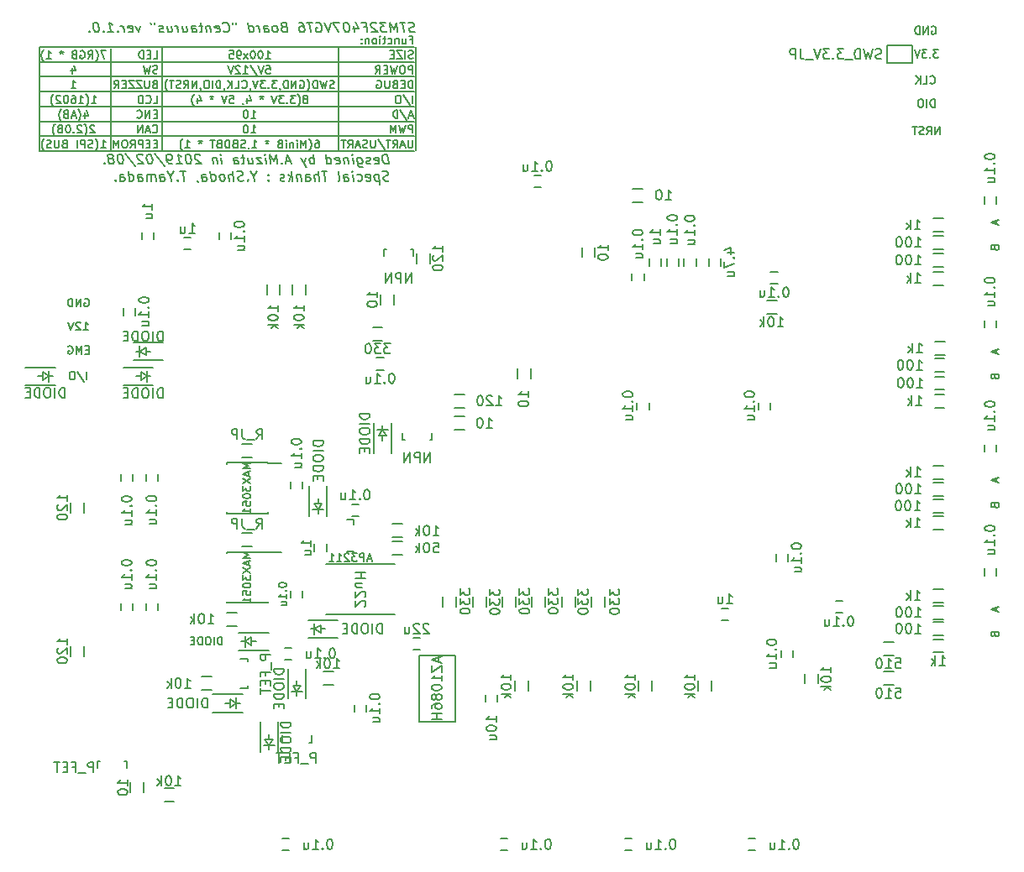
<source format=gbr>
G04 #@! TF.GenerationSoftware,KiCad,Pcbnew,(5.0.0)*
G04 #@! TF.CreationDate,2019-02-12T10:00:47+09:00*
G04 #@! TF.ProjectId,stm32f4_Centaurus,73746D333266345F43656E7461757275,rev?*
G04 #@! TF.SameCoordinates,Original*
G04 #@! TF.FileFunction,Legend,Bot*
G04 #@! TF.FilePolarity,Positive*
%FSLAX46Y46*%
G04 Gerber Fmt 4.6, Leading zero omitted, Abs format (unit mm)*
G04 Created by KiCad (PCBNEW (5.0.0)) date 02/12/19 10:00:47*
%MOMM*%
%LPD*%
G01*
G04 APERTURE LIST*
%ADD10C,0.200000*%
%ADD11C,0.150000*%
G04 APERTURE END LIST*
D10*
X151942857Y-115557142D02*
X151980952Y-115671428D01*
X152019047Y-115709523D01*
X152095238Y-115747619D01*
X152209523Y-115747619D01*
X152285714Y-115709523D01*
X152323809Y-115671428D01*
X152361904Y-115595238D01*
X152361904Y-115290476D01*
X151561904Y-115290476D01*
X151561904Y-115557142D01*
X151600000Y-115633333D01*
X151638095Y-115671428D01*
X151714285Y-115709523D01*
X151790476Y-115709523D01*
X151866666Y-115671428D01*
X151904761Y-115633333D01*
X151942857Y-115557142D01*
X151942857Y-115290476D01*
X152133333Y-112809523D02*
X152133333Y-113190476D01*
X152361904Y-112733333D02*
X151561904Y-113000000D01*
X152361904Y-113266666D01*
X151942857Y-102557142D02*
X151980952Y-102671428D01*
X152019047Y-102709523D01*
X152095238Y-102747619D01*
X152209523Y-102747619D01*
X152285714Y-102709523D01*
X152323809Y-102671428D01*
X152361904Y-102595238D01*
X152361904Y-102290476D01*
X151561904Y-102290476D01*
X151561904Y-102557142D01*
X151600000Y-102633333D01*
X151638095Y-102671428D01*
X151714285Y-102709523D01*
X151790476Y-102709523D01*
X151866666Y-102671428D01*
X151904761Y-102633333D01*
X151942857Y-102557142D01*
X151942857Y-102290476D01*
X152133333Y-99809523D02*
X152133333Y-100190476D01*
X152361904Y-99733333D02*
X151561904Y-100000000D01*
X152361904Y-100266666D01*
X151942857Y-89557142D02*
X151980952Y-89671428D01*
X152019047Y-89709523D01*
X152095238Y-89747619D01*
X152209523Y-89747619D01*
X152285714Y-89709523D01*
X152323809Y-89671428D01*
X152361904Y-89595238D01*
X152361904Y-89290476D01*
X151561904Y-89290476D01*
X151561904Y-89557142D01*
X151600000Y-89633333D01*
X151638095Y-89671428D01*
X151714285Y-89709523D01*
X151790476Y-89709523D01*
X151866666Y-89671428D01*
X151904761Y-89633333D01*
X151942857Y-89557142D01*
X151942857Y-89290476D01*
X152133333Y-86809523D02*
X152133333Y-87190476D01*
X152361904Y-86733333D02*
X151561904Y-87000000D01*
X152361904Y-87266666D01*
X61880952Y-66461904D02*
X62338095Y-66461904D01*
X62109523Y-66461904D02*
X62109523Y-65661904D01*
X62185714Y-65776190D01*
X62261904Y-65852380D01*
X62338095Y-65890476D01*
X61309523Y-66766666D02*
X61347619Y-66728571D01*
X61423809Y-66614285D01*
X61461904Y-66538095D01*
X61500000Y-66423809D01*
X61538095Y-66233333D01*
X61538095Y-66080952D01*
X61500000Y-65890476D01*
X61461904Y-65776190D01*
X61423809Y-65700000D01*
X61347619Y-65585714D01*
X61309523Y-65547619D01*
X61042857Y-66423809D02*
X60928571Y-66461904D01*
X60738095Y-66461904D01*
X60661904Y-66423809D01*
X60623809Y-66385714D01*
X60585714Y-66309523D01*
X60585714Y-66233333D01*
X60623809Y-66157142D01*
X60661904Y-66119047D01*
X60738095Y-66080952D01*
X60890476Y-66042857D01*
X60966666Y-66004761D01*
X61004761Y-65966666D01*
X61042857Y-65890476D01*
X61042857Y-65814285D01*
X61004761Y-65738095D01*
X60966666Y-65700000D01*
X60890476Y-65661904D01*
X60700000Y-65661904D01*
X60585714Y-65700000D01*
X60242857Y-66461904D02*
X60242857Y-65661904D01*
X59938095Y-65661904D01*
X59861904Y-65700000D01*
X59823809Y-65738095D01*
X59785714Y-65814285D01*
X59785714Y-65928571D01*
X59823809Y-66004761D01*
X59861904Y-66042857D01*
X59938095Y-66080952D01*
X60242857Y-66080952D01*
X59442857Y-66461904D02*
X59442857Y-65661904D01*
X58185714Y-66042857D02*
X58071428Y-66080952D01*
X58033333Y-66119047D01*
X57995238Y-66195238D01*
X57995238Y-66309523D01*
X58033333Y-66385714D01*
X58071428Y-66423809D01*
X58147619Y-66461904D01*
X58452380Y-66461904D01*
X58452380Y-65661904D01*
X58185714Y-65661904D01*
X58109523Y-65700000D01*
X58071428Y-65738095D01*
X58033333Y-65814285D01*
X58033333Y-65890476D01*
X58071428Y-65966666D01*
X58109523Y-66004761D01*
X58185714Y-66042857D01*
X58452380Y-66042857D01*
X57652380Y-65661904D02*
X57652380Y-66309523D01*
X57614285Y-66385714D01*
X57576190Y-66423809D01*
X57500000Y-66461904D01*
X57347619Y-66461904D01*
X57271428Y-66423809D01*
X57233333Y-66385714D01*
X57195238Y-66309523D01*
X57195238Y-65661904D01*
X56852380Y-66423809D02*
X56738095Y-66461904D01*
X56547619Y-66461904D01*
X56471428Y-66423809D01*
X56433333Y-66385714D01*
X56395238Y-66309523D01*
X56395238Y-66233333D01*
X56433333Y-66157142D01*
X56471428Y-66119047D01*
X56547619Y-66080952D01*
X56700000Y-66042857D01*
X56776190Y-66004761D01*
X56814285Y-65966666D01*
X56852380Y-65890476D01*
X56852380Y-65814285D01*
X56814285Y-65738095D01*
X56776190Y-65700000D01*
X56700000Y-65661904D01*
X56509523Y-65661904D01*
X56395238Y-65700000D01*
X56128571Y-66766666D02*
X56090476Y-66728571D01*
X56014285Y-66614285D01*
X55976190Y-66538095D01*
X55938095Y-66423809D01*
X55900000Y-66233333D01*
X55900000Y-66080952D01*
X55938095Y-65890476D01*
X55976190Y-65776190D01*
X56014285Y-65700000D01*
X56090476Y-65585714D01*
X56128571Y-65547619D01*
X61214285Y-64238095D02*
X61176190Y-64200000D01*
X61100000Y-64161904D01*
X60909523Y-64161904D01*
X60833333Y-64200000D01*
X60795238Y-64238095D01*
X60757142Y-64314285D01*
X60757142Y-64390476D01*
X60795238Y-64504761D01*
X61252380Y-64961904D01*
X60757142Y-64961904D01*
X60185714Y-65266666D02*
X60223809Y-65228571D01*
X60300000Y-65114285D01*
X60338095Y-65038095D01*
X60376190Y-64923809D01*
X60414285Y-64733333D01*
X60414285Y-64580952D01*
X60376190Y-64390476D01*
X60338095Y-64276190D01*
X60300000Y-64200000D01*
X60223809Y-64085714D01*
X60185714Y-64047619D01*
X59919047Y-64238095D02*
X59880952Y-64200000D01*
X59804761Y-64161904D01*
X59614285Y-64161904D01*
X59538095Y-64200000D01*
X59500000Y-64238095D01*
X59461904Y-64314285D01*
X59461904Y-64390476D01*
X59500000Y-64504761D01*
X59957142Y-64961904D01*
X59461904Y-64961904D01*
X59119047Y-64885714D02*
X59080952Y-64923809D01*
X59119047Y-64961904D01*
X59157142Y-64923809D01*
X59119047Y-64885714D01*
X59119047Y-64961904D01*
X58585714Y-64161904D02*
X58509523Y-64161904D01*
X58433333Y-64200000D01*
X58395238Y-64238095D01*
X58357142Y-64314285D01*
X58319047Y-64466666D01*
X58319047Y-64657142D01*
X58357142Y-64809523D01*
X58395238Y-64885714D01*
X58433333Y-64923809D01*
X58509523Y-64961904D01*
X58585714Y-64961904D01*
X58661904Y-64923809D01*
X58700000Y-64885714D01*
X58738095Y-64809523D01*
X58776190Y-64657142D01*
X58776190Y-64466666D01*
X58738095Y-64314285D01*
X58700000Y-64238095D01*
X58661904Y-64200000D01*
X58585714Y-64161904D01*
X57709523Y-64542857D02*
X57595238Y-64580952D01*
X57557142Y-64619047D01*
X57519047Y-64695238D01*
X57519047Y-64809523D01*
X57557142Y-64885714D01*
X57595238Y-64923809D01*
X57671428Y-64961904D01*
X57976190Y-64961904D01*
X57976190Y-64161904D01*
X57709523Y-64161904D01*
X57633333Y-64200000D01*
X57595238Y-64238095D01*
X57557142Y-64314285D01*
X57557142Y-64390476D01*
X57595238Y-64466666D01*
X57633333Y-64504761D01*
X57709523Y-64542857D01*
X57976190Y-64542857D01*
X57252380Y-65266666D02*
X57214285Y-65228571D01*
X57138095Y-65114285D01*
X57100000Y-65038095D01*
X57061904Y-64923809D01*
X57023809Y-64733333D01*
X57023809Y-64580952D01*
X57061904Y-64390476D01*
X57100000Y-64276190D01*
X57138095Y-64200000D01*
X57214285Y-64085714D01*
X57252380Y-64047619D01*
X62838095Y-56430000D02*
X62838095Y-57039523D01*
X62838095Y-57039523D02*
X62838095Y-57649047D01*
X62838095Y-57649047D02*
X62838095Y-58258571D01*
X62838095Y-58258571D02*
X62838095Y-58868095D01*
X62838095Y-58868095D02*
X62838095Y-59477619D01*
X62838095Y-59477619D02*
X62838095Y-60087142D01*
X62838095Y-60087142D02*
X62838095Y-60696666D01*
X62838095Y-60696666D02*
X62838095Y-61306190D01*
X62838095Y-61306190D02*
X62838095Y-61915714D01*
X62838095Y-61915714D02*
X62838095Y-62525238D01*
X62838095Y-62525238D02*
X62838095Y-63134761D01*
X62838095Y-63134761D02*
X62838095Y-63744285D01*
X62838095Y-63744285D02*
X62838095Y-64353809D01*
X62838095Y-64353809D02*
X62838095Y-64963333D01*
X62838095Y-64963333D02*
X62838095Y-65572857D01*
X62838095Y-65572857D02*
X62838095Y-66182380D01*
X62838095Y-66182380D02*
X62838095Y-66791904D01*
X93638095Y-56330000D02*
X93638095Y-56939523D01*
X93638095Y-56939523D02*
X93638095Y-57549047D01*
X93638095Y-57549047D02*
X93638095Y-58158571D01*
X93638095Y-58158571D02*
X93638095Y-58768095D01*
X93638095Y-58768095D02*
X93638095Y-59377619D01*
X93638095Y-59377619D02*
X93638095Y-59987142D01*
X93638095Y-59987142D02*
X93638095Y-60596666D01*
X93638095Y-60596666D02*
X93638095Y-61206190D01*
X93638095Y-61206190D02*
X93638095Y-61815714D01*
X93638095Y-61815714D02*
X93638095Y-62425238D01*
X93638095Y-62425238D02*
X93638095Y-63034761D01*
X93638095Y-63034761D02*
X93638095Y-63644285D01*
X93638095Y-63644285D02*
X93638095Y-64253809D01*
X93638095Y-64253809D02*
X93638095Y-64863333D01*
X93638095Y-64863333D02*
X93638095Y-65472857D01*
X93638095Y-65472857D02*
X93638095Y-66082380D01*
X93638095Y-66082380D02*
X93638095Y-66691904D01*
X93470000Y-66788095D02*
X92860476Y-66788095D01*
X92860476Y-66788095D02*
X92250952Y-66788095D01*
X92250952Y-66788095D02*
X91641428Y-66788095D01*
X91641428Y-66788095D02*
X91031904Y-66788095D01*
X91031904Y-66788095D02*
X90422380Y-66788095D01*
X90422380Y-66788095D02*
X89812857Y-66788095D01*
X89812857Y-66788095D02*
X89203333Y-66788095D01*
X89203333Y-66788095D02*
X88593809Y-66788095D01*
X88593809Y-66788095D02*
X87984285Y-66788095D01*
X87984285Y-66788095D02*
X87374761Y-66788095D01*
X87374761Y-66788095D02*
X86765238Y-66788095D01*
X86765238Y-66788095D02*
X86155714Y-66788095D01*
X86155714Y-66788095D02*
X85546190Y-66788095D01*
X85546190Y-66788095D02*
X84936666Y-66788095D01*
X84936666Y-66788095D02*
X84327142Y-66788095D01*
X84327142Y-66788095D02*
X83717619Y-66788095D01*
X83717619Y-66788095D02*
X83108095Y-66788095D01*
X83108095Y-66788095D02*
X82498571Y-66788095D01*
X82498571Y-66788095D02*
X81889047Y-66788095D01*
X81889047Y-66788095D02*
X81279523Y-66788095D01*
X81279523Y-66788095D02*
X80670000Y-66788095D01*
X80670000Y-66788095D02*
X80060476Y-66788095D01*
X80060476Y-66788095D02*
X79450952Y-66788095D01*
X79450952Y-66788095D02*
X78841428Y-66788095D01*
X78841428Y-66788095D02*
X78231904Y-66788095D01*
X78231904Y-66788095D02*
X77622380Y-66788095D01*
X77622380Y-66788095D02*
X77012857Y-66788095D01*
X77012857Y-66788095D02*
X76403333Y-66788095D01*
X76403333Y-66788095D02*
X75793809Y-66788095D01*
X75793809Y-66788095D02*
X75184285Y-66788095D01*
X75184285Y-66788095D02*
X74574761Y-66788095D01*
X74574761Y-66788095D02*
X73965238Y-66788095D01*
X73965238Y-66788095D02*
X73355714Y-66788095D01*
X73355714Y-66788095D02*
X72746190Y-66788095D01*
X72746190Y-66788095D02*
X72136666Y-66788095D01*
X72136666Y-66788095D02*
X71527142Y-66788095D01*
X71527142Y-66788095D02*
X70917619Y-66788095D01*
X70917619Y-66788095D02*
X70308095Y-66788095D01*
X70308095Y-66788095D02*
X69698571Y-66788095D01*
X69698571Y-66788095D02*
X69089047Y-66788095D01*
X69089047Y-66788095D02*
X68479523Y-66788095D01*
X68479523Y-66788095D02*
X67870000Y-66788095D01*
X67870000Y-66788095D02*
X67260476Y-66788095D01*
X67260476Y-66788095D02*
X66650952Y-66788095D01*
X66650952Y-66788095D02*
X66041428Y-66788095D01*
X66041428Y-66788095D02*
X65431904Y-66788095D01*
X65431904Y-66788095D02*
X64822380Y-66788095D01*
X64822380Y-66788095D02*
X64212857Y-66788095D01*
X64212857Y-66788095D02*
X63603333Y-66788095D01*
X63603333Y-66788095D02*
X62993809Y-66788095D01*
X62993809Y-66788095D02*
X62384285Y-66788095D01*
X62384285Y-66788095D02*
X61774761Y-66788095D01*
X61774761Y-66788095D02*
X61165238Y-66788095D01*
X61165238Y-66788095D02*
X60555714Y-66788095D01*
X60555714Y-66788095D02*
X59946190Y-66788095D01*
X59946190Y-66788095D02*
X59336666Y-66788095D01*
X59336666Y-66788095D02*
X58727142Y-66788095D01*
X58727142Y-66788095D02*
X58117619Y-66788095D01*
X58117619Y-66788095D02*
X57508095Y-66788095D01*
X57508095Y-66788095D02*
X56898571Y-66788095D01*
X56898571Y-66788095D02*
X56289047Y-66788095D01*
X56289047Y-66788095D02*
X55679523Y-66788095D01*
X93470000Y-65288095D02*
X92860476Y-65288095D01*
X92860476Y-65288095D02*
X92250952Y-65288095D01*
X92250952Y-65288095D02*
X91641428Y-65288095D01*
X91641428Y-65288095D02*
X91031904Y-65288095D01*
X91031904Y-65288095D02*
X90422380Y-65288095D01*
X90422380Y-65288095D02*
X89812857Y-65288095D01*
X89812857Y-65288095D02*
X89203333Y-65288095D01*
X89203333Y-65288095D02*
X88593809Y-65288095D01*
X88593809Y-65288095D02*
X87984285Y-65288095D01*
X87984285Y-65288095D02*
X87374761Y-65288095D01*
X87374761Y-65288095D02*
X86765238Y-65288095D01*
X86765238Y-65288095D02*
X86155714Y-65288095D01*
X86155714Y-65288095D02*
X85546190Y-65288095D01*
X85546190Y-65288095D02*
X84936666Y-65288095D01*
X84936666Y-65288095D02*
X84327142Y-65288095D01*
X84327142Y-65288095D02*
X83717619Y-65288095D01*
X83717619Y-65288095D02*
X83108095Y-65288095D01*
X83108095Y-65288095D02*
X82498571Y-65288095D01*
X82498571Y-65288095D02*
X81889047Y-65288095D01*
X81889047Y-65288095D02*
X81279523Y-65288095D01*
X81279523Y-65288095D02*
X80670000Y-65288095D01*
X80670000Y-65288095D02*
X80060476Y-65288095D01*
X80060476Y-65288095D02*
X79450952Y-65288095D01*
X79450952Y-65288095D02*
X78841428Y-65288095D01*
X78841428Y-65288095D02*
X78231904Y-65288095D01*
X78231904Y-65288095D02*
X77622380Y-65288095D01*
X77622380Y-65288095D02*
X77012857Y-65288095D01*
X77012857Y-65288095D02*
X76403333Y-65288095D01*
X76403333Y-65288095D02*
X75793809Y-65288095D01*
X75793809Y-65288095D02*
X75184285Y-65288095D01*
X75184285Y-65288095D02*
X74574761Y-65288095D01*
X74574761Y-65288095D02*
X73965238Y-65288095D01*
X73965238Y-65288095D02*
X73355714Y-65288095D01*
X73355714Y-65288095D02*
X72746190Y-65288095D01*
X72746190Y-65288095D02*
X72136666Y-65288095D01*
X72136666Y-65288095D02*
X71527142Y-65288095D01*
X71527142Y-65288095D02*
X70917619Y-65288095D01*
X70917619Y-65288095D02*
X70308095Y-65288095D01*
X70308095Y-65288095D02*
X69698571Y-65288095D01*
X69698571Y-65288095D02*
X69089047Y-65288095D01*
X69089047Y-65288095D02*
X68479523Y-65288095D01*
X68479523Y-65288095D02*
X67870000Y-65288095D01*
X67870000Y-65288095D02*
X67260476Y-65288095D01*
X67260476Y-65288095D02*
X66650952Y-65288095D01*
X66650952Y-65288095D02*
X66041428Y-65288095D01*
X66041428Y-65288095D02*
X65431904Y-65288095D01*
X65431904Y-65288095D02*
X64822380Y-65288095D01*
X64822380Y-65288095D02*
X64212857Y-65288095D01*
X64212857Y-65288095D02*
X63603333Y-65288095D01*
X63603333Y-65288095D02*
X62993809Y-65288095D01*
X62993809Y-65288095D02*
X62384285Y-65288095D01*
X62384285Y-65288095D02*
X61774761Y-65288095D01*
X61774761Y-65288095D02*
X61165238Y-65288095D01*
X61165238Y-65288095D02*
X60555714Y-65288095D01*
X60555714Y-65288095D02*
X59946190Y-65288095D01*
X59946190Y-65288095D02*
X59336666Y-65288095D01*
X59336666Y-65288095D02*
X58727142Y-65288095D01*
X58727142Y-65288095D02*
X58117619Y-65288095D01*
X58117619Y-65288095D02*
X57508095Y-65288095D01*
X57508095Y-65288095D02*
X56898571Y-65288095D01*
X56898571Y-65288095D02*
X56289047Y-65288095D01*
X56289047Y-65288095D02*
X55679523Y-65288095D01*
X93470000Y-63788095D02*
X92860476Y-63788095D01*
X92860476Y-63788095D02*
X92250952Y-63788095D01*
X92250952Y-63788095D02*
X91641428Y-63788095D01*
X91641428Y-63788095D02*
X91031904Y-63788095D01*
X91031904Y-63788095D02*
X90422380Y-63788095D01*
X90422380Y-63788095D02*
X89812857Y-63788095D01*
X89812857Y-63788095D02*
X89203333Y-63788095D01*
X89203333Y-63788095D02*
X88593809Y-63788095D01*
X88593809Y-63788095D02*
X87984285Y-63788095D01*
X87984285Y-63788095D02*
X87374761Y-63788095D01*
X87374761Y-63788095D02*
X86765238Y-63788095D01*
X86765238Y-63788095D02*
X86155714Y-63788095D01*
X86155714Y-63788095D02*
X85546190Y-63788095D01*
X85546190Y-63788095D02*
X84936666Y-63788095D01*
X84936666Y-63788095D02*
X84327142Y-63788095D01*
X84327142Y-63788095D02*
X83717619Y-63788095D01*
X83717619Y-63788095D02*
X83108095Y-63788095D01*
X83108095Y-63788095D02*
X82498571Y-63788095D01*
X82498571Y-63788095D02*
X81889047Y-63788095D01*
X81889047Y-63788095D02*
X81279523Y-63788095D01*
X81279523Y-63788095D02*
X80670000Y-63788095D01*
X80670000Y-63788095D02*
X80060476Y-63788095D01*
X80060476Y-63788095D02*
X79450952Y-63788095D01*
X79450952Y-63788095D02*
X78841428Y-63788095D01*
X78841428Y-63788095D02*
X78231904Y-63788095D01*
X78231904Y-63788095D02*
X77622380Y-63788095D01*
X77622380Y-63788095D02*
X77012857Y-63788095D01*
X77012857Y-63788095D02*
X76403333Y-63788095D01*
X76403333Y-63788095D02*
X75793809Y-63788095D01*
X75793809Y-63788095D02*
X75184285Y-63788095D01*
X75184285Y-63788095D02*
X74574761Y-63788095D01*
X74574761Y-63788095D02*
X73965238Y-63788095D01*
X73965238Y-63788095D02*
X73355714Y-63788095D01*
X73355714Y-63788095D02*
X72746190Y-63788095D01*
X72746190Y-63788095D02*
X72136666Y-63788095D01*
X72136666Y-63788095D02*
X71527142Y-63788095D01*
X71527142Y-63788095D02*
X70917619Y-63788095D01*
X70917619Y-63788095D02*
X70308095Y-63788095D01*
X70308095Y-63788095D02*
X69698571Y-63788095D01*
X69698571Y-63788095D02*
X69089047Y-63788095D01*
X69089047Y-63788095D02*
X68479523Y-63788095D01*
X68479523Y-63788095D02*
X67870000Y-63788095D01*
X67870000Y-63788095D02*
X67260476Y-63788095D01*
X67260476Y-63788095D02*
X66650952Y-63788095D01*
X66650952Y-63788095D02*
X66041428Y-63788095D01*
X66041428Y-63788095D02*
X65431904Y-63788095D01*
X65431904Y-63788095D02*
X64822380Y-63788095D01*
X64822380Y-63788095D02*
X64212857Y-63788095D01*
X64212857Y-63788095D02*
X63603333Y-63788095D01*
X63603333Y-63788095D02*
X62993809Y-63788095D01*
X62993809Y-63788095D02*
X62384285Y-63788095D01*
X62384285Y-63788095D02*
X61774761Y-63788095D01*
X61774761Y-63788095D02*
X61165238Y-63788095D01*
X61165238Y-63788095D02*
X60555714Y-63788095D01*
X60555714Y-63788095D02*
X59946190Y-63788095D01*
X59946190Y-63788095D02*
X59336666Y-63788095D01*
X59336666Y-63788095D02*
X58727142Y-63788095D01*
X58727142Y-63788095D02*
X58117619Y-63788095D01*
X58117619Y-63788095D02*
X57508095Y-63788095D01*
X57508095Y-63788095D02*
X56898571Y-63788095D01*
X56898571Y-63788095D02*
X56289047Y-63788095D01*
X56289047Y-63788095D02*
X55679523Y-63788095D01*
X93470000Y-62288095D02*
X92860476Y-62288095D01*
X92860476Y-62288095D02*
X92250952Y-62288095D01*
X92250952Y-62288095D02*
X91641428Y-62288095D01*
X91641428Y-62288095D02*
X91031904Y-62288095D01*
X91031904Y-62288095D02*
X90422380Y-62288095D01*
X90422380Y-62288095D02*
X89812857Y-62288095D01*
X89812857Y-62288095D02*
X89203333Y-62288095D01*
X89203333Y-62288095D02*
X88593809Y-62288095D01*
X88593809Y-62288095D02*
X87984285Y-62288095D01*
X87984285Y-62288095D02*
X87374761Y-62288095D01*
X87374761Y-62288095D02*
X86765238Y-62288095D01*
X86765238Y-62288095D02*
X86155714Y-62288095D01*
X86155714Y-62288095D02*
X85546190Y-62288095D01*
X85546190Y-62288095D02*
X84936666Y-62288095D01*
X84936666Y-62288095D02*
X84327142Y-62288095D01*
X84327142Y-62288095D02*
X83717619Y-62288095D01*
X83717619Y-62288095D02*
X83108095Y-62288095D01*
X83108095Y-62288095D02*
X82498571Y-62288095D01*
X82498571Y-62288095D02*
X81889047Y-62288095D01*
X81889047Y-62288095D02*
X81279523Y-62288095D01*
X81279523Y-62288095D02*
X80670000Y-62288095D01*
X80670000Y-62288095D02*
X80060476Y-62288095D01*
X80060476Y-62288095D02*
X79450952Y-62288095D01*
X79450952Y-62288095D02*
X78841428Y-62288095D01*
X78841428Y-62288095D02*
X78231904Y-62288095D01*
X78231904Y-62288095D02*
X77622380Y-62288095D01*
X77622380Y-62288095D02*
X77012857Y-62288095D01*
X77012857Y-62288095D02*
X76403333Y-62288095D01*
X76403333Y-62288095D02*
X75793809Y-62288095D01*
X75793809Y-62288095D02*
X75184285Y-62288095D01*
X75184285Y-62288095D02*
X74574761Y-62288095D01*
X74574761Y-62288095D02*
X73965238Y-62288095D01*
X73965238Y-62288095D02*
X73355714Y-62288095D01*
X73355714Y-62288095D02*
X72746190Y-62288095D01*
X72746190Y-62288095D02*
X72136666Y-62288095D01*
X72136666Y-62288095D02*
X71527142Y-62288095D01*
X71527142Y-62288095D02*
X70917619Y-62288095D01*
X70917619Y-62288095D02*
X70308095Y-62288095D01*
X70308095Y-62288095D02*
X69698571Y-62288095D01*
X69698571Y-62288095D02*
X69089047Y-62288095D01*
X69089047Y-62288095D02*
X68479523Y-62288095D01*
X68479523Y-62288095D02*
X67870000Y-62288095D01*
X67870000Y-62288095D02*
X67260476Y-62288095D01*
X67260476Y-62288095D02*
X66650952Y-62288095D01*
X66650952Y-62288095D02*
X66041428Y-62288095D01*
X66041428Y-62288095D02*
X65431904Y-62288095D01*
X65431904Y-62288095D02*
X64822380Y-62288095D01*
X64822380Y-62288095D02*
X64212857Y-62288095D01*
X64212857Y-62288095D02*
X63603333Y-62288095D01*
X63603333Y-62288095D02*
X62993809Y-62288095D01*
X62993809Y-62288095D02*
X62384285Y-62288095D01*
X62384285Y-62288095D02*
X61774761Y-62288095D01*
X61774761Y-62288095D02*
X61165238Y-62288095D01*
X61165238Y-62288095D02*
X60555714Y-62288095D01*
X60555714Y-62288095D02*
X59946190Y-62288095D01*
X59946190Y-62288095D02*
X59336666Y-62288095D01*
X59336666Y-62288095D02*
X58727142Y-62288095D01*
X58727142Y-62288095D02*
X58117619Y-62288095D01*
X58117619Y-62288095D02*
X57508095Y-62288095D01*
X57508095Y-62288095D02*
X56898571Y-62288095D01*
X56898571Y-62288095D02*
X56289047Y-62288095D01*
X56289047Y-62288095D02*
X55679523Y-62288095D01*
X93470000Y-60788095D02*
X92860476Y-60788095D01*
X92860476Y-60788095D02*
X92250952Y-60788095D01*
X92250952Y-60788095D02*
X91641428Y-60788095D01*
X91641428Y-60788095D02*
X91031904Y-60788095D01*
X91031904Y-60788095D02*
X90422380Y-60788095D01*
X90422380Y-60788095D02*
X89812857Y-60788095D01*
X89812857Y-60788095D02*
X89203333Y-60788095D01*
X89203333Y-60788095D02*
X88593809Y-60788095D01*
X88593809Y-60788095D02*
X87984285Y-60788095D01*
X87984285Y-60788095D02*
X87374761Y-60788095D01*
X87374761Y-60788095D02*
X86765238Y-60788095D01*
X86765238Y-60788095D02*
X86155714Y-60788095D01*
X86155714Y-60788095D02*
X85546190Y-60788095D01*
X85546190Y-60788095D02*
X84936666Y-60788095D01*
X84936666Y-60788095D02*
X84327142Y-60788095D01*
X84327142Y-60788095D02*
X83717619Y-60788095D01*
X83717619Y-60788095D02*
X83108095Y-60788095D01*
X83108095Y-60788095D02*
X82498571Y-60788095D01*
X82498571Y-60788095D02*
X81889047Y-60788095D01*
X81889047Y-60788095D02*
X81279523Y-60788095D01*
X81279523Y-60788095D02*
X80670000Y-60788095D01*
X80670000Y-60788095D02*
X80060476Y-60788095D01*
X80060476Y-60788095D02*
X79450952Y-60788095D01*
X79450952Y-60788095D02*
X78841428Y-60788095D01*
X78841428Y-60788095D02*
X78231904Y-60788095D01*
X78231904Y-60788095D02*
X77622380Y-60788095D01*
X77622380Y-60788095D02*
X77012857Y-60788095D01*
X77012857Y-60788095D02*
X76403333Y-60788095D01*
X76403333Y-60788095D02*
X75793809Y-60788095D01*
X75793809Y-60788095D02*
X75184285Y-60788095D01*
X75184285Y-60788095D02*
X74574761Y-60788095D01*
X74574761Y-60788095D02*
X73965238Y-60788095D01*
X73965238Y-60788095D02*
X73355714Y-60788095D01*
X73355714Y-60788095D02*
X72746190Y-60788095D01*
X72746190Y-60788095D02*
X72136666Y-60788095D01*
X72136666Y-60788095D02*
X71527142Y-60788095D01*
X71527142Y-60788095D02*
X70917619Y-60788095D01*
X70917619Y-60788095D02*
X70308095Y-60788095D01*
X70308095Y-60788095D02*
X69698571Y-60788095D01*
X69698571Y-60788095D02*
X69089047Y-60788095D01*
X69089047Y-60788095D02*
X68479523Y-60788095D01*
X68479523Y-60788095D02*
X67870000Y-60788095D01*
X67870000Y-60788095D02*
X67260476Y-60788095D01*
X67260476Y-60788095D02*
X66650952Y-60788095D01*
X66650952Y-60788095D02*
X66041428Y-60788095D01*
X66041428Y-60788095D02*
X65431904Y-60788095D01*
X65431904Y-60788095D02*
X64822380Y-60788095D01*
X64822380Y-60788095D02*
X64212857Y-60788095D01*
X64212857Y-60788095D02*
X63603333Y-60788095D01*
X63603333Y-60788095D02*
X62993809Y-60788095D01*
X62993809Y-60788095D02*
X62384285Y-60788095D01*
X62384285Y-60788095D02*
X61774761Y-60788095D01*
X61774761Y-60788095D02*
X61165238Y-60788095D01*
X61165238Y-60788095D02*
X60555714Y-60788095D01*
X60555714Y-60788095D02*
X59946190Y-60788095D01*
X59946190Y-60788095D02*
X59336666Y-60788095D01*
X59336666Y-60788095D02*
X58727142Y-60788095D01*
X58727142Y-60788095D02*
X58117619Y-60788095D01*
X58117619Y-60788095D02*
X57508095Y-60788095D01*
X57508095Y-60788095D02*
X56898571Y-60788095D01*
X56898571Y-60788095D02*
X56289047Y-60788095D01*
X56289047Y-60788095D02*
X55679523Y-60788095D01*
X93470000Y-59288095D02*
X92860476Y-59288095D01*
X92860476Y-59288095D02*
X92250952Y-59288095D01*
X92250952Y-59288095D02*
X91641428Y-59288095D01*
X91641428Y-59288095D02*
X91031904Y-59288095D01*
X91031904Y-59288095D02*
X90422380Y-59288095D01*
X90422380Y-59288095D02*
X89812857Y-59288095D01*
X89812857Y-59288095D02*
X89203333Y-59288095D01*
X89203333Y-59288095D02*
X88593809Y-59288095D01*
X88593809Y-59288095D02*
X87984285Y-59288095D01*
X87984285Y-59288095D02*
X87374761Y-59288095D01*
X87374761Y-59288095D02*
X86765238Y-59288095D01*
X86765238Y-59288095D02*
X86155714Y-59288095D01*
X86155714Y-59288095D02*
X85546190Y-59288095D01*
X85546190Y-59288095D02*
X84936666Y-59288095D01*
X84936666Y-59288095D02*
X84327142Y-59288095D01*
X84327142Y-59288095D02*
X83717619Y-59288095D01*
X83717619Y-59288095D02*
X83108095Y-59288095D01*
X83108095Y-59288095D02*
X82498571Y-59288095D01*
X82498571Y-59288095D02*
X81889047Y-59288095D01*
X81889047Y-59288095D02*
X81279523Y-59288095D01*
X81279523Y-59288095D02*
X80670000Y-59288095D01*
X80670000Y-59288095D02*
X80060476Y-59288095D01*
X80060476Y-59288095D02*
X79450952Y-59288095D01*
X79450952Y-59288095D02*
X78841428Y-59288095D01*
X78841428Y-59288095D02*
X78231904Y-59288095D01*
X78231904Y-59288095D02*
X77622380Y-59288095D01*
X77622380Y-59288095D02*
X77012857Y-59288095D01*
X77012857Y-59288095D02*
X76403333Y-59288095D01*
X76403333Y-59288095D02*
X75793809Y-59288095D01*
X75793809Y-59288095D02*
X75184285Y-59288095D01*
X75184285Y-59288095D02*
X74574761Y-59288095D01*
X74574761Y-59288095D02*
X73965238Y-59288095D01*
X73965238Y-59288095D02*
X73355714Y-59288095D01*
X73355714Y-59288095D02*
X72746190Y-59288095D01*
X72746190Y-59288095D02*
X72136666Y-59288095D01*
X72136666Y-59288095D02*
X71527142Y-59288095D01*
X71527142Y-59288095D02*
X70917619Y-59288095D01*
X70917619Y-59288095D02*
X70308095Y-59288095D01*
X70308095Y-59288095D02*
X69698571Y-59288095D01*
X69698571Y-59288095D02*
X69089047Y-59288095D01*
X69089047Y-59288095D02*
X68479523Y-59288095D01*
X68479523Y-59288095D02*
X67870000Y-59288095D01*
X67870000Y-59288095D02*
X67260476Y-59288095D01*
X67260476Y-59288095D02*
X66650952Y-59288095D01*
X66650952Y-59288095D02*
X66041428Y-59288095D01*
X66041428Y-59288095D02*
X65431904Y-59288095D01*
X65431904Y-59288095D02*
X64822380Y-59288095D01*
X64822380Y-59288095D02*
X64212857Y-59288095D01*
X64212857Y-59288095D02*
X63603333Y-59288095D01*
X63603333Y-59288095D02*
X62993809Y-59288095D01*
X62993809Y-59288095D02*
X62384285Y-59288095D01*
X62384285Y-59288095D02*
X61774761Y-59288095D01*
X61774761Y-59288095D02*
X61165238Y-59288095D01*
X61165238Y-59288095D02*
X60555714Y-59288095D01*
X60555714Y-59288095D02*
X59946190Y-59288095D01*
X59946190Y-59288095D02*
X59336666Y-59288095D01*
X59336666Y-59288095D02*
X58727142Y-59288095D01*
X58727142Y-59288095D02*
X58117619Y-59288095D01*
X58117619Y-59288095D02*
X57508095Y-59288095D01*
X57508095Y-59288095D02*
X56898571Y-59288095D01*
X56898571Y-59288095D02*
X56289047Y-59288095D01*
X56289047Y-59288095D02*
X55679523Y-59288095D01*
X93470000Y-57788095D02*
X92860476Y-57788095D01*
X92860476Y-57788095D02*
X92250952Y-57788095D01*
X92250952Y-57788095D02*
X91641428Y-57788095D01*
X91641428Y-57788095D02*
X91031904Y-57788095D01*
X91031904Y-57788095D02*
X90422380Y-57788095D01*
X90422380Y-57788095D02*
X89812857Y-57788095D01*
X89812857Y-57788095D02*
X89203333Y-57788095D01*
X89203333Y-57788095D02*
X88593809Y-57788095D01*
X88593809Y-57788095D02*
X87984285Y-57788095D01*
X87984285Y-57788095D02*
X87374761Y-57788095D01*
X87374761Y-57788095D02*
X86765238Y-57788095D01*
X86765238Y-57788095D02*
X86155714Y-57788095D01*
X86155714Y-57788095D02*
X85546190Y-57788095D01*
X85546190Y-57788095D02*
X84936666Y-57788095D01*
X84936666Y-57788095D02*
X84327142Y-57788095D01*
X84327142Y-57788095D02*
X83717619Y-57788095D01*
X83717619Y-57788095D02*
X83108095Y-57788095D01*
X83108095Y-57788095D02*
X82498571Y-57788095D01*
X82498571Y-57788095D02*
X81889047Y-57788095D01*
X81889047Y-57788095D02*
X81279523Y-57788095D01*
X81279523Y-57788095D02*
X80670000Y-57788095D01*
X80670000Y-57788095D02*
X80060476Y-57788095D01*
X80060476Y-57788095D02*
X79450952Y-57788095D01*
X79450952Y-57788095D02*
X78841428Y-57788095D01*
X78841428Y-57788095D02*
X78231904Y-57788095D01*
X78231904Y-57788095D02*
X77622380Y-57788095D01*
X77622380Y-57788095D02*
X77012857Y-57788095D01*
X77012857Y-57788095D02*
X76403333Y-57788095D01*
X76403333Y-57788095D02*
X75793809Y-57788095D01*
X75793809Y-57788095D02*
X75184285Y-57788095D01*
X75184285Y-57788095D02*
X74574761Y-57788095D01*
X74574761Y-57788095D02*
X73965238Y-57788095D01*
X73965238Y-57788095D02*
X73355714Y-57788095D01*
X73355714Y-57788095D02*
X72746190Y-57788095D01*
X72746190Y-57788095D02*
X72136666Y-57788095D01*
X72136666Y-57788095D02*
X71527142Y-57788095D01*
X71527142Y-57788095D02*
X70917619Y-57788095D01*
X70917619Y-57788095D02*
X70308095Y-57788095D01*
X70308095Y-57788095D02*
X69698571Y-57788095D01*
X69698571Y-57788095D02*
X69089047Y-57788095D01*
X69089047Y-57788095D02*
X68479523Y-57788095D01*
X68479523Y-57788095D02*
X67870000Y-57788095D01*
X67870000Y-57788095D02*
X67260476Y-57788095D01*
X67260476Y-57788095D02*
X66650952Y-57788095D01*
X66650952Y-57788095D02*
X66041428Y-57788095D01*
X66041428Y-57788095D02*
X65431904Y-57788095D01*
X65431904Y-57788095D02*
X64822380Y-57788095D01*
X64822380Y-57788095D02*
X64212857Y-57788095D01*
X64212857Y-57788095D02*
X63603333Y-57788095D01*
X63603333Y-57788095D02*
X62993809Y-57788095D01*
X62993809Y-57788095D02*
X62384285Y-57788095D01*
X62384285Y-57788095D02*
X61774761Y-57788095D01*
X61774761Y-57788095D02*
X61165238Y-57788095D01*
X61165238Y-57788095D02*
X60555714Y-57788095D01*
X60555714Y-57788095D02*
X59946190Y-57788095D01*
X59946190Y-57788095D02*
X59336666Y-57788095D01*
X59336666Y-57788095D02*
X58727142Y-57788095D01*
X58727142Y-57788095D02*
X58117619Y-57788095D01*
X58117619Y-57788095D02*
X57508095Y-57788095D01*
X57508095Y-57788095D02*
X56898571Y-57788095D01*
X56898571Y-57788095D02*
X56289047Y-57788095D01*
X56289047Y-57788095D02*
X55679523Y-57788095D01*
X93470000Y-56288095D02*
X92860476Y-56288095D01*
X92860476Y-56288095D02*
X92250952Y-56288095D01*
X92250952Y-56288095D02*
X91641428Y-56288095D01*
X91641428Y-56288095D02*
X91031904Y-56288095D01*
X91031904Y-56288095D02*
X90422380Y-56288095D01*
X90422380Y-56288095D02*
X89812857Y-56288095D01*
X89812857Y-56288095D02*
X89203333Y-56288095D01*
X89203333Y-56288095D02*
X88593809Y-56288095D01*
X88593809Y-56288095D02*
X87984285Y-56288095D01*
X87984285Y-56288095D02*
X87374761Y-56288095D01*
X87374761Y-56288095D02*
X86765238Y-56288095D01*
X86765238Y-56288095D02*
X86155714Y-56288095D01*
X86155714Y-56288095D02*
X85546190Y-56288095D01*
X85546190Y-56288095D02*
X84936666Y-56288095D01*
X84936666Y-56288095D02*
X84327142Y-56288095D01*
X84327142Y-56288095D02*
X83717619Y-56288095D01*
X83717619Y-56288095D02*
X83108095Y-56288095D01*
X83108095Y-56288095D02*
X82498571Y-56288095D01*
X82498571Y-56288095D02*
X81889047Y-56288095D01*
X81889047Y-56288095D02*
X81279523Y-56288095D01*
X81279523Y-56288095D02*
X80670000Y-56288095D01*
X80670000Y-56288095D02*
X80060476Y-56288095D01*
X80060476Y-56288095D02*
X79450952Y-56288095D01*
X79450952Y-56288095D02*
X78841428Y-56288095D01*
X78841428Y-56288095D02*
X78231904Y-56288095D01*
X78231904Y-56288095D02*
X77622380Y-56288095D01*
X77622380Y-56288095D02*
X77012857Y-56288095D01*
X77012857Y-56288095D02*
X76403333Y-56288095D01*
X76403333Y-56288095D02*
X75793809Y-56288095D01*
X75793809Y-56288095D02*
X75184285Y-56288095D01*
X75184285Y-56288095D02*
X74574761Y-56288095D01*
X74574761Y-56288095D02*
X73965238Y-56288095D01*
X73965238Y-56288095D02*
X73355714Y-56288095D01*
X73355714Y-56288095D02*
X72746190Y-56288095D01*
X72746190Y-56288095D02*
X72136666Y-56288095D01*
X72136666Y-56288095D02*
X71527142Y-56288095D01*
X71527142Y-56288095D02*
X70917619Y-56288095D01*
X70917619Y-56288095D02*
X70308095Y-56288095D01*
X70308095Y-56288095D02*
X69698571Y-56288095D01*
X69698571Y-56288095D02*
X69089047Y-56288095D01*
X69089047Y-56288095D02*
X68479523Y-56288095D01*
X68479523Y-56288095D02*
X67870000Y-56288095D01*
X67870000Y-56288095D02*
X67260476Y-56288095D01*
X67260476Y-56288095D02*
X66650952Y-56288095D01*
X66650952Y-56288095D02*
X66041428Y-56288095D01*
X66041428Y-56288095D02*
X65431904Y-56288095D01*
X65431904Y-56288095D02*
X64822380Y-56288095D01*
X64822380Y-56288095D02*
X64212857Y-56288095D01*
X64212857Y-56288095D02*
X63603333Y-56288095D01*
X63603333Y-56288095D02*
X62993809Y-56288095D01*
X62993809Y-56288095D02*
X62384285Y-56288095D01*
X62384285Y-56288095D02*
X61774761Y-56288095D01*
X61774761Y-56288095D02*
X61165238Y-56288095D01*
X61165238Y-56288095D02*
X60555714Y-56288095D01*
X60555714Y-56288095D02*
X59946190Y-56288095D01*
X59946190Y-56288095D02*
X59336666Y-56288095D01*
X59336666Y-56288095D02*
X58727142Y-56288095D01*
X58727142Y-56288095D02*
X58117619Y-56288095D01*
X58117619Y-56288095D02*
X57508095Y-56288095D01*
X57508095Y-56288095D02*
X56898571Y-56288095D01*
X56898571Y-56288095D02*
X56289047Y-56288095D01*
X56289047Y-56288095D02*
X55679523Y-56288095D01*
X55688095Y-56380000D02*
X55688095Y-56989523D01*
X55688095Y-56989523D02*
X55688095Y-57599047D01*
X55688095Y-57599047D02*
X55688095Y-58208571D01*
X55688095Y-58208571D02*
X55688095Y-58818095D01*
X55688095Y-58818095D02*
X55688095Y-59427619D01*
X55688095Y-59427619D02*
X55688095Y-60037142D01*
X55688095Y-60037142D02*
X55688095Y-60646666D01*
X55688095Y-60646666D02*
X55688095Y-61256190D01*
X55688095Y-61256190D02*
X55688095Y-61865714D01*
X55688095Y-61865714D02*
X55688095Y-62475238D01*
X55688095Y-62475238D02*
X55688095Y-63084761D01*
X55688095Y-63084761D02*
X55688095Y-63694285D01*
X55688095Y-63694285D02*
X55688095Y-64303809D01*
X55688095Y-64303809D02*
X55688095Y-64913333D01*
X55688095Y-64913333D02*
X55688095Y-65522857D01*
X55688095Y-65522857D02*
X55688095Y-66132380D01*
X55688095Y-66132380D02*
X55688095Y-66741904D01*
X60223809Y-62928571D02*
X60223809Y-63461904D01*
X60414285Y-62623809D02*
X60604761Y-63195238D01*
X60109523Y-63195238D01*
X59576190Y-63766666D02*
X59614285Y-63728571D01*
X59690476Y-63614285D01*
X59728571Y-63538095D01*
X59766666Y-63423809D01*
X59804761Y-63233333D01*
X59804761Y-63080952D01*
X59766666Y-62890476D01*
X59728571Y-62776190D01*
X59690476Y-62700000D01*
X59614285Y-62585714D01*
X59576190Y-62547619D01*
X59309523Y-63233333D02*
X58928571Y-63233333D01*
X59385714Y-63461904D02*
X59119047Y-62661904D01*
X58852380Y-63461904D01*
X58319047Y-63042857D02*
X58204761Y-63080952D01*
X58166666Y-63119047D01*
X58128571Y-63195238D01*
X58128571Y-63309523D01*
X58166666Y-63385714D01*
X58204761Y-63423809D01*
X58280952Y-63461904D01*
X58585714Y-63461904D01*
X58585714Y-62661904D01*
X58319047Y-62661904D01*
X58242857Y-62700000D01*
X58204761Y-62738095D01*
X58166666Y-62814285D01*
X58166666Y-62890476D01*
X58204761Y-62966666D01*
X58242857Y-63004761D01*
X58319047Y-63042857D01*
X58585714Y-63042857D01*
X57861904Y-63766666D02*
X57823809Y-63728571D01*
X57747619Y-63614285D01*
X57709523Y-63538095D01*
X57671428Y-63423809D01*
X57633333Y-63233333D01*
X57633333Y-63080952D01*
X57671428Y-62890476D01*
X57709523Y-62776190D01*
X57747619Y-62700000D01*
X57823809Y-62585714D01*
X57861904Y-62547619D01*
X60928571Y-61961904D02*
X61385714Y-61961904D01*
X61157142Y-61961904D02*
X61157142Y-61161904D01*
X61233333Y-61276190D01*
X61309523Y-61352380D01*
X61385714Y-61390476D01*
X60357142Y-62266666D02*
X60395238Y-62228571D01*
X60471428Y-62114285D01*
X60509523Y-62038095D01*
X60547619Y-61923809D01*
X60585714Y-61733333D01*
X60585714Y-61580952D01*
X60547619Y-61390476D01*
X60509523Y-61276190D01*
X60471428Y-61200000D01*
X60395238Y-61085714D01*
X60357142Y-61047619D01*
X59633333Y-61961904D02*
X60090476Y-61961904D01*
X59861904Y-61961904D02*
X59861904Y-61161904D01*
X59938095Y-61276190D01*
X60014285Y-61352380D01*
X60090476Y-61390476D01*
X58947619Y-61161904D02*
X59100000Y-61161904D01*
X59176190Y-61200000D01*
X59214285Y-61238095D01*
X59290476Y-61352380D01*
X59328571Y-61504761D01*
X59328571Y-61809523D01*
X59290476Y-61885714D01*
X59252380Y-61923809D01*
X59176190Y-61961904D01*
X59023809Y-61961904D01*
X58947619Y-61923809D01*
X58909523Y-61885714D01*
X58871428Y-61809523D01*
X58871428Y-61619047D01*
X58909523Y-61542857D01*
X58947619Y-61504761D01*
X59023809Y-61466666D01*
X59176190Y-61466666D01*
X59252380Y-61504761D01*
X59290476Y-61542857D01*
X59328571Y-61619047D01*
X58376190Y-61161904D02*
X58300000Y-61161904D01*
X58223809Y-61200000D01*
X58185714Y-61238095D01*
X58147619Y-61314285D01*
X58109523Y-61466666D01*
X58109523Y-61657142D01*
X58147619Y-61809523D01*
X58185714Y-61885714D01*
X58223809Y-61923809D01*
X58300000Y-61961904D01*
X58376190Y-61961904D01*
X58452380Y-61923809D01*
X58490476Y-61885714D01*
X58528571Y-61809523D01*
X58566666Y-61657142D01*
X58566666Y-61466666D01*
X58528571Y-61314285D01*
X58490476Y-61238095D01*
X58452380Y-61200000D01*
X58376190Y-61161904D01*
X57804761Y-61238095D02*
X57766666Y-61200000D01*
X57690476Y-61161904D01*
X57500000Y-61161904D01*
X57423809Y-61200000D01*
X57385714Y-61238095D01*
X57347619Y-61314285D01*
X57347619Y-61390476D01*
X57385714Y-61504761D01*
X57842857Y-61961904D01*
X57347619Y-61961904D01*
X57080952Y-62266666D02*
X57042857Y-62228571D01*
X56966666Y-62114285D01*
X56928571Y-62038095D01*
X56890476Y-61923809D01*
X56852380Y-61733333D01*
X56852380Y-61580952D01*
X56890476Y-61390476D01*
X56928571Y-61276190D01*
X56966666Y-61200000D01*
X57042857Y-61085714D01*
X57080952Y-61047619D01*
X58871428Y-60461904D02*
X59328571Y-60461904D01*
X59100000Y-60461904D02*
X59100000Y-59661904D01*
X59176190Y-59776190D01*
X59252380Y-59852380D01*
X59328571Y-59890476D01*
X58947619Y-58428571D02*
X58947619Y-58961904D01*
X59138095Y-58123809D02*
X59328571Y-58695238D01*
X58833333Y-58695238D01*
X62395238Y-56661904D02*
X61861904Y-56661904D01*
X62204761Y-57461904D01*
X61328571Y-57766666D02*
X61366666Y-57728571D01*
X61442857Y-57614285D01*
X61480952Y-57538095D01*
X61519047Y-57423809D01*
X61557142Y-57233333D01*
X61557142Y-57080952D01*
X61519047Y-56890476D01*
X61480952Y-56776190D01*
X61442857Y-56700000D01*
X61366666Y-56585714D01*
X61328571Y-56547619D01*
X60566666Y-57461904D02*
X60833333Y-57080952D01*
X61023809Y-57461904D02*
X61023809Y-56661904D01*
X60719047Y-56661904D01*
X60642857Y-56700000D01*
X60604761Y-56738095D01*
X60566666Y-56814285D01*
X60566666Y-56928571D01*
X60604761Y-57004761D01*
X60642857Y-57042857D01*
X60719047Y-57080952D01*
X61023809Y-57080952D01*
X59804761Y-56700000D02*
X59880952Y-56661904D01*
X59995238Y-56661904D01*
X60109523Y-56700000D01*
X60185714Y-56776190D01*
X60223809Y-56852380D01*
X60261904Y-57004761D01*
X60261904Y-57119047D01*
X60223809Y-57271428D01*
X60185714Y-57347619D01*
X60109523Y-57423809D01*
X59995238Y-57461904D01*
X59919047Y-57461904D01*
X59804761Y-57423809D01*
X59766666Y-57385714D01*
X59766666Y-57119047D01*
X59919047Y-57119047D01*
X59157142Y-57042857D02*
X59042857Y-57080952D01*
X59004761Y-57119047D01*
X58966666Y-57195238D01*
X58966666Y-57309523D01*
X59004761Y-57385714D01*
X59042857Y-57423809D01*
X59119047Y-57461904D01*
X59423809Y-57461904D01*
X59423809Y-56661904D01*
X59157142Y-56661904D01*
X59080952Y-56700000D01*
X59042857Y-56738095D01*
X59004761Y-56814285D01*
X59004761Y-56890476D01*
X59042857Y-56966666D01*
X59080952Y-57004761D01*
X59157142Y-57042857D01*
X59423809Y-57042857D01*
X57900000Y-56661904D02*
X57900000Y-56852380D01*
X58090476Y-56776190D02*
X57900000Y-56852380D01*
X57709523Y-56776190D01*
X58014285Y-57004761D02*
X57900000Y-56852380D01*
X57785714Y-57004761D01*
X56376190Y-57461904D02*
X56833333Y-57461904D01*
X56604761Y-57461904D02*
X56604761Y-56661904D01*
X56680952Y-56776190D01*
X56757142Y-56852380D01*
X56833333Y-56890476D01*
X56109523Y-57766666D02*
X56071428Y-57728571D01*
X55995238Y-57614285D01*
X55957142Y-57538095D01*
X55919047Y-57423809D01*
X55880952Y-57233333D01*
X55880952Y-57080952D01*
X55919047Y-56890476D01*
X55957142Y-56776190D01*
X55995238Y-56700000D01*
X56071428Y-56585714D01*
X56109523Y-56547619D01*
X68038095Y-56330000D02*
X68038095Y-56939523D01*
X68038095Y-56939523D02*
X68038095Y-57549047D01*
X68038095Y-57549047D02*
X68038095Y-58158571D01*
X68038095Y-58158571D02*
X68038095Y-58768095D01*
X68038095Y-58768095D02*
X68038095Y-59377619D01*
X68038095Y-59377619D02*
X68038095Y-59987142D01*
X68038095Y-59987142D02*
X68038095Y-60596666D01*
X68038095Y-60596666D02*
X68038095Y-61206190D01*
X68038095Y-61206190D02*
X68038095Y-61815714D01*
X68038095Y-61815714D02*
X68038095Y-62425238D01*
X68038095Y-62425238D02*
X68038095Y-63034761D01*
X68038095Y-63034761D02*
X68038095Y-63644285D01*
X68038095Y-63644285D02*
X68038095Y-64253809D01*
X68038095Y-64253809D02*
X68038095Y-64863333D01*
X68038095Y-64863333D02*
X68038095Y-65472857D01*
X68038095Y-65472857D02*
X68038095Y-66082380D01*
X68038095Y-66082380D02*
X68038095Y-66691904D01*
X85788095Y-56330000D02*
X85788095Y-56939523D01*
X85788095Y-56939523D02*
X85788095Y-57549047D01*
X85788095Y-57549047D02*
X85788095Y-58158571D01*
X85788095Y-58158571D02*
X85788095Y-58768095D01*
X85788095Y-58768095D02*
X85788095Y-59377619D01*
X85788095Y-59377619D02*
X85788095Y-59987142D01*
X85788095Y-59987142D02*
X85788095Y-60596666D01*
X85788095Y-60596666D02*
X85788095Y-61206190D01*
X85788095Y-61206190D02*
X85788095Y-61815714D01*
X85788095Y-61815714D02*
X85788095Y-62425238D01*
X85788095Y-62425238D02*
X85788095Y-63034761D01*
X85788095Y-63034761D02*
X85788095Y-63644285D01*
X85788095Y-63644285D02*
X85788095Y-64253809D01*
X85788095Y-64253809D02*
X85788095Y-64863333D01*
X85788095Y-64863333D02*
X85788095Y-65472857D01*
X85788095Y-65472857D02*
X85788095Y-66082380D01*
X85788095Y-66082380D02*
X85788095Y-66691904D01*
X83497619Y-65661904D02*
X83650000Y-65661904D01*
X83726190Y-65700000D01*
X83764285Y-65738095D01*
X83840476Y-65852380D01*
X83878571Y-66004761D01*
X83878571Y-66309523D01*
X83840476Y-66385714D01*
X83802380Y-66423809D01*
X83726190Y-66461904D01*
X83573809Y-66461904D01*
X83497619Y-66423809D01*
X83459523Y-66385714D01*
X83421428Y-66309523D01*
X83421428Y-66119047D01*
X83459523Y-66042857D01*
X83497619Y-66004761D01*
X83573809Y-65966666D01*
X83726190Y-65966666D01*
X83802380Y-66004761D01*
X83840476Y-66042857D01*
X83878571Y-66119047D01*
X82850000Y-66766666D02*
X82888095Y-66728571D01*
X82964285Y-66614285D01*
X83002380Y-66538095D01*
X83040476Y-66423809D01*
X83078571Y-66233333D01*
X83078571Y-66080952D01*
X83040476Y-65890476D01*
X83002380Y-65776190D01*
X82964285Y-65700000D01*
X82888095Y-65585714D01*
X82850000Y-65547619D01*
X82545238Y-66461904D02*
X82545238Y-65661904D01*
X82278571Y-66233333D01*
X82011904Y-65661904D01*
X82011904Y-66461904D01*
X81630952Y-66461904D02*
X81630952Y-65928571D01*
X81630952Y-65661904D02*
X81669047Y-65700000D01*
X81630952Y-65738095D01*
X81592857Y-65700000D01*
X81630952Y-65661904D01*
X81630952Y-65738095D01*
X81250000Y-65928571D02*
X81250000Y-66461904D01*
X81250000Y-66004761D02*
X81211904Y-65966666D01*
X81135714Y-65928571D01*
X81021428Y-65928571D01*
X80945238Y-65966666D01*
X80907142Y-66042857D01*
X80907142Y-66461904D01*
X80526190Y-66461904D02*
X80526190Y-65928571D01*
X80526190Y-65661904D02*
X80564285Y-65700000D01*
X80526190Y-65738095D01*
X80488095Y-65700000D01*
X80526190Y-65661904D01*
X80526190Y-65738095D01*
X79878571Y-66042857D02*
X79764285Y-66080952D01*
X79726190Y-66119047D01*
X79688095Y-66195238D01*
X79688095Y-66309523D01*
X79726190Y-66385714D01*
X79764285Y-66423809D01*
X79840476Y-66461904D01*
X80145238Y-66461904D01*
X80145238Y-65661904D01*
X79878571Y-65661904D01*
X79802380Y-65700000D01*
X79764285Y-65738095D01*
X79726190Y-65814285D01*
X79726190Y-65890476D01*
X79764285Y-65966666D01*
X79802380Y-66004761D01*
X79878571Y-66042857D01*
X80145238Y-66042857D01*
X78621428Y-65661904D02*
X78621428Y-65852380D01*
X78811904Y-65776190D02*
X78621428Y-65852380D01*
X78430952Y-65776190D01*
X78735714Y-66004761D02*
X78621428Y-65852380D01*
X78507142Y-66004761D01*
X77097619Y-66461904D02*
X77554761Y-66461904D01*
X77326190Y-66461904D02*
X77326190Y-65661904D01*
X77402380Y-65776190D01*
X77478571Y-65852380D01*
X77554761Y-65890476D01*
X76716666Y-66423809D02*
X76716666Y-66461904D01*
X76754761Y-66538095D01*
X76792857Y-66576190D01*
X76411904Y-66423809D02*
X76297619Y-66461904D01*
X76107142Y-66461904D01*
X76030952Y-66423809D01*
X75992857Y-66385714D01*
X75954761Y-66309523D01*
X75954761Y-66233333D01*
X75992857Y-66157142D01*
X76030952Y-66119047D01*
X76107142Y-66080952D01*
X76259523Y-66042857D01*
X76335714Y-66004761D01*
X76373809Y-65966666D01*
X76411904Y-65890476D01*
X76411904Y-65814285D01*
X76373809Y-65738095D01*
X76335714Y-65700000D01*
X76259523Y-65661904D01*
X76069047Y-65661904D01*
X75954761Y-65700000D01*
X75345238Y-66042857D02*
X75230952Y-66080952D01*
X75192857Y-66119047D01*
X75154761Y-66195238D01*
X75154761Y-66309523D01*
X75192857Y-66385714D01*
X75230952Y-66423809D01*
X75307142Y-66461904D01*
X75611904Y-66461904D01*
X75611904Y-65661904D01*
X75345238Y-65661904D01*
X75269047Y-65700000D01*
X75230952Y-65738095D01*
X75192857Y-65814285D01*
X75192857Y-65890476D01*
X75230952Y-65966666D01*
X75269047Y-66004761D01*
X75345238Y-66042857D01*
X75611904Y-66042857D01*
X74811904Y-66461904D02*
X74811904Y-65661904D01*
X74621428Y-65661904D01*
X74507142Y-65700000D01*
X74430952Y-65776190D01*
X74392857Y-65852380D01*
X74354761Y-66004761D01*
X74354761Y-66119047D01*
X74392857Y-66271428D01*
X74430952Y-66347619D01*
X74507142Y-66423809D01*
X74621428Y-66461904D01*
X74811904Y-66461904D01*
X73745238Y-66042857D02*
X73630952Y-66080952D01*
X73592857Y-66119047D01*
X73554761Y-66195238D01*
X73554761Y-66309523D01*
X73592857Y-66385714D01*
X73630952Y-66423809D01*
X73707142Y-66461904D01*
X74011904Y-66461904D01*
X74011904Y-65661904D01*
X73745238Y-65661904D01*
X73669047Y-65700000D01*
X73630952Y-65738095D01*
X73592857Y-65814285D01*
X73592857Y-65890476D01*
X73630952Y-65966666D01*
X73669047Y-66004761D01*
X73745238Y-66042857D01*
X74011904Y-66042857D01*
X73326190Y-65661904D02*
X72869047Y-65661904D01*
X73097619Y-66461904D02*
X73097619Y-65661904D01*
X71878571Y-65661904D02*
X71878571Y-65852380D01*
X72069047Y-65776190D02*
X71878571Y-65852380D01*
X71688095Y-65776190D01*
X71992857Y-66004761D02*
X71878571Y-65852380D01*
X71764285Y-66004761D01*
X70354761Y-66461904D02*
X70811904Y-66461904D01*
X70583333Y-66461904D02*
X70583333Y-65661904D01*
X70659523Y-65776190D01*
X70735714Y-65852380D01*
X70811904Y-65890476D01*
X70088095Y-66766666D02*
X70050000Y-66728571D01*
X69973809Y-66614285D01*
X69935714Y-66538095D01*
X69897619Y-66423809D01*
X69859523Y-66233333D01*
X69859523Y-66080952D01*
X69897619Y-65890476D01*
X69935714Y-65776190D01*
X69973809Y-65700000D01*
X70050000Y-65585714D01*
X70088095Y-65547619D01*
X77002380Y-64961904D02*
X77459523Y-64961904D01*
X77230952Y-64961904D02*
X77230952Y-64161904D01*
X77307142Y-64276190D01*
X77383333Y-64352380D01*
X77459523Y-64390476D01*
X76507142Y-64161904D02*
X76430952Y-64161904D01*
X76354761Y-64200000D01*
X76316666Y-64238095D01*
X76278571Y-64314285D01*
X76240476Y-64466666D01*
X76240476Y-64657142D01*
X76278571Y-64809523D01*
X76316666Y-64885714D01*
X76354761Y-64923809D01*
X76430952Y-64961904D01*
X76507142Y-64961904D01*
X76583333Y-64923809D01*
X76621428Y-64885714D01*
X76659523Y-64809523D01*
X76697619Y-64657142D01*
X76697619Y-64466666D01*
X76659523Y-64314285D01*
X76621428Y-64238095D01*
X76583333Y-64200000D01*
X76507142Y-64161904D01*
X77002380Y-63461904D02*
X77459523Y-63461904D01*
X77230952Y-63461904D02*
X77230952Y-62661904D01*
X77307142Y-62776190D01*
X77383333Y-62852380D01*
X77459523Y-62890476D01*
X76507142Y-62661904D02*
X76430952Y-62661904D01*
X76354761Y-62700000D01*
X76316666Y-62738095D01*
X76278571Y-62814285D01*
X76240476Y-62966666D01*
X76240476Y-63157142D01*
X76278571Y-63309523D01*
X76316666Y-63385714D01*
X76354761Y-63423809D01*
X76430952Y-63461904D01*
X76507142Y-63461904D01*
X76583333Y-63423809D01*
X76621428Y-63385714D01*
X76659523Y-63309523D01*
X76697619Y-63157142D01*
X76697619Y-62966666D01*
X76659523Y-62814285D01*
X76621428Y-62738095D01*
X76583333Y-62700000D01*
X76507142Y-62661904D01*
X82564285Y-61504761D02*
X82640476Y-61466666D01*
X82678571Y-61428571D01*
X82716666Y-61352380D01*
X82716666Y-61314285D01*
X82678571Y-61238095D01*
X82640476Y-61200000D01*
X82564285Y-61161904D01*
X82411904Y-61161904D01*
X82335714Y-61200000D01*
X82297619Y-61238095D01*
X82259523Y-61314285D01*
X82259523Y-61352380D01*
X82297619Y-61428571D01*
X82335714Y-61466666D01*
X82411904Y-61504761D01*
X82564285Y-61504761D01*
X82640476Y-61542857D01*
X82678571Y-61580952D01*
X82716666Y-61657142D01*
X82716666Y-61809523D01*
X82678571Y-61885714D01*
X82640476Y-61923809D01*
X82564285Y-61961904D01*
X82411904Y-61961904D01*
X82335714Y-61923809D01*
X82297619Y-61885714D01*
X82259523Y-61809523D01*
X82259523Y-61657142D01*
X82297619Y-61580952D01*
X82335714Y-61542857D01*
X82411904Y-61504761D01*
X81688095Y-62266666D02*
X81726190Y-62228571D01*
X81802380Y-62114285D01*
X81840476Y-62038095D01*
X81878571Y-61923809D01*
X81916666Y-61733333D01*
X81916666Y-61580952D01*
X81878571Y-61390476D01*
X81840476Y-61276190D01*
X81802380Y-61200000D01*
X81726190Y-61085714D01*
X81688095Y-61047619D01*
X81459523Y-61161904D02*
X80964285Y-61161904D01*
X81230952Y-61466666D01*
X81116666Y-61466666D01*
X81040476Y-61504761D01*
X81002380Y-61542857D01*
X80964285Y-61619047D01*
X80964285Y-61809523D01*
X81002380Y-61885714D01*
X81040476Y-61923809D01*
X81116666Y-61961904D01*
X81345238Y-61961904D01*
X81421428Y-61923809D01*
X81459523Y-61885714D01*
X80621428Y-61885714D02*
X80583333Y-61923809D01*
X80621428Y-61961904D01*
X80659523Y-61923809D01*
X80621428Y-61885714D01*
X80621428Y-61961904D01*
X80316666Y-61161904D02*
X79821428Y-61161904D01*
X80088095Y-61466666D01*
X79973809Y-61466666D01*
X79897619Y-61504761D01*
X79859523Y-61542857D01*
X79821428Y-61619047D01*
X79821428Y-61809523D01*
X79859523Y-61885714D01*
X79897619Y-61923809D01*
X79973809Y-61961904D01*
X80202380Y-61961904D01*
X80278571Y-61923809D01*
X80316666Y-61885714D01*
X79592857Y-61161904D02*
X79326190Y-61961904D01*
X79059523Y-61161904D01*
X78069047Y-61161904D02*
X78069047Y-61352380D01*
X78259523Y-61276190D02*
X78069047Y-61352380D01*
X77878571Y-61276190D01*
X78183333Y-61504761D02*
X78069047Y-61352380D01*
X77954761Y-61504761D01*
X76621428Y-61428571D02*
X76621428Y-61961904D01*
X76811904Y-61123809D02*
X77002380Y-61695238D01*
X76507142Y-61695238D01*
X76164285Y-61923809D02*
X76164285Y-61961904D01*
X76202380Y-62038095D01*
X76240476Y-62076190D01*
X74830952Y-61161904D02*
X75211904Y-61161904D01*
X75250000Y-61542857D01*
X75211904Y-61504761D01*
X75135714Y-61466666D01*
X74945238Y-61466666D01*
X74869047Y-61504761D01*
X74830952Y-61542857D01*
X74792857Y-61619047D01*
X74792857Y-61809523D01*
X74830952Y-61885714D01*
X74869047Y-61923809D01*
X74945238Y-61961904D01*
X75135714Y-61961904D01*
X75211904Y-61923809D01*
X75250000Y-61885714D01*
X74564285Y-61161904D02*
X74297619Y-61961904D01*
X74030952Y-61161904D01*
X73040476Y-61161904D02*
X73040476Y-61352380D01*
X73230952Y-61276190D02*
X73040476Y-61352380D01*
X72850000Y-61276190D01*
X73154761Y-61504761D02*
X73040476Y-61352380D01*
X72926190Y-61504761D01*
X71592857Y-61428571D02*
X71592857Y-61961904D01*
X71783333Y-61123809D02*
X71973809Y-61695238D01*
X71478571Y-61695238D01*
X71250000Y-62266666D02*
X71211904Y-62228571D01*
X71135714Y-62114285D01*
X71097619Y-62038095D01*
X71059523Y-61923809D01*
X71021428Y-61733333D01*
X71021428Y-61580952D01*
X71059523Y-61390476D01*
X71097619Y-61276190D01*
X71135714Y-61200000D01*
X71211904Y-61085714D01*
X71250000Y-61047619D01*
X85383333Y-60423809D02*
X85269047Y-60461904D01*
X85078571Y-60461904D01*
X85002380Y-60423809D01*
X84964285Y-60385714D01*
X84926190Y-60309523D01*
X84926190Y-60233333D01*
X84964285Y-60157142D01*
X85002380Y-60119047D01*
X85078571Y-60080952D01*
X85230952Y-60042857D01*
X85307142Y-60004761D01*
X85345238Y-59966666D01*
X85383333Y-59890476D01*
X85383333Y-59814285D01*
X85345238Y-59738095D01*
X85307142Y-59700000D01*
X85230952Y-59661904D01*
X85040476Y-59661904D01*
X84926190Y-59700000D01*
X84659523Y-59661904D02*
X84469047Y-60461904D01*
X84316666Y-59890476D01*
X84164285Y-60461904D01*
X83973809Y-59661904D01*
X83669047Y-60461904D02*
X83669047Y-59661904D01*
X83478571Y-59661904D01*
X83364285Y-59700000D01*
X83288095Y-59776190D01*
X83250000Y-59852380D01*
X83211904Y-60004761D01*
X83211904Y-60119047D01*
X83250000Y-60271428D01*
X83288095Y-60347619D01*
X83364285Y-60423809D01*
X83478571Y-60461904D01*
X83669047Y-60461904D01*
X82640476Y-60766666D02*
X82678571Y-60728571D01*
X82754761Y-60614285D01*
X82792857Y-60538095D01*
X82830952Y-60423809D01*
X82869047Y-60233333D01*
X82869047Y-60080952D01*
X82830952Y-59890476D01*
X82792857Y-59776190D01*
X82754761Y-59700000D01*
X82678571Y-59585714D01*
X82640476Y-59547619D01*
X81916666Y-59700000D02*
X81992857Y-59661904D01*
X82107142Y-59661904D01*
X82221428Y-59700000D01*
X82297619Y-59776190D01*
X82335714Y-59852380D01*
X82373809Y-60004761D01*
X82373809Y-60119047D01*
X82335714Y-60271428D01*
X82297619Y-60347619D01*
X82221428Y-60423809D01*
X82107142Y-60461904D01*
X82030952Y-60461904D01*
X81916666Y-60423809D01*
X81878571Y-60385714D01*
X81878571Y-60119047D01*
X82030952Y-60119047D01*
X81535714Y-60461904D02*
X81535714Y-59661904D01*
X81078571Y-60461904D01*
X81078571Y-59661904D01*
X80697619Y-60461904D02*
X80697619Y-59661904D01*
X80507142Y-59661904D01*
X80392857Y-59700000D01*
X80316666Y-59776190D01*
X80278571Y-59852380D01*
X80240476Y-60004761D01*
X80240476Y-60119047D01*
X80278571Y-60271428D01*
X80316666Y-60347619D01*
X80392857Y-60423809D01*
X80507142Y-60461904D01*
X80697619Y-60461904D01*
X79859523Y-60423809D02*
X79859523Y-60461904D01*
X79897619Y-60538095D01*
X79935714Y-60576190D01*
X79592857Y-59661904D02*
X79097619Y-59661904D01*
X79364285Y-59966666D01*
X79250000Y-59966666D01*
X79173809Y-60004761D01*
X79135714Y-60042857D01*
X79097619Y-60119047D01*
X79097619Y-60309523D01*
X79135714Y-60385714D01*
X79173809Y-60423809D01*
X79250000Y-60461904D01*
X79478571Y-60461904D01*
X79554761Y-60423809D01*
X79592857Y-60385714D01*
X78754761Y-60385714D02*
X78716666Y-60423809D01*
X78754761Y-60461904D01*
X78792857Y-60423809D01*
X78754761Y-60385714D01*
X78754761Y-60461904D01*
X78450000Y-59661904D02*
X77954761Y-59661904D01*
X78221428Y-59966666D01*
X78107142Y-59966666D01*
X78030952Y-60004761D01*
X77992857Y-60042857D01*
X77954761Y-60119047D01*
X77954761Y-60309523D01*
X77992857Y-60385714D01*
X78030952Y-60423809D01*
X78107142Y-60461904D01*
X78335714Y-60461904D01*
X78411904Y-60423809D01*
X78450000Y-60385714D01*
X77726190Y-59661904D02*
X77459523Y-60461904D01*
X77192857Y-59661904D01*
X76888095Y-60423809D02*
X76888095Y-60461904D01*
X76926190Y-60538095D01*
X76964285Y-60576190D01*
X76088095Y-60385714D02*
X76126190Y-60423809D01*
X76240476Y-60461904D01*
X76316666Y-60461904D01*
X76430952Y-60423809D01*
X76507142Y-60347619D01*
X76545238Y-60271428D01*
X76583333Y-60119047D01*
X76583333Y-60004761D01*
X76545238Y-59852380D01*
X76507142Y-59776190D01*
X76430952Y-59700000D01*
X76316666Y-59661904D01*
X76240476Y-59661904D01*
X76126190Y-59700000D01*
X76088095Y-59738095D01*
X75364285Y-60461904D02*
X75745238Y-60461904D01*
X75745238Y-59661904D01*
X75097619Y-60461904D02*
X75097619Y-59661904D01*
X74640476Y-60461904D02*
X74983333Y-60004761D01*
X74640476Y-59661904D02*
X75097619Y-60119047D01*
X74259523Y-60423809D02*
X74259523Y-60461904D01*
X74297619Y-60538095D01*
X74335714Y-60576190D01*
X73916666Y-60461904D02*
X73916666Y-59661904D01*
X73726190Y-59661904D01*
X73611904Y-59700000D01*
X73535714Y-59776190D01*
X73497619Y-59852380D01*
X73459523Y-60004761D01*
X73459523Y-60119047D01*
X73497619Y-60271428D01*
X73535714Y-60347619D01*
X73611904Y-60423809D01*
X73726190Y-60461904D01*
X73916666Y-60461904D01*
X73116666Y-60461904D02*
X73116666Y-59661904D01*
X72583333Y-59661904D02*
X72430952Y-59661904D01*
X72354761Y-59700000D01*
X72278571Y-59776190D01*
X72240476Y-59928571D01*
X72240476Y-60195238D01*
X72278571Y-60347619D01*
X72354761Y-60423809D01*
X72430952Y-60461904D01*
X72583333Y-60461904D01*
X72659523Y-60423809D01*
X72735714Y-60347619D01*
X72773809Y-60195238D01*
X72773809Y-59928571D01*
X72735714Y-59776190D01*
X72659523Y-59700000D01*
X72583333Y-59661904D01*
X71859523Y-60423809D02*
X71859523Y-60461904D01*
X71897619Y-60538095D01*
X71935714Y-60576190D01*
X71516666Y-60461904D02*
X71516666Y-59661904D01*
X71059523Y-60461904D01*
X71059523Y-59661904D01*
X70221428Y-60461904D02*
X70488095Y-60080952D01*
X70678571Y-60461904D02*
X70678571Y-59661904D01*
X70373809Y-59661904D01*
X70297619Y-59700000D01*
X70259523Y-59738095D01*
X70221428Y-59814285D01*
X70221428Y-59928571D01*
X70259523Y-60004761D01*
X70297619Y-60042857D01*
X70373809Y-60080952D01*
X70678571Y-60080952D01*
X69916666Y-60423809D02*
X69802380Y-60461904D01*
X69611904Y-60461904D01*
X69535714Y-60423809D01*
X69497619Y-60385714D01*
X69459523Y-60309523D01*
X69459523Y-60233333D01*
X69497619Y-60157142D01*
X69535714Y-60119047D01*
X69611904Y-60080952D01*
X69764285Y-60042857D01*
X69840476Y-60004761D01*
X69878571Y-59966666D01*
X69916666Y-59890476D01*
X69916666Y-59814285D01*
X69878571Y-59738095D01*
X69840476Y-59700000D01*
X69764285Y-59661904D01*
X69573809Y-59661904D01*
X69459523Y-59700000D01*
X69230952Y-59661904D02*
X68773809Y-59661904D01*
X69002380Y-60461904D02*
X69002380Y-59661904D01*
X68583333Y-60766666D02*
X68545238Y-60728571D01*
X68469047Y-60614285D01*
X68430952Y-60538095D01*
X68392857Y-60423809D01*
X68354761Y-60233333D01*
X68354761Y-60080952D01*
X68392857Y-59890476D01*
X68430952Y-59776190D01*
X68469047Y-59700000D01*
X68545238Y-59585714D01*
X68583333Y-59547619D01*
X78526190Y-58161904D02*
X78907142Y-58161904D01*
X78945238Y-58542857D01*
X78907142Y-58504761D01*
X78830952Y-58466666D01*
X78640476Y-58466666D01*
X78564285Y-58504761D01*
X78526190Y-58542857D01*
X78488095Y-58619047D01*
X78488095Y-58809523D01*
X78526190Y-58885714D01*
X78564285Y-58923809D01*
X78640476Y-58961904D01*
X78830952Y-58961904D01*
X78907142Y-58923809D01*
X78945238Y-58885714D01*
X78259523Y-58161904D02*
X77992857Y-58961904D01*
X77726190Y-58161904D01*
X76888095Y-58123809D02*
X77573809Y-59152380D01*
X76202380Y-58961904D02*
X76659523Y-58961904D01*
X76430952Y-58961904D02*
X76430952Y-58161904D01*
X76507142Y-58276190D01*
X76583333Y-58352380D01*
X76659523Y-58390476D01*
X75897619Y-58238095D02*
X75859523Y-58200000D01*
X75783333Y-58161904D01*
X75592857Y-58161904D01*
X75516666Y-58200000D01*
X75478571Y-58238095D01*
X75440476Y-58314285D01*
X75440476Y-58390476D01*
X75478571Y-58504761D01*
X75935714Y-58961904D01*
X75440476Y-58961904D01*
X75211904Y-58161904D02*
X74945238Y-58961904D01*
X74678571Y-58161904D01*
X78469047Y-57461904D02*
X78926190Y-57461904D01*
X78697619Y-57461904D02*
X78697619Y-56661904D01*
X78773809Y-56776190D01*
X78850000Y-56852380D01*
X78926190Y-56890476D01*
X77973809Y-56661904D02*
X77897619Y-56661904D01*
X77821428Y-56700000D01*
X77783333Y-56738095D01*
X77745238Y-56814285D01*
X77707142Y-56966666D01*
X77707142Y-57157142D01*
X77745238Y-57309523D01*
X77783333Y-57385714D01*
X77821428Y-57423809D01*
X77897619Y-57461904D01*
X77973809Y-57461904D01*
X78050000Y-57423809D01*
X78088095Y-57385714D01*
X78126190Y-57309523D01*
X78164285Y-57157142D01*
X78164285Y-56966666D01*
X78126190Y-56814285D01*
X78088095Y-56738095D01*
X78050000Y-56700000D01*
X77973809Y-56661904D01*
X77211904Y-56661904D02*
X77135714Y-56661904D01*
X77059523Y-56700000D01*
X77021428Y-56738095D01*
X76983333Y-56814285D01*
X76945238Y-56966666D01*
X76945238Y-57157142D01*
X76983333Y-57309523D01*
X77021428Y-57385714D01*
X77059523Y-57423809D01*
X77135714Y-57461904D01*
X77211904Y-57461904D01*
X77288095Y-57423809D01*
X77326190Y-57385714D01*
X77364285Y-57309523D01*
X77402380Y-57157142D01*
X77402380Y-56966666D01*
X77364285Y-56814285D01*
X77326190Y-56738095D01*
X77288095Y-56700000D01*
X77211904Y-56661904D01*
X76678571Y-57461904D02*
X76259523Y-56928571D01*
X76678571Y-56928571D02*
X76259523Y-57461904D01*
X75916666Y-57461904D02*
X75764285Y-57461904D01*
X75688095Y-57423809D01*
X75650000Y-57385714D01*
X75573809Y-57271428D01*
X75535714Y-57119047D01*
X75535714Y-56814285D01*
X75573809Y-56738095D01*
X75611904Y-56700000D01*
X75688095Y-56661904D01*
X75840476Y-56661904D01*
X75916666Y-56700000D01*
X75954761Y-56738095D01*
X75992857Y-56814285D01*
X75992857Y-57004761D01*
X75954761Y-57080952D01*
X75916666Y-57119047D01*
X75840476Y-57157142D01*
X75688095Y-57157142D01*
X75611904Y-57119047D01*
X75573809Y-57080952D01*
X75535714Y-57004761D01*
X74811904Y-56661904D02*
X75192857Y-56661904D01*
X75230952Y-57042857D01*
X75192857Y-57004761D01*
X75116666Y-56966666D01*
X74926190Y-56966666D01*
X74850000Y-57004761D01*
X74811904Y-57042857D01*
X74773809Y-57119047D01*
X74773809Y-57309523D01*
X74811904Y-57385714D01*
X74850000Y-57423809D01*
X74926190Y-57461904D01*
X75116666Y-57461904D01*
X75192857Y-57423809D01*
X75230952Y-57385714D01*
X67529523Y-66042857D02*
X67262857Y-66042857D01*
X67148571Y-66461904D02*
X67529523Y-66461904D01*
X67529523Y-65661904D01*
X67148571Y-65661904D01*
X66805714Y-66042857D02*
X66539047Y-66042857D01*
X66424761Y-66461904D02*
X66805714Y-66461904D01*
X66805714Y-65661904D01*
X66424761Y-65661904D01*
X66081904Y-66461904D02*
X66081904Y-65661904D01*
X65777142Y-65661904D01*
X65700952Y-65700000D01*
X65662857Y-65738095D01*
X65624761Y-65814285D01*
X65624761Y-65928571D01*
X65662857Y-66004761D01*
X65700952Y-66042857D01*
X65777142Y-66080952D01*
X66081904Y-66080952D01*
X64824761Y-66461904D02*
X65091428Y-66080952D01*
X65281904Y-66461904D02*
X65281904Y-65661904D01*
X64977142Y-65661904D01*
X64900952Y-65700000D01*
X64862857Y-65738095D01*
X64824761Y-65814285D01*
X64824761Y-65928571D01*
X64862857Y-66004761D01*
X64900952Y-66042857D01*
X64977142Y-66080952D01*
X65281904Y-66080952D01*
X64329523Y-65661904D02*
X64177142Y-65661904D01*
X64100952Y-65700000D01*
X64024761Y-65776190D01*
X63986666Y-65928571D01*
X63986666Y-66195238D01*
X64024761Y-66347619D01*
X64100952Y-66423809D01*
X64177142Y-66461904D01*
X64329523Y-66461904D01*
X64405714Y-66423809D01*
X64481904Y-66347619D01*
X64520000Y-66195238D01*
X64520000Y-65928571D01*
X64481904Y-65776190D01*
X64405714Y-65700000D01*
X64329523Y-65661904D01*
X63643809Y-66461904D02*
X63643809Y-65661904D01*
X63377142Y-66233333D01*
X63110476Y-65661904D01*
X63110476Y-66461904D01*
X67072380Y-64885714D02*
X67110476Y-64923809D01*
X67224761Y-64961904D01*
X67300952Y-64961904D01*
X67415238Y-64923809D01*
X67491428Y-64847619D01*
X67529523Y-64771428D01*
X67567619Y-64619047D01*
X67567619Y-64504761D01*
X67529523Y-64352380D01*
X67491428Y-64276190D01*
X67415238Y-64200000D01*
X67300952Y-64161904D01*
X67224761Y-64161904D01*
X67110476Y-64200000D01*
X67072380Y-64238095D01*
X66767619Y-64733333D02*
X66386666Y-64733333D01*
X66843809Y-64961904D02*
X66577142Y-64161904D01*
X66310476Y-64961904D01*
X66043809Y-64961904D02*
X66043809Y-64161904D01*
X65586666Y-64961904D01*
X65586666Y-64161904D01*
X67529523Y-63042857D02*
X67262857Y-63042857D01*
X67148571Y-63461904D02*
X67529523Y-63461904D01*
X67529523Y-62661904D01*
X67148571Y-62661904D01*
X66805714Y-63461904D02*
X66805714Y-62661904D01*
X66348571Y-63461904D01*
X66348571Y-62661904D01*
X65510476Y-63385714D02*
X65548571Y-63423809D01*
X65662857Y-63461904D01*
X65739047Y-63461904D01*
X65853333Y-63423809D01*
X65929523Y-63347619D01*
X65967619Y-63271428D01*
X66005714Y-63119047D01*
X66005714Y-63004761D01*
X65967619Y-62852380D01*
X65929523Y-62776190D01*
X65853333Y-62700000D01*
X65739047Y-62661904D01*
X65662857Y-62661904D01*
X65548571Y-62700000D01*
X65510476Y-62738095D01*
X67148571Y-61961904D02*
X67529523Y-61961904D01*
X67529523Y-61161904D01*
X66424761Y-61885714D02*
X66462857Y-61923809D01*
X66577142Y-61961904D01*
X66653333Y-61961904D01*
X66767619Y-61923809D01*
X66843809Y-61847619D01*
X66881904Y-61771428D01*
X66920000Y-61619047D01*
X66920000Y-61504761D01*
X66881904Y-61352380D01*
X66843809Y-61276190D01*
X66767619Y-61200000D01*
X66653333Y-61161904D01*
X66577142Y-61161904D01*
X66462857Y-61200000D01*
X66424761Y-61238095D01*
X66081904Y-61961904D02*
X66081904Y-61161904D01*
X65891428Y-61161904D01*
X65777142Y-61200000D01*
X65700952Y-61276190D01*
X65662857Y-61352380D01*
X65624761Y-61504761D01*
X65624761Y-61619047D01*
X65662857Y-61771428D01*
X65700952Y-61847619D01*
X65777142Y-61923809D01*
X65891428Y-61961904D01*
X66081904Y-61961904D01*
X67262857Y-60042857D02*
X67148571Y-60080952D01*
X67110476Y-60119047D01*
X67072380Y-60195238D01*
X67072380Y-60309523D01*
X67110476Y-60385714D01*
X67148571Y-60423809D01*
X67224761Y-60461904D01*
X67529523Y-60461904D01*
X67529523Y-59661904D01*
X67262857Y-59661904D01*
X67186666Y-59700000D01*
X67148571Y-59738095D01*
X67110476Y-59814285D01*
X67110476Y-59890476D01*
X67148571Y-59966666D01*
X67186666Y-60004761D01*
X67262857Y-60042857D01*
X67529523Y-60042857D01*
X66729523Y-59661904D02*
X66729523Y-60309523D01*
X66691428Y-60385714D01*
X66653333Y-60423809D01*
X66577142Y-60461904D01*
X66424761Y-60461904D01*
X66348571Y-60423809D01*
X66310476Y-60385714D01*
X66272380Y-60309523D01*
X66272380Y-59661904D01*
X65967619Y-59661904D02*
X65434285Y-59661904D01*
X65967619Y-60461904D01*
X65434285Y-60461904D01*
X65205714Y-59661904D02*
X64672380Y-59661904D01*
X65205714Y-60461904D01*
X64672380Y-60461904D01*
X64367619Y-60042857D02*
X64100952Y-60042857D01*
X63986666Y-60461904D02*
X64367619Y-60461904D01*
X64367619Y-59661904D01*
X63986666Y-59661904D01*
X63186666Y-60461904D02*
X63453333Y-60080952D01*
X63643809Y-60461904D02*
X63643809Y-59661904D01*
X63339047Y-59661904D01*
X63262857Y-59700000D01*
X63224761Y-59738095D01*
X63186666Y-59814285D01*
X63186666Y-59928571D01*
X63224761Y-60004761D01*
X63262857Y-60042857D01*
X63339047Y-60080952D01*
X63643809Y-60080952D01*
X67567619Y-58923809D02*
X67453333Y-58961904D01*
X67262857Y-58961904D01*
X67186666Y-58923809D01*
X67148571Y-58885714D01*
X67110476Y-58809523D01*
X67110476Y-58733333D01*
X67148571Y-58657142D01*
X67186666Y-58619047D01*
X67262857Y-58580952D01*
X67415238Y-58542857D01*
X67491428Y-58504761D01*
X67529523Y-58466666D01*
X67567619Y-58390476D01*
X67567619Y-58314285D01*
X67529523Y-58238095D01*
X67491428Y-58200000D01*
X67415238Y-58161904D01*
X67224761Y-58161904D01*
X67110476Y-58200000D01*
X66843809Y-58161904D02*
X66653333Y-58961904D01*
X66500952Y-58390476D01*
X66348571Y-58961904D01*
X66158095Y-58161904D01*
X67148571Y-57461904D02*
X67529523Y-57461904D01*
X67529523Y-56661904D01*
X66881904Y-57042857D02*
X66615238Y-57042857D01*
X66500952Y-57461904D02*
X66881904Y-57461904D01*
X66881904Y-56661904D01*
X66500952Y-56661904D01*
X66158095Y-57461904D02*
X66158095Y-56661904D01*
X65967619Y-56661904D01*
X65853333Y-56700000D01*
X65777142Y-56776190D01*
X65739047Y-56852380D01*
X65700952Y-57004761D01*
X65700952Y-57119047D01*
X65739047Y-57271428D01*
X65777142Y-57347619D01*
X65853333Y-57423809D01*
X65967619Y-57461904D01*
X66158095Y-57461904D01*
X93279523Y-65661904D02*
X93279523Y-66309523D01*
X93241428Y-66385714D01*
X93203333Y-66423809D01*
X93127142Y-66461904D01*
X92974761Y-66461904D01*
X92898571Y-66423809D01*
X92860476Y-66385714D01*
X92822380Y-66309523D01*
X92822380Y-65661904D01*
X92479523Y-66233333D02*
X92098571Y-66233333D01*
X92555714Y-66461904D02*
X92289047Y-65661904D01*
X92022380Y-66461904D01*
X91298571Y-66461904D02*
X91565238Y-66080952D01*
X91755714Y-66461904D02*
X91755714Y-65661904D01*
X91450952Y-65661904D01*
X91374761Y-65700000D01*
X91336666Y-65738095D01*
X91298571Y-65814285D01*
X91298571Y-65928571D01*
X91336666Y-66004761D01*
X91374761Y-66042857D01*
X91450952Y-66080952D01*
X91755714Y-66080952D01*
X91070000Y-65661904D02*
X90612857Y-65661904D01*
X90841428Y-66461904D02*
X90841428Y-65661904D01*
X89774761Y-65623809D02*
X90460476Y-66652380D01*
X89508095Y-65661904D02*
X89508095Y-66309523D01*
X89470000Y-66385714D01*
X89431904Y-66423809D01*
X89355714Y-66461904D01*
X89203333Y-66461904D01*
X89127142Y-66423809D01*
X89089047Y-66385714D01*
X89050952Y-66309523D01*
X89050952Y-65661904D01*
X88708095Y-66423809D02*
X88593809Y-66461904D01*
X88403333Y-66461904D01*
X88327142Y-66423809D01*
X88289047Y-66385714D01*
X88250952Y-66309523D01*
X88250952Y-66233333D01*
X88289047Y-66157142D01*
X88327142Y-66119047D01*
X88403333Y-66080952D01*
X88555714Y-66042857D01*
X88631904Y-66004761D01*
X88670000Y-65966666D01*
X88708095Y-65890476D01*
X88708095Y-65814285D01*
X88670000Y-65738095D01*
X88631904Y-65700000D01*
X88555714Y-65661904D01*
X88365238Y-65661904D01*
X88250952Y-65700000D01*
X87946190Y-66233333D02*
X87565238Y-66233333D01*
X88022380Y-66461904D02*
X87755714Y-65661904D01*
X87489047Y-66461904D01*
X86765238Y-66461904D02*
X87031904Y-66080952D01*
X87222380Y-66461904D02*
X87222380Y-65661904D01*
X86917619Y-65661904D01*
X86841428Y-65700000D01*
X86803333Y-65738095D01*
X86765238Y-65814285D01*
X86765238Y-65928571D01*
X86803333Y-66004761D01*
X86841428Y-66042857D01*
X86917619Y-66080952D01*
X87222380Y-66080952D01*
X86536666Y-65661904D02*
X86079523Y-65661904D01*
X86308095Y-66461904D02*
X86308095Y-65661904D01*
X93279523Y-64961904D02*
X93279523Y-64161904D01*
X92974761Y-64161904D01*
X92898571Y-64200000D01*
X92860476Y-64238095D01*
X92822380Y-64314285D01*
X92822380Y-64428571D01*
X92860476Y-64504761D01*
X92898571Y-64542857D01*
X92974761Y-64580952D01*
X93279523Y-64580952D01*
X92555714Y-64161904D02*
X92365238Y-64961904D01*
X92212857Y-64390476D01*
X92060476Y-64961904D01*
X91870000Y-64161904D01*
X91565238Y-64961904D02*
X91565238Y-64161904D01*
X91298571Y-64733333D01*
X91031904Y-64161904D01*
X91031904Y-64961904D01*
X93317619Y-63233333D02*
X92936666Y-63233333D01*
X93393809Y-63461904D02*
X93127142Y-62661904D01*
X92860476Y-63461904D01*
X92022380Y-62623809D02*
X92708095Y-63652380D01*
X91755714Y-63461904D02*
X91755714Y-62661904D01*
X91565238Y-62661904D01*
X91450952Y-62700000D01*
X91374761Y-62776190D01*
X91336666Y-62852380D01*
X91298571Y-63004761D01*
X91298571Y-63119047D01*
X91336666Y-63271428D01*
X91374761Y-63347619D01*
X91450952Y-63423809D01*
X91565238Y-63461904D01*
X91755714Y-63461904D01*
X93279523Y-61961904D02*
X93279523Y-61161904D01*
X92327142Y-61123809D02*
X93012857Y-62152380D01*
X91908095Y-61161904D02*
X91755714Y-61161904D01*
X91679523Y-61200000D01*
X91603333Y-61276190D01*
X91565238Y-61428571D01*
X91565238Y-61695238D01*
X91603333Y-61847619D01*
X91679523Y-61923809D01*
X91755714Y-61961904D01*
X91908095Y-61961904D01*
X91984285Y-61923809D01*
X92060476Y-61847619D01*
X92098571Y-61695238D01*
X92098571Y-61428571D01*
X92060476Y-61276190D01*
X91984285Y-61200000D01*
X91908095Y-61161904D01*
X93279523Y-60461904D02*
X93279523Y-59661904D01*
X93089047Y-59661904D01*
X92974761Y-59700000D01*
X92898571Y-59776190D01*
X92860476Y-59852380D01*
X92822380Y-60004761D01*
X92822380Y-60119047D01*
X92860476Y-60271428D01*
X92898571Y-60347619D01*
X92974761Y-60423809D01*
X93089047Y-60461904D01*
X93279523Y-60461904D01*
X92479523Y-60042857D02*
X92212857Y-60042857D01*
X92098571Y-60461904D02*
X92479523Y-60461904D01*
X92479523Y-59661904D01*
X92098571Y-59661904D01*
X91489047Y-60042857D02*
X91374761Y-60080952D01*
X91336666Y-60119047D01*
X91298571Y-60195238D01*
X91298571Y-60309523D01*
X91336666Y-60385714D01*
X91374761Y-60423809D01*
X91450952Y-60461904D01*
X91755714Y-60461904D01*
X91755714Y-59661904D01*
X91489047Y-59661904D01*
X91412857Y-59700000D01*
X91374761Y-59738095D01*
X91336666Y-59814285D01*
X91336666Y-59890476D01*
X91374761Y-59966666D01*
X91412857Y-60004761D01*
X91489047Y-60042857D01*
X91755714Y-60042857D01*
X90955714Y-59661904D02*
X90955714Y-60309523D01*
X90917619Y-60385714D01*
X90879523Y-60423809D01*
X90803333Y-60461904D01*
X90650952Y-60461904D01*
X90574761Y-60423809D01*
X90536666Y-60385714D01*
X90498571Y-60309523D01*
X90498571Y-59661904D01*
X89698571Y-59700000D02*
X89774761Y-59661904D01*
X89889047Y-59661904D01*
X90003333Y-59700000D01*
X90079523Y-59776190D01*
X90117619Y-59852380D01*
X90155714Y-60004761D01*
X90155714Y-60119047D01*
X90117619Y-60271428D01*
X90079523Y-60347619D01*
X90003333Y-60423809D01*
X89889047Y-60461904D01*
X89812857Y-60461904D01*
X89698571Y-60423809D01*
X89660476Y-60385714D01*
X89660476Y-60119047D01*
X89812857Y-60119047D01*
X93279523Y-58961904D02*
X93279523Y-58161904D01*
X92974761Y-58161904D01*
X92898571Y-58200000D01*
X92860476Y-58238095D01*
X92822380Y-58314285D01*
X92822380Y-58428571D01*
X92860476Y-58504761D01*
X92898571Y-58542857D01*
X92974761Y-58580952D01*
X93279523Y-58580952D01*
X92327142Y-58161904D02*
X92174761Y-58161904D01*
X92098571Y-58200000D01*
X92022380Y-58276190D01*
X91984285Y-58428571D01*
X91984285Y-58695238D01*
X92022380Y-58847619D01*
X92098571Y-58923809D01*
X92174761Y-58961904D01*
X92327142Y-58961904D01*
X92403333Y-58923809D01*
X92479523Y-58847619D01*
X92517619Y-58695238D01*
X92517619Y-58428571D01*
X92479523Y-58276190D01*
X92403333Y-58200000D01*
X92327142Y-58161904D01*
X91717619Y-58161904D02*
X91527142Y-58961904D01*
X91374761Y-58390476D01*
X91222380Y-58961904D01*
X91031904Y-58161904D01*
X90727142Y-58542857D02*
X90460476Y-58542857D01*
X90346190Y-58961904D02*
X90727142Y-58961904D01*
X90727142Y-58161904D01*
X90346190Y-58161904D01*
X89546190Y-58961904D02*
X89812857Y-58580952D01*
X90003333Y-58961904D02*
X90003333Y-58161904D01*
X89698571Y-58161904D01*
X89622380Y-58200000D01*
X89584285Y-58238095D01*
X89546190Y-58314285D01*
X89546190Y-58428571D01*
X89584285Y-58504761D01*
X89622380Y-58542857D01*
X89698571Y-58580952D01*
X90003333Y-58580952D01*
X93317619Y-57423809D02*
X93203333Y-57461904D01*
X93012857Y-57461904D01*
X92936666Y-57423809D01*
X92898571Y-57385714D01*
X92860476Y-57309523D01*
X92860476Y-57233333D01*
X92898571Y-57157142D01*
X92936666Y-57119047D01*
X93012857Y-57080952D01*
X93165238Y-57042857D01*
X93241428Y-57004761D01*
X93279523Y-56966666D01*
X93317619Y-56890476D01*
X93317619Y-56814285D01*
X93279523Y-56738095D01*
X93241428Y-56700000D01*
X93165238Y-56661904D01*
X92974761Y-56661904D01*
X92860476Y-56700000D01*
X92517619Y-57461904D02*
X92517619Y-56661904D01*
X92212857Y-56661904D02*
X91679523Y-56661904D01*
X92212857Y-57461904D01*
X91679523Y-57461904D01*
X91374761Y-57042857D02*
X91108095Y-57042857D01*
X90993809Y-57461904D02*
X91374761Y-57461904D01*
X91374761Y-56661904D01*
X90993809Y-56661904D01*
X93012857Y-55542857D02*
X93279523Y-55542857D01*
X93279523Y-55961904D02*
X93279523Y-55161904D01*
X92898571Y-55161904D01*
X92250952Y-55428571D02*
X92250952Y-55961904D01*
X92593809Y-55428571D02*
X92593809Y-55847619D01*
X92555714Y-55923809D01*
X92479523Y-55961904D01*
X92365238Y-55961904D01*
X92289047Y-55923809D01*
X92250952Y-55885714D01*
X91870000Y-55428571D02*
X91870000Y-55961904D01*
X91870000Y-55504761D02*
X91831904Y-55466666D01*
X91755714Y-55428571D01*
X91641428Y-55428571D01*
X91565238Y-55466666D01*
X91527142Y-55542857D01*
X91527142Y-55961904D01*
X90803333Y-55923809D02*
X90879523Y-55961904D01*
X91031904Y-55961904D01*
X91108095Y-55923809D01*
X91146190Y-55885714D01*
X91184285Y-55809523D01*
X91184285Y-55580952D01*
X91146190Y-55504761D01*
X91108095Y-55466666D01*
X91031904Y-55428571D01*
X90879523Y-55428571D01*
X90803333Y-55466666D01*
X90574761Y-55428571D02*
X90270000Y-55428571D01*
X90460476Y-55161904D02*
X90460476Y-55847619D01*
X90422380Y-55923809D01*
X90346190Y-55961904D01*
X90270000Y-55961904D01*
X90003333Y-55961904D02*
X90003333Y-55428571D01*
X90003333Y-55161904D02*
X90041428Y-55200000D01*
X90003333Y-55238095D01*
X89965238Y-55200000D01*
X90003333Y-55161904D01*
X90003333Y-55238095D01*
X89508095Y-55961904D02*
X89584285Y-55923809D01*
X89622380Y-55885714D01*
X89660476Y-55809523D01*
X89660476Y-55580952D01*
X89622380Y-55504761D01*
X89584285Y-55466666D01*
X89508095Y-55428571D01*
X89393809Y-55428571D01*
X89317619Y-55466666D01*
X89279523Y-55504761D01*
X89241428Y-55580952D01*
X89241428Y-55809523D01*
X89279523Y-55885714D01*
X89317619Y-55923809D01*
X89393809Y-55961904D01*
X89508095Y-55961904D01*
X88898571Y-55428571D02*
X88898571Y-55961904D01*
X88898571Y-55504761D02*
X88860476Y-55466666D01*
X88784285Y-55428571D01*
X88670000Y-55428571D01*
X88593809Y-55466666D01*
X88555714Y-55542857D01*
X88555714Y-55961904D01*
X88174761Y-55885714D02*
X88136666Y-55923809D01*
X88174761Y-55961904D01*
X88212857Y-55923809D01*
X88174761Y-55885714D01*
X88174761Y-55961904D01*
X88174761Y-55466666D02*
X88136666Y-55504761D01*
X88174761Y-55542857D01*
X88212857Y-55504761D01*
X88174761Y-55466666D01*
X88174761Y-55542857D01*
X93517619Y-54754761D02*
X93380714Y-54802380D01*
X93142619Y-54802380D01*
X93041428Y-54754761D01*
X92987857Y-54707142D01*
X92928333Y-54611904D01*
X92916428Y-54516666D01*
X92952142Y-54421428D01*
X92993809Y-54373809D01*
X93083095Y-54326190D01*
X93267619Y-54278571D01*
X93356904Y-54230952D01*
X93398571Y-54183333D01*
X93434285Y-54088095D01*
X93422380Y-53992857D01*
X93362857Y-53897619D01*
X93309285Y-53850000D01*
X93208095Y-53802380D01*
X92970000Y-53802380D01*
X92833095Y-53850000D01*
X92541428Y-53802380D02*
X91970000Y-53802380D01*
X92380714Y-54802380D02*
X92255714Y-53802380D01*
X91761666Y-54802380D02*
X91636666Y-53802380D01*
X91392619Y-54516666D01*
X90970000Y-53802380D01*
X91095000Y-54802380D01*
X90589047Y-53802380D02*
X89970000Y-53802380D01*
X90350952Y-54183333D01*
X90208095Y-54183333D01*
X90118809Y-54230952D01*
X90077142Y-54278571D01*
X90041428Y-54373809D01*
X90071190Y-54611904D01*
X90130714Y-54707142D01*
X90184285Y-54754761D01*
X90285476Y-54802380D01*
X90571190Y-54802380D01*
X90660476Y-54754761D01*
X90702142Y-54707142D01*
X89600952Y-53897619D02*
X89547380Y-53850000D01*
X89446190Y-53802380D01*
X89208095Y-53802380D01*
X89118809Y-53850000D01*
X89077142Y-53897619D01*
X89041428Y-53992857D01*
X89053333Y-54088095D01*
X89118809Y-54230952D01*
X89761666Y-54802380D01*
X89142619Y-54802380D01*
X88315238Y-54278571D02*
X88648571Y-54278571D01*
X88714047Y-54802380D02*
X88589047Y-53802380D01*
X88112857Y-53802380D01*
X87345000Y-54135714D02*
X87428333Y-54802380D01*
X87535476Y-53754761D02*
X87862857Y-54469047D01*
X87243809Y-54469047D01*
X86589047Y-53802380D02*
X86493809Y-53802380D01*
X86404523Y-53850000D01*
X86362857Y-53897619D01*
X86327142Y-53992857D01*
X86303333Y-54183333D01*
X86333095Y-54421428D01*
X86404523Y-54611904D01*
X86464047Y-54707142D01*
X86517619Y-54754761D01*
X86618809Y-54802380D01*
X86714047Y-54802380D01*
X86803333Y-54754761D01*
X86845000Y-54707142D01*
X86880714Y-54611904D01*
X86904523Y-54421428D01*
X86874761Y-54183333D01*
X86803333Y-53992857D01*
X86743809Y-53897619D01*
X86690238Y-53850000D01*
X86589047Y-53802380D01*
X85922380Y-53802380D02*
X85255714Y-53802380D01*
X85809285Y-54802380D01*
X85017619Y-53802380D02*
X84809285Y-54802380D01*
X84350952Y-53802380D01*
X83499761Y-53850000D02*
X83589047Y-53802380D01*
X83731904Y-53802380D01*
X83880714Y-53850000D01*
X83987857Y-53945238D01*
X84047380Y-54040476D01*
X84118809Y-54230952D01*
X84136666Y-54373809D01*
X84112857Y-54564285D01*
X84077142Y-54659523D01*
X83993809Y-54754761D01*
X83856904Y-54802380D01*
X83761666Y-54802380D01*
X83612857Y-54754761D01*
X83559285Y-54707142D01*
X83517619Y-54373809D01*
X83708095Y-54373809D01*
X83160476Y-53802380D02*
X82589047Y-53802380D01*
X82999761Y-54802380D02*
X82874761Y-53802380D01*
X81827142Y-53802380D02*
X82017619Y-53802380D01*
X82118809Y-53850000D01*
X82172380Y-53897619D01*
X82285476Y-54040476D01*
X82356904Y-54230952D01*
X82404523Y-54611904D01*
X82368809Y-54707142D01*
X82327142Y-54754761D01*
X82237857Y-54802380D01*
X82047380Y-54802380D01*
X81946190Y-54754761D01*
X81892619Y-54707142D01*
X81833095Y-54611904D01*
X81803333Y-54373809D01*
X81839047Y-54278571D01*
X81880714Y-54230952D01*
X81970000Y-54183333D01*
X82160476Y-54183333D01*
X82261666Y-54230952D01*
X82315238Y-54278571D01*
X82374761Y-54373809D01*
X80267619Y-54278571D02*
X80130714Y-54326190D01*
X80089047Y-54373809D01*
X80053333Y-54469047D01*
X80071190Y-54611904D01*
X80130714Y-54707142D01*
X80184285Y-54754761D01*
X80285476Y-54802380D01*
X80666428Y-54802380D01*
X80541428Y-53802380D01*
X80208095Y-53802380D01*
X80118809Y-53850000D01*
X80077142Y-53897619D01*
X80041428Y-53992857D01*
X80053333Y-54088095D01*
X80112857Y-54183333D01*
X80166428Y-54230952D01*
X80267619Y-54278571D01*
X80600952Y-54278571D01*
X79523571Y-54802380D02*
X79612857Y-54754761D01*
X79654523Y-54707142D01*
X79690238Y-54611904D01*
X79654523Y-54326190D01*
X79595000Y-54230952D01*
X79541428Y-54183333D01*
X79440238Y-54135714D01*
X79297380Y-54135714D01*
X79208095Y-54183333D01*
X79166428Y-54230952D01*
X79130714Y-54326190D01*
X79166428Y-54611904D01*
X79225952Y-54707142D01*
X79279523Y-54754761D01*
X79380714Y-54802380D01*
X79523571Y-54802380D01*
X78333095Y-54802380D02*
X78267619Y-54278571D01*
X78303333Y-54183333D01*
X78392619Y-54135714D01*
X78583095Y-54135714D01*
X78684285Y-54183333D01*
X78327142Y-54754761D02*
X78428333Y-54802380D01*
X78666428Y-54802380D01*
X78755714Y-54754761D01*
X78791428Y-54659523D01*
X78779523Y-54564285D01*
X78720000Y-54469047D01*
X78618809Y-54421428D01*
X78380714Y-54421428D01*
X78279523Y-54373809D01*
X77856904Y-54802380D02*
X77773571Y-54135714D01*
X77797380Y-54326190D02*
X77737857Y-54230952D01*
X77684285Y-54183333D01*
X77583095Y-54135714D01*
X77487857Y-54135714D01*
X76809285Y-54802380D02*
X76684285Y-53802380D01*
X76803333Y-54754761D02*
X76904523Y-54802380D01*
X77095000Y-54802380D01*
X77184285Y-54754761D01*
X77225952Y-54707142D01*
X77261666Y-54611904D01*
X77225952Y-54326190D01*
X77166428Y-54230952D01*
X77112857Y-54183333D01*
X77011666Y-54135714D01*
X76821190Y-54135714D01*
X76731904Y-54183333D01*
X75493809Y-53802380D02*
X75517619Y-53992857D01*
X75112857Y-53802380D02*
X75136666Y-53992857D01*
X74225952Y-54707142D02*
X74279523Y-54754761D01*
X74428333Y-54802380D01*
X74523571Y-54802380D01*
X74660476Y-54754761D01*
X74743809Y-54659523D01*
X74779523Y-54564285D01*
X74803333Y-54373809D01*
X74785476Y-54230952D01*
X74714047Y-54040476D01*
X74654523Y-53945238D01*
X74547380Y-53850000D01*
X74398571Y-53802380D01*
X74303333Y-53802380D01*
X74166428Y-53850000D01*
X74124761Y-53897619D01*
X73422380Y-54754761D02*
X73523571Y-54802380D01*
X73714047Y-54802380D01*
X73803333Y-54754761D01*
X73839047Y-54659523D01*
X73791428Y-54278571D01*
X73731904Y-54183333D01*
X73630714Y-54135714D01*
X73440238Y-54135714D01*
X73350952Y-54183333D01*
X73315238Y-54278571D01*
X73327142Y-54373809D01*
X73815238Y-54469047D01*
X72868809Y-54135714D02*
X72952142Y-54802380D01*
X72880714Y-54230952D02*
X72827142Y-54183333D01*
X72725952Y-54135714D01*
X72583095Y-54135714D01*
X72493809Y-54183333D01*
X72458095Y-54278571D01*
X72523571Y-54802380D01*
X72106904Y-54135714D02*
X71725952Y-54135714D01*
X71922380Y-53802380D02*
X72029523Y-54659523D01*
X71993809Y-54754761D01*
X71904523Y-54802380D01*
X71809285Y-54802380D01*
X71047380Y-54802380D02*
X70981904Y-54278571D01*
X71017619Y-54183333D01*
X71106904Y-54135714D01*
X71297380Y-54135714D01*
X71398571Y-54183333D01*
X71041428Y-54754761D02*
X71142619Y-54802380D01*
X71380714Y-54802380D01*
X71470000Y-54754761D01*
X71505714Y-54659523D01*
X71493809Y-54564285D01*
X71434285Y-54469047D01*
X71333095Y-54421428D01*
X71095000Y-54421428D01*
X70993809Y-54373809D01*
X70059285Y-54135714D02*
X70142619Y-54802380D01*
X70487857Y-54135714D02*
X70553333Y-54659523D01*
X70517619Y-54754761D01*
X70428333Y-54802380D01*
X70285476Y-54802380D01*
X70184285Y-54754761D01*
X70130714Y-54707142D01*
X69666428Y-54802380D02*
X69583095Y-54135714D01*
X69606904Y-54326190D02*
X69547380Y-54230952D01*
X69493809Y-54183333D01*
X69392619Y-54135714D01*
X69297380Y-54135714D01*
X68535476Y-54135714D02*
X68618809Y-54802380D01*
X68964047Y-54135714D02*
X69029523Y-54659523D01*
X68993809Y-54754761D01*
X68904523Y-54802380D01*
X68761666Y-54802380D01*
X68660476Y-54754761D01*
X68606904Y-54707142D01*
X68184285Y-54754761D02*
X68095000Y-54802380D01*
X67904523Y-54802380D01*
X67803333Y-54754761D01*
X67743809Y-54659523D01*
X67737857Y-54611904D01*
X67773571Y-54516666D01*
X67862857Y-54469047D01*
X68005714Y-54469047D01*
X68095000Y-54421428D01*
X68130714Y-54326190D01*
X68124761Y-54278571D01*
X68065238Y-54183333D01*
X67964047Y-54135714D01*
X67821190Y-54135714D01*
X67731904Y-54183333D01*
X67255714Y-53802380D02*
X67279523Y-53992857D01*
X66874761Y-53802380D02*
X66898571Y-53992857D01*
X65821190Y-54135714D02*
X65666428Y-54802380D01*
X65345000Y-54135714D01*
X64660476Y-54754761D02*
X64761666Y-54802380D01*
X64952142Y-54802380D01*
X65041428Y-54754761D01*
X65077142Y-54659523D01*
X65029523Y-54278571D01*
X64970000Y-54183333D01*
X64868809Y-54135714D01*
X64678333Y-54135714D01*
X64589047Y-54183333D01*
X64553333Y-54278571D01*
X64565238Y-54373809D01*
X65053333Y-54469047D01*
X64190238Y-54802380D02*
X64106904Y-54135714D01*
X64130714Y-54326190D02*
X64071190Y-54230952D01*
X64017619Y-54183333D01*
X63916428Y-54135714D01*
X63821190Y-54135714D01*
X63559285Y-54707142D02*
X63517619Y-54754761D01*
X63571190Y-54802380D01*
X63612857Y-54754761D01*
X63559285Y-54707142D01*
X63571190Y-54802380D01*
X62571190Y-54802380D02*
X63142619Y-54802380D01*
X62856904Y-54802380D02*
X62731904Y-53802380D01*
X62845000Y-53945238D01*
X62952142Y-54040476D01*
X63053333Y-54088095D01*
X62130714Y-54707142D02*
X62089047Y-54754761D01*
X62142619Y-54802380D01*
X62184285Y-54754761D01*
X62130714Y-54707142D01*
X62142619Y-54802380D01*
X61350952Y-53802380D02*
X61255714Y-53802380D01*
X61166428Y-53850000D01*
X61124761Y-53897619D01*
X61089047Y-53992857D01*
X61065238Y-54183333D01*
X61095000Y-54421428D01*
X61166428Y-54611904D01*
X61225952Y-54707142D01*
X61279523Y-54754761D01*
X61380714Y-54802380D01*
X61475952Y-54802380D01*
X61565238Y-54754761D01*
X61606904Y-54707142D01*
X61642619Y-54611904D01*
X61666428Y-54421428D01*
X61636666Y-54183333D01*
X61565238Y-53992857D01*
X61505714Y-53897619D01*
X61452142Y-53850000D01*
X61350952Y-53802380D01*
X60702142Y-54707142D02*
X60660476Y-54754761D01*
X60714047Y-54802380D01*
X60755714Y-54754761D01*
X60702142Y-54707142D01*
X60714047Y-54802380D01*
X90875952Y-68102380D02*
X90750952Y-67102380D01*
X90512857Y-67102380D01*
X90375952Y-67150000D01*
X90292619Y-67245238D01*
X90256904Y-67340476D01*
X90233095Y-67530952D01*
X90250952Y-67673809D01*
X90322380Y-67864285D01*
X90381904Y-67959523D01*
X90489047Y-68054761D01*
X90637857Y-68102380D01*
X90875952Y-68102380D01*
X89489047Y-68054761D02*
X89590238Y-68102380D01*
X89780714Y-68102380D01*
X89870000Y-68054761D01*
X89905714Y-67959523D01*
X89858095Y-67578571D01*
X89798571Y-67483333D01*
X89697380Y-67435714D01*
X89506904Y-67435714D01*
X89417619Y-67483333D01*
X89381904Y-67578571D01*
X89393809Y-67673809D01*
X89881904Y-67769047D01*
X89060476Y-68054761D02*
X88971190Y-68102380D01*
X88780714Y-68102380D01*
X88679523Y-68054761D01*
X88620000Y-67959523D01*
X88614047Y-67911904D01*
X88649761Y-67816666D01*
X88739047Y-67769047D01*
X88881904Y-67769047D01*
X88971190Y-67721428D01*
X89006904Y-67626190D01*
X89000952Y-67578571D01*
X88941428Y-67483333D01*
X88840238Y-67435714D01*
X88697380Y-67435714D01*
X88608095Y-67483333D01*
X87697380Y-67435714D02*
X87798571Y-68245238D01*
X87858095Y-68340476D01*
X87911666Y-68388095D01*
X88012857Y-68435714D01*
X88155714Y-68435714D01*
X88245000Y-68388095D01*
X87774761Y-68054761D02*
X87875952Y-68102380D01*
X88066428Y-68102380D01*
X88155714Y-68054761D01*
X88197380Y-68007142D01*
X88233095Y-67911904D01*
X88197380Y-67626190D01*
X88137857Y-67530952D01*
X88084285Y-67483333D01*
X87983095Y-67435714D01*
X87792619Y-67435714D01*
X87703333Y-67483333D01*
X87304523Y-68102380D02*
X87221190Y-67435714D01*
X87179523Y-67102380D02*
X87233095Y-67150000D01*
X87191428Y-67197619D01*
X87137857Y-67150000D01*
X87179523Y-67102380D01*
X87191428Y-67197619D01*
X86745000Y-67435714D02*
X86828333Y-68102380D01*
X86756904Y-67530952D02*
X86703333Y-67483333D01*
X86602142Y-67435714D01*
X86459285Y-67435714D01*
X86370000Y-67483333D01*
X86334285Y-67578571D01*
X86399761Y-68102380D01*
X85536666Y-68054761D02*
X85637857Y-68102380D01*
X85828333Y-68102380D01*
X85917619Y-68054761D01*
X85953333Y-67959523D01*
X85905714Y-67578571D01*
X85846190Y-67483333D01*
X85745000Y-67435714D01*
X85554523Y-67435714D01*
X85465238Y-67483333D01*
X85429523Y-67578571D01*
X85441428Y-67673809D01*
X85929523Y-67769047D01*
X84637857Y-68102380D02*
X84512857Y-67102380D01*
X84631904Y-68054761D02*
X84733095Y-68102380D01*
X84923571Y-68102380D01*
X85012857Y-68054761D01*
X85054523Y-68007142D01*
X85090238Y-67911904D01*
X85054523Y-67626190D01*
X84995000Y-67530952D01*
X84941428Y-67483333D01*
X84840238Y-67435714D01*
X84649761Y-67435714D01*
X84560476Y-67483333D01*
X83399761Y-68102380D02*
X83274761Y-67102380D01*
X83322380Y-67483333D02*
X83221190Y-67435714D01*
X83030714Y-67435714D01*
X82941428Y-67483333D01*
X82899761Y-67530952D01*
X82864047Y-67626190D01*
X82899761Y-67911904D01*
X82959285Y-68007142D01*
X83012857Y-68054761D01*
X83114047Y-68102380D01*
X83304523Y-68102380D01*
X83393809Y-68054761D01*
X82506904Y-67435714D02*
X82352142Y-68102380D01*
X82030714Y-67435714D02*
X82352142Y-68102380D01*
X82477142Y-68340476D01*
X82530714Y-68388095D01*
X82631904Y-68435714D01*
X80983095Y-67816666D02*
X80506904Y-67816666D01*
X81114047Y-68102380D02*
X80655714Y-67102380D01*
X80447380Y-68102380D01*
X80102142Y-68007142D02*
X80060476Y-68054761D01*
X80114047Y-68102380D01*
X80155714Y-68054761D01*
X80102142Y-68007142D01*
X80114047Y-68102380D01*
X79637857Y-68102380D02*
X79512857Y-67102380D01*
X79268809Y-67816666D01*
X78846190Y-67102380D01*
X78971190Y-68102380D01*
X78495000Y-68102380D02*
X78411666Y-67435714D01*
X78370000Y-67102380D02*
X78423571Y-67150000D01*
X78381904Y-67197619D01*
X78328333Y-67150000D01*
X78370000Y-67102380D01*
X78381904Y-67197619D01*
X78030714Y-67435714D02*
X77506904Y-67435714D01*
X78114047Y-68102380D01*
X77590238Y-68102380D01*
X76697380Y-67435714D02*
X76780714Y-68102380D01*
X77125952Y-67435714D02*
X77191428Y-67959523D01*
X77155714Y-68054761D01*
X77066428Y-68102380D01*
X76923571Y-68102380D01*
X76822380Y-68054761D01*
X76768809Y-68007142D01*
X76364047Y-67435714D02*
X75983095Y-67435714D01*
X76179523Y-67102380D02*
X76286666Y-67959523D01*
X76250952Y-68054761D01*
X76161666Y-68102380D01*
X76066428Y-68102380D01*
X75304523Y-68102380D02*
X75239047Y-67578571D01*
X75274761Y-67483333D01*
X75364047Y-67435714D01*
X75554523Y-67435714D01*
X75655714Y-67483333D01*
X75298571Y-68054761D02*
X75399761Y-68102380D01*
X75637857Y-68102380D01*
X75727142Y-68054761D01*
X75762857Y-67959523D01*
X75750952Y-67864285D01*
X75691428Y-67769047D01*
X75590238Y-67721428D01*
X75352142Y-67721428D01*
X75250952Y-67673809D01*
X74066428Y-68102380D02*
X73983095Y-67435714D01*
X73941428Y-67102380D02*
X73995000Y-67150000D01*
X73953333Y-67197619D01*
X73899761Y-67150000D01*
X73941428Y-67102380D01*
X73953333Y-67197619D01*
X73506904Y-67435714D02*
X73590238Y-68102380D01*
X73518809Y-67530952D02*
X73465238Y-67483333D01*
X73364047Y-67435714D01*
X73221190Y-67435714D01*
X73131904Y-67483333D01*
X73096190Y-67578571D01*
X73161666Y-68102380D01*
X71858095Y-67197619D02*
X71804523Y-67150000D01*
X71703333Y-67102380D01*
X71465238Y-67102380D01*
X71375952Y-67150000D01*
X71334285Y-67197619D01*
X71298571Y-67292857D01*
X71310476Y-67388095D01*
X71375952Y-67530952D01*
X72018809Y-68102380D01*
X71399761Y-68102380D01*
X70655714Y-67102380D02*
X70560476Y-67102380D01*
X70471190Y-67150000D01*
X70429523Y-67197619D01*
X70393809Y-67292857D01*
X70370000Y-67483333D01*
X70399761Y-67721428D01*
X70471190Y-67911904D01*
X70530714Y-68007142D01*
X70584285Y-68054761D01*
X70685476Y-68102380D01*
X70780714Y-68102380D01*
X70870000Y-68054761D01*
X70911666Y-68007142D01*
X70947380Y-67911904D01*
X70971190Y-67721428D01*
X70941428Y-67483333D01*
X70870000Y-67292857D01*
X70810476Y-67197619D01*
X70756904Y-67150000D01*
X70655714Y-67102380D01*
X69495000Y-68102380D02*
X70066428Y-68102380D01*
X69780714Y-68102380D02*
X69655714Y-67102380D01*
X69768809Y-67245238D01*
X69875952Y-67340476D01*
X69977142Y-67388095D01*
X69018809Y-68102380D02*
X68828333Y-68102380D01*
X68727142Y-68054761D01*
X68673571Y-68007142D01*
X68560476Y-67864285D01*
X68489047Y-67673809D01*
X68441428Y-67292857D01*
X68477142Y-67197619D01*
X68518809Y-67150000D01*
X68608095Y-67102380D01*
X68798571Y-67102380D01*
X68899761Y-67150000D01*
X68953333Y-67197619D01*
X69012857Y-67292857D01*
X69042619Y-67530952D01*
X69006904Y-67626190D01*
X68965238Y-67673809D01*
X68875952Y-67721428D01*
X68685476Y-67721428D01*
X68584285Y-67673809D01*
X68530714Y-67626190D01*
X68471190Y-67530952D01*
X67268809Y-67054761D02*
X68286666Y-68340476D01*
X66750952Y-67102380D02*
X66655714Y-67102380D01*
X66566428Y-67150000D01*
X66524761Y-67197619D01*
X66489047Y-67292857D01*
X66465238Y-67483333D01*
X66495000Y-67721428D01*
X66566428Y-67911904D01*
X66625952Y-68007142D01*
X66679523Y-68054761D01*
X66780714Y-68102380D01*
X66875952Y-68102380D01*
X66965238Y-68054761D01*
X67006904Y-68007142D01*
X67042619Y-67911904D01*
X67066428Y-67721428D01*
X67036666Y-67483333D01*
X66965238Y-67292857D01*
X66905714Y-67197619D01*
X66852142Y-67150000D01*
X66750952Y-67102380D01*
X66048571Y-67197619D02*
X65995000Y-67150000D01*
X65893809Y-67102380D01*
X65655714Y-67102380D01*
X65566428Y-67150000D01*
X65524761Y-67197619D01*
X65489047Y-67292857D01*
X65500952Y-67388095D01*
X65566428Y-67530952D01*
X66209285Y-68102380D01*
X65590238Y-68102380D01*
X64316428Y-67054761D02*
X65334285Y-68340476D01*
X63798571Y-67102380D02*
X63703333Y-67102380D01*
X63614047Y-67150000D01*
X63572380Y-67197619D01*
X63536666Y-67292857D01*
X63512857Y-67483333D01*
X63542619Y-67721428D01*
X63614047Y-67911904D01*
X63673571Y-68007142D01*
X63727142Y-68054761D01*
X63828333Y-68102380D01*
X63923571Y-68102380D01*
X64012857Y-68054761D01*
X64054523Y-68007142D01*
X64090238Y-67911904D01*
X64114047Y-67721428D01*
X64084285Y-67483333D01*
X64012857Y-67292857D01*
X63953333Y-67197619D01*
X63899761Y-67150000D01*
X63798571Y-67102380D01*
X62947380Y-67530952D02*
X63036666Y-67483333D01*
X63078333Y-67435714D01*
X63114047Y-67340476D01*
X63108095Y-67292857D01*
X63048571Y-67197619D01*
X62995000Y-67150000D01*
X62893809Y-67102380D01*
X62703333Y-67102380D01*
X62614047Y-67150000D01*
X62572380Y-67197619D01*
X62536666Y-67292857D01*
X62542619Y-67340476D01*
X62602142Y-67435714D01*
X62655714Y-67483333D01*
X62756904Y-67530952D01*
X62947380Y-67530952D01*
X63048571Y-67578571D01*
X63102142Y-67626190D01*
X63161666Y-67721428D01*
X63185476Y-67911904D01*
X63149761Y-68007142D01*
X63108095Y-68054761D01*
X63018809Y-68102380D01*
X62828333Y-68102380D01*
X62727142Y-68054761D01*
X62673571Y-68007142D01*
X62614047Y-67911904D01*
X62590238Y-67721428D01*
X62625952Y-67626190D01*
X62667619Y-67578571D01*
X62756904Y-67530952D01*
X62197380Y-68007142D02*
X62155714Y-68054761D01*
X62209285Y-68102380D01*
X62250952Y-68054761D01*
X62197380Y-68007142D01*
X62209285Y-68102380D01*
X90917619Y-69754761D02*
X90780714Y-69802380D01*
X90542619Y-69802380D01*
X90441428Y-69754761D01*
X90387857Y-69707142D01*
X90328333Y-69611904D01*
X90316428Y-69516666D01*
X90352142Y-69421428D01*
X90393809Y-69373809D01*
X90483095Y-69326190D01*
X90667619Y-69278571D01*
X90756904Y-69230952D01*
X90798571Y-69183333D01*
X90834285Y-69088095D01*
X90822380Y-68992857D01*
X90762857Y-68897619D01*
X90709285Y-68850000D01*
X90608095Y-68802380D01*
X90370000Y-68802380D01*
X90233095Y-68850000D01*
X89840238Y-69135714D02*
X89965238Y-70135714D01*
X89846190Y-69183333D02*
X89745000Y-69135714D01*
X89554523Y-69135714D01*
X89465238Y-69183333D01*
X89423571Y-69230952D01*
X89387857Y-69326190D01*
X89423571Y-69611904D01*
X89483095Y-69707142D01*
X89536666Y-69754761D01*
X89637857Y-69802380D01*
X89828333Y-69802380D01*
X89917619Y-69754761D01*
X88631904Y-69754761D02*
X88733095Y-69802380D01*
X88923571Y-69802380D01*
X89012857Y-69754761D01*
X89048571Y-69659523D01*
X89000952Y-69278571D01*
X88941428Y-69183333D01*
X88840238Y-69135714D01*
X88649761Y-69135714D01*
X88560476Y-69183333D01*
X88524761Y-69278571D01*
X88536666Y-69373809D01*
X89024761Y-69469047D01*
X87727142Y-69754761D02*
X87828333Y-69802380D01*
X88018809Y-69802380D01*
X88108095Y-69754761D01*
X88149761Y-69707142D01*
X88185476Y-69611904D01*
X88149761Y-69326190D01*
X88090238Y-69230952D01*
X88036666Y-69183333D01*
X87935476Y-69135714D01*
X87745000Y-69135714D01*
X87655714Y-69183333D01*
X87304523Y-69802380D02*
X87221190Y-69135714D01*
X87179523Y-68802380D02*
X87233095Y-68850000D01*
X87191428Y-68897619D01*
X87137857Y-68850000D01*
X87179523Y-68802380D01*
X87191428Y-68897619D01*
X86399761Y-69802380D02*
X86334285Y-69278571D01*
X86370000Y-69183333D01*
X86459285Y-69135714D01*
X86649761Y-69135714D01*
X86750952Y-69183333D01*
X86393809Y-69754761D02*
X86495000Y-69802380D01*
X86733095Y-69802380D01*
X86822380Y-69754761D01*
X86858095Y-69659523D01*
X86846190Y-69564285D01*
X86786666Y-69469047D01*
X86685476Y-69421428D01*
X86447380Y-69421428D01*
X86346190Y-69373809D01*
X85780714Y-69802380D02*
X85870000Y-69754761D01*
X85905714Y-69659523D01*
X85798571Y-68802380D01*
X84655714Y-68802380D02*
X84084285Y-68802380D01*
X84495000Y-69802380D02*
X84370000Y-68802380D01*
X83875952Y-69802380D02*
X83750952Y-68802380D01*
X83447380Y-69802380D02*
X83381904Y-69278571D01*
X83417619Y-69183333D01*
X83506904Y-69135714D01*
X83649761Y-69135714D01*
X83750952Y-69183333D01*
X83804523Y-69230952D01*
X82542619Y-69802380D02*
X82477142Y-69278571D01*
X82512857Y-69183333D01*
X82602142Y-69135714D01*
X82792619Y-69135714D01*
X82893809Y-69183333D01*
X82536666Y-69754761D02*
X82637857Y-69802380D01*
X82875952Y-69802380D01*
X82965238Y-69754761D01*
X83000952Y-69659523D01*
X82989047Y-69564285D01*
X82929523Y-69469047D01*
X82828333Y-69421428D01*
X82590238Y-69421428D01*
X82489047Y-69373809D01*
X81983095Y-69135714D02*
X82066428Y-69802380D01*
X81995000Y-69230952D02*
X81941428Y-69183333D01*
X81840238Y-69135714D01*
X81697380Y-69135714D01*
X81608095Y-69183333D01*
X81572380Y-69278571D01*
X81637857Y-69802380D01*
X81161666Y-69802380D02*
X81036666Y-68802380D01*
X81018809Y-69421428D02*
X80780714Y-69802380D01*
X80697380Y-69135714D02*
X81125952Y-69516666D01*
X80393809Y-69754761D02*
X80304523Y-69802380D01*
X80114047Y-69802380D01*
X80012857Y-69754761D01*
X79953333Y-69659523D01*
X79947380Y-69611904D01*
X79983095Y-69516666D01*
X80072380Y-69469047D01*
X80215238Y-69469047D01*
X80304523Y-69421428D01*
X80340238Y-69326190D01*
X80334285Y-69278571D01*
X80274761Y-69183333D01*
X80173571Y-69135714D01*
X80030714Y-69135714D01*
X79941428Y-69183333D01*
X78768809Y-69707142D02*
X78727142Y-69754761D01*
X78780714Y-69802380D01*
X78822380Y-69754761D01*
X78768809Y-69707142D01*
X78780714Y-69802380D01*
X78703333Y-69183333D02*
X78661666Y-69230952D01*
X78715238Y-69278571D01*
X78756904Y-69230952D01*
X78703333Y-69183333D01*
X78715238Y-69278571D01*
X77292619Y-69326190D02*
X77352142Y-69802380D01*
X77560476Y-68802380D02*
X77292619Y-69326190D01*
X76893809Y-68802380D01*
X76673571Y-69707142D02*
X76631904Y-69754761D01*
X76685476Y-69802380D01*
X76727142Y-69754761D01*
X76673571Y-69707142D01*
X76685476Y-69802380D01*
X76250952Y-69754761D02*
X76114047Y-69802380D01*
X75875952Y-69802380D01*
X75774761Y-69754761D01*
X75721190Y-69707142D01*
X75661666Y-69611904D01*
X75649761Y-69516666D01*
X75685476Y-69421428D01*
X75727142Y-69373809D01*
X75816428Y-69326190D01*
X76000952Y-69278571D01*
X76090238Y-69230952D01*
X76131904Y-69183333D01*
X76167619Y-69088095D01*
X76155714Y-68992857D01*
X76096190Y-68897619D01*
X76042619Y-68850000D01*
X75941428Y-68802380D01*
X75703333Y-68802380D01*
X75566428Y-68850000D01*
X75256904Y-69802380D02*
X75131904Y-68802380D01*
X74828333Y-69802380D02*
X74762857Y-69278571D01*
X74798571Y-69183333D01*
X74887857Y-69135714D01*
X75030714Y-69135714D01*
X75131904Y-69183333D01*
X75185476Y-69230952D01*
X74209285Y-69802380D02*
X74298571Y-69754761D01*
X74340238Y-69707142D01*
X74375952Y-69611904D01*
X74340238Y-69326190D01*
X74280714Y-69230952D01*
X74227142Y-69183333D01*
X74125952Y-69135714D01*
X73983095Y-69135714D01*
X73893809Y-69183333D01*
X73852142Y-69230952D01*
X73816428Y-69326190D01*
X73852142Y-69611904D01*
X73911666Y-69707142D01*
X73965238Y-69754761D01*
X74066428Y-69802380D01*
X74209285Y-69802380D01*
X73018809Y-69802380D02*
X72893809Y-68802380D01*
X73012857Y-69754761D02*
X73114047Y-69802380D01*
X73304523Y-69802380D01*
X73393809Y-69754761D01*
X73435476Y-69707142D01*
X73471190Y-69611904D01*
X73435476Y-69326190D01*
X73375952Y-69230952D01*
X73322380Y-69183333D01*
X73221190Y-69135714D01*
X73030714Y-69135714D01*
X72941428Y-69183333D01*
X72114047Y-69802380D02*
X72048571Y-69278571D01*
X72084285Y-69183333D01*
X72173571Y-69135714D01*
X72364047Y-69135714D01*
X72465238Y-69183333D01*
X72108095Y-69754761D02*
X72209285Y-69802380D01*
X72447380Y-69802380D01*
X72536666Y-69754761D01*
X72572380Y-69659523D01*
X72560476Y-69564285D01*
X72500952Y-69469047D01*
X72399761Y-69421428D01*
X72161666Y-69421428D01*
X72060476Y-69373809D01*
X71584285Y-69754761D02*
X71590238Y-69802380D01*
X71649761Y-69897619D01*
X71703333Y-69945238D01*
X70417619Y-68802380D02*
X69846190Y-68802380D01*
X70256904Y-69802380D02*
X70131904Y-68802380D01*
X69625952Y-69707142D02*
X69584285Y-69754761D01*
X69637857Y-69802380D01*
X69679523Y-69754761D01*
X69625952Y-69707142D01*
X69637857Y-69802380D01*
X68911666Y-69326190D02*
X68971190Y-69802380D01*
X69179523Y-68802380D02*
X68911666Y-69326190D01*
X68512857Y-68802380D01*
X67875952Y-69802380D02*
X67810476Y-69278571D01*
X67846190Y-69183333D01*
X67935476Y-69135714D01*
X68125952Y-69135714D01*
X68227142Y-69183333D01*
X67870000Y-69754761D02*
X67971190Y-69802380D01*
X68209285Y-69802380D01*
X68298571Y-69754761D01*
X68334285Y-69659523D01*
X68322380Y-69564285D01*
X68262857Y-69469047D01*
X68161666Y-69421428D01*
X67923571Y-69421428D01*
X67822380Y-69373809D01*
X67399761Y-69802380D02*
X67316428Y-69135714D01*
X67328333Y-69230952D02*
X67274761Y-69183333D01*
X67173571Y-69135714D01*
X67030714Y-69135714D01*
X66941428Y-69183333D01*
X66905714Y-69278571D01*
X66971190Y-69802380D01*
X66905714Y-69278571D02*
X66846190Y-69183333D01*
X66745000Y-69135714D01*
X66602142Y-69135714D01*
X66512857Y-69183333D01*
X66477142Y-69278571D01*
X66542619Y-69802380D01*
X65637857Y-69802380D02*
X65572380Y-69278571D01*
X65608095Y-69183333D01*
X65697380Y-69135714D01*
X65887857Y-69135714D01*
X65989047Y-69183333D01*
X65631904Y-69754761D02*
X65733095Y-69802380D01*
X65971190Y-69802380D01*
X66060476Y-69754761D01*
X66096190Y-69659523D01*
X66084285Y-69564285D01*
X66024761Y-69469047D01*
X65923571Y-69421428D01*
X65685476Y-69421428D01*
X65584285Y-69373809D01*
X64733095Y-69802380D02*
X64608095Y-68802380D01*
X64727142Y-69754761D02*
X64828333Y-69802380D01*
X65018809Y-69802380D01*
X65108095Y-69754761D01*
X65149761Y-69707142D01*
X65185476Y-69611904D01*
X65149761Y-69326190D01*
X65090238Y-69230952D01*
X65036666Y-69183333D01*
X64935476Y-69135714D01*
X64745000Y-69135714D01*
X64655714Y-69183333D01*
X63828333Y-69802380D02*
X63762857Y-69278571D01*
X63798571Y-69183333D01*
X63887857Y-69135714D01*
X64078333Y-69135714D01*
X64179523Y-69183333D01*
X63822380Y-69754761D02*
X63923571Y-69802380D01*
X64161666Y-69802380D01*
X64250952Y-69754761D01*
X64286666Y-69659523D01*
X64274761Y-69564285D01*
X64215238Y-69469047D01*
X64114047Y-69421428D01*
X63875952Y-69421428D01*
X63774761Y-69373809D01*
X63340238Y-69707142D02*
X63298571Y-69754761D01*
X63352142Y-69802380D01*
X63393809Y-69754761D01*
X63340238Y-69707142D01*
X63352142Y-69802380D01*
D11*
X151942857Y-76557142D02*
X151980952Y-76671428D01*
X152019047Y-76709523D01*
X152095238Y-76747619D01*
X152209523Y-76747619D01*
X152285714Y-76709523D01*
X152323809Y-76671428D01*
X152361904Y-76595238D01*
X152361904Y-76290476D01*
X151561904Y-76290476D01*
X151561904Y-76557142D01*
X151600000Y-76633333D01*
X151638095Y-76671428D01*
X151714285Y-76709523D01*
X151790476Y-76709523D01*
X151866666Y-76671428D01*
X151904761Y-76633333D01*
X151942857Y-76557142D01*
X151942857Y-76290476D01*
X152133333Y-73809523D02*
X152133333Y-74190476D01*
X152361904Y-73733333D02*
X151561904Y-74000000D01*
X152361904Y-74266666D01*
X146394285Y-65111904D02*
X146394285Y-64311904D01*
X145937142Y-65111904D01*
X145937142Y-64311904D01*
X145099047Y-65111904D02*
X145365714Y-64730952D01*
X145556190Y-65111904D02*
X145556190Y-64311904D01*
X145251428Y-64311904D01*
X145175238Y-64350000D01*
X145137142Y-64388095D01*
X145099047Y-64464285D01*
X145099047Y-64578571D01*
X145137142Y-64654761D01*
X145175238Y-64692857D01*
X145251428Y-64730952D01*
X145556190Y-64730952D01*
X144794285Y-65073809D02*
X144680000Y-65111904D01*
X144489523Y-65111904D01*
X144413333Y-65073809D01*
X144375238Y-65035714D01*
X144337142Y-64959523D01*
X144337142Y-64883333D01*
X144375238Y-64807142D01*
X144413333Y-64769047D01*
X144489523Y-64730952D01*
X144641904Y-64692857D01*
X144718095Y-64654761D01*
X144756190Y-64616666D01*
X144794285Y-64540476D01*
X144794285Y-64464285D01*
X144756190Y-64388095D01*
X144718095Y-64350000D01*
X144641904Y-64311904D01*
X144451428Y-64311904D01*
X144337142Y-64350000D01*
X144108571Y-64311904D02*
X143651428Y-64311904D01*
X143880000Y-65111904D02*
X143880000Y-64311904D01*
X146260952Y-56561904D02*
X145765714Y-56561904D01*
X146032380Y-56866666D01*
X145918095Y-56866666D01*
X145841904Y-56904761D01*
X145803809Y-56942857D01*
X145765714Y-57019047D01*
X145765714Y-57209523D01*
X145803809Y-57285714D01*
X145841904Y-57323809D01*
X145918095Y-57361904D01*
X146146666Y-57361904D01*
X146222857Y-57323809D01*
X146260952Y-57285714D01*
X145422857Y-57285714D02*
X145384761Y-57323809D01*
X145422857Y-57361904D01*
X145460952Y-57323809D01*
X145422857Y-57285714D01*
X145422857Y-57361904D01*
X145118095Y-56561904D02*
X144622857Y-56561904D01*
X144889523Y-56866666D01*
X144775238Y-56866666D01*
X144699047Y-56904761D01*
X144660952Y-56942857D01*
X144622857Y-57019047D01*
X144622857Y-57209523D01*
X144660952Y-57285714D01*
X144699047Y-57323809D01*
X144775238Y-57361904D01*
X145003809Y-57361904D01*
X145080000Y-57323809D01*
X145118095Y-57285714D01*
X144394285Y-56561904D02*
X144127619Y-57361904D01*
X143860952Y-56561904D01*
X145589523Y-54250000D02*
X145665714Y-54211904D01*
X145780000Y-54211904D01*
X145894285Y-54250000D01*
X145970476Y-54326190D01*
X146008571Y-54402380D01*
X146046666Y-54554761D01*
X146046666Y-54669047D01*
X146008571Y-54821428D01*
X145970476Y-54897619D01*
X145894285Y-54973809D01*
X145780000Y-55011904D01*
X145703809Y-55011904D01*
X145589523Y-54973809D01*
X145551428Y-54935714D01*
X145551428Y-54669047D01*
X145703809Y-54669047D01*
X145208571Y-55011904D02*
X145208571Y-54211904D01*
X144751428Y-55011904D01*
X144751428Y-54211904D01*
X144370476Y-55011904D02*
X144370476Y-54211904D01*
X144180000Y-54211904D01*
X144065714Y-54250000D01*
X143989523Y-54326190D01*
X143951428Y-54402380D01*
X143913333Y-54554761D01*
X143913333Y-54669047D01*
X143951428Y-54821428D01*
X143989523Y-54897619D01*
X144065714Y-54973809D01*
X144180000Y-55011904D01*
X144370476Y-55011904D01*
X145899047Y-62361904D02*
X145899047Y-61561904D01*
X145708571Y-61561904D01*
X145594285Y-61600000D01*
X145518095Y-61676190D01*
X145480000Y-61752380D01*
X145441904Y-61904761D01*
X145441904Y-62019047D01*
X145480000Y-62171428D01*
X145518095Y-62247619D01*
X145594285Y-62323809D01*
X145708571Y-62361904D01*
X145899047Y-62361904D01*
X145099047Y-62361904D02*
X145099047Y-61561904D01*
X144565714Y-61561904D02*
X144413333Y-61561904D01*
X144337142Y-61600000D01*
X144260952Y-61676190D01*
X144222857Y-61828571D01*
X144222857Y-62095238D01*
X144260952Y-62247619D01*
X144337142Y-62323809D01*
X144413333Y-62361904D01*
X144565714Y-62361904D01*
X144641904Y-62323809D01*
X144718095Y-62247619D01*
X144756190Y-62095238D01*
X144756190Y-61828571D01*
X144718095Y-61676190D01*
X144641904Y-61600000D01*
X144565714Y-61561904D01*
X145456190Y-59935714D02*
X145494285Y-59973809D01*
X145608571Y-60011904D01*
X145684761Y-60011904D01*
X145799047Y-59973809D01*
X145875238Y-59897619D01*
X145913333Y-59821428D01*
X145951428Y-59669047D01*
X145951428Y-59554761D01*
X145913333Y-59402380D01*
X145875238Y-59326190D01*
X145799047Y-59250000D01*
X145684761Y-59211904D01*
X145608571Y-59211904D01*
X145494285Y-59250000D01*
X145456190Y-59288095D01*
X144732380Y-60011904D02*
X145113333Y-60011904D01*
X145113333Y-59211904D01*
X144465714Y-60011904D02*
X144465714Y-59211904D01*
X144008571Y-60011904D02*
X144351428Y-59554761D01*
X144008571Y-59211904D02*
X144465714Y-59669047D01*
X60438095Y-89861904D02*
X60438095Y-89061904D01*
X59485714Y-89023809D02*
X60171428Y-90052380D01*
X59066666Y-89061904D02*
X58914285Y-89061904D01*
X58838095Y-89100000D01*
X58761904Y-89176190D01*
X58723809Y-89328571D01*
X58723809Y-89595238D01*
X58761904Y-89747619D01*
X58838095Y-89823809D01*
X58914285Y-89861904D01*
X59066666Y-89861904D01*
X59142857Y-89823809D01*
X59219047Y-89747619D01*
X59257142Y-89595238D01*
X59257142Y-89328571D01*
X59219047Y-89176190D01*
X59142857Y-89100000D01*
X59066666Y-89061904D01*
X60628571Y-86842857D02*
X60361904Y-86842857D01*
X60247619Y-87261904D02*
X60628571Y-87261904D01*
X60628571Y-86461904D01*
X60247619Y-86461904D01*
X59904761Y-87261904D02*
X59904761Y-86461904D01*
X59638095Y-87033333D01*
X59371428Y-86461904D01*
X59371428Y-87261904D01*
X58571428Y-86500000D02*
X58647619Y-86461904D01*
X58761904Y-86461904D01*
X58876190Y-86500000D01*
X58952380Y-86576190D01*
X58990476Y-86652380D01*
X59028571Y-86804761D01*
X59028571Y-86919047D01*
X58990476Y-87071428D01*
X58952380Y-87147619D01*
X58876190Y-87223809D01*
X58761904Y-87261904D01*
X58685714Y-87261904D01*
X58571428Y-87223809D01*
X58533333Y-87185714D01*
X58533333Y-86919047D01*
X58685714Y-86919047D01*
X60095238Y-84861904D02*
X60552380Y-84861904D01*
X60323809Y-84861904D02*
X60323809Y-84061904D01*
X60400000Y-84176190D01*
X60476190Y-84252380D01*
X60552380Y-84290476D01*
X59790476Y-84138095D02*
X59752380Y-84100000D01*
X59676190Y-84061904D01*
X59485714Y-84061904D01*
X59409523Y-84100000D01*
X59371428Y-84138095D01*
X59333333Y-84214285D01*
X59333333Y-84290476D01*
X59371428Y-84404761D01*
X59828571Y-84861904D01*
X59333333Y-84861904D01*
X59104761Y-84061904D02*
X58838095Y-84861904D01*
X58571428Y-84061904D01*
X60209523Y-81700000D02*
X60285714Y-81661904D01*
X60400000Y-81661904D01*
X60514285Y-81700000D01*
X60590476Y-81776190D01*
X60628571Y-81852380D01*
X60666666Y-82004761D01*
X60666666Y-82119047D01*
X60628571Y-82271428D01*
X60590476Y-82347619D01*
X60514285Y-82423809D01*
X60400000Y-82461904D01*
X60323809Y-82461904D01*
X60209523Y-82423809D01*
X60171428Y-82385714D01*
X60171428Y-82119047D01*
X60323809Y-82119047D01*
X59828571Y-82461904D02*
X59828571Y-81661904D01*
X59371428Y-82461904D01*
X59371428Y-81661904D01*
X58990476Y-82461904D02*
X58990476Y-81661904D01*
X58800000Y-81661904D01*
X58685714Y-81700000D01*
X58609523Y-81776190D01*
X58571428Y-81852380D01*
X58533333Y-82004761D01*
X58533333Y-82119047D01*
X58571428Y-82271428D01*
X58609523Y-82347619D01*
X58685714Y-82423809D01*
X58800000Y-82461904D01*
X58990476Y-82461904D01*
G04 #@! TO.C,R63*
X103825000Y-88750000D02*
X103825000Y-89750000D01*
X105175000Y-89750000D02*
X105175000Y-88750000D01*
G04 #@! TO.C,R41*
X60175000Y-117750000D02*
X60175000Y-116750000D01*
X58825000Y-116750000D02*
X58825000Y-117750000D01*
G04 #@! TO.C,R52*
X81175000Y-80250000D02*
X81175000Y-81250000D01*
X82525000Y-81250000D02*
X82525000Y-80250000D01*
G04 #@! TO.C,C35*
X124350000Y-78350000D02*
X124350000Y-77650000D01*
X123150000Y-77650000D02*
X123150000Y-78350000D01*
G04 #@! TO.C,C1*
X124400000Y-114100000D02*
X125100000Y-114100000D01*
X125100000Y-112900000D02*
X124400000Y-112900000D01*
G04 #@! TO.C,C2*
X135900000Y-113350000D02*
X136600000Y-113350000D01*
X136600000Y-112150000D02*
X135900000Y-112150000D01*
G04 #@! TO.C,C3*
X129900000Y-107470000D02*
X129900000Y-108170000D01*
X131100000Y-108170000D02*
X131100000Y-107470000D01*
G04 #@! TO.C,C4*
X130400000Y-117150000D02*
X130400000Y-117850000D01*
X131600000Y-117850000D02*
X131600000Y-117150000D01*
G04 #@! TO.C,C5*
X81100000Y-116900000D02*
X80400000Y-116900000D01*
X80400000Y-118100000D02*
X81100000Y-118100000D01*
G04 #@! TO.C,C6*
X93350000Y-117100000D02*
X94050000Y-117100000D01*
X94050000Y-115900000D02*
X93350000Y-115900000D01*
G04 #@! TO.C,C7*
X101850000Y-122350000D02*
X101850000Y-121650000D01*
X100650000Y-121650000D02*
X100650000Y-122350000D01*
G04 #@! TO.C,C8*
X152100000Y-97100000D02*
X152100000Y-96400000D01*
X150900000Y-96400000D02*
X150900000Y-97100000D01*
G04 #@! TO.C,C9*
X152100000Y-84600000D02*
X152100000Y-83900000D01*
X150900000Y-83900000D02*
X150900000Y-84600000D01*
G04 #@! TO.C,C10*
X87400000Y-122650000D02*
X87400000Y-123350000D01*
X88600000Y-123350000D02*
X88600000Y-122650000D01*
G04 #@! TO.C,C12*
X90350000Y-87650000D02*
X89650000Y-87650000D01*
X89650000Y-88850000D02*
X90350000Y-88850000D01*
G04 #@! TO.C,C14*
X150900000Y-71400000D02*
X150900000Y-72100000D01*
X152100000Y-72100000D02*
X152100000Y-71400000D01*
G04 #@! TO.C,C15*
X150900000Y-108900000D02*
X150900000Y-109600000D01*
X152100000Y-109600000D02*
X152100000Y-108900000D01*
G04 #@! TO.C,C16*
X127150000Y-137350000D02*
X127850000Y-137350000D01*
X127850000Y-136150000D02*
X127150000Y-136150000D01*
G04 #@! TO.C,C17*
X115350000Y-136150000D02*
X114650000Y-136150000D01*
X114650000Y-137350000D02*
X115350000Y-137350000D01*
G04 #@! TO.C,C18*
X87150000Y-103600000D02*
X87850000Y-103600000D01*
X87850000Y-102400000D02*
X87150000Y-102400000D01*
G04 #@! TO.C,C19*
X84600000Y-107150000D02*
X84600000Y-106450000D01*
X83400000Y-106450000D02*
X83400000Y-107150000D01*
G04 #@! TO.C,C20*
X81000000Y-100120000D02*
X81000000Y-100820000D01*
X82200000Y-100820000D02*
X82200000Y-100120000D01*
G04 #@! TO.C,C21*
X81000000Y-111150000D02*
X81000000Y-111850000D01*
X82200000Y-111850000D02*
X82200000Y-111150000D01*
G04 #@! TO.C,C22*
X66400000Y-99400000D02*
X66400000Y-100100000D01*
X67600000Y-100100000D02*
X67600000Y-99400000D01*
G04 #@! TO.C,C23*
X67600000Y-113100000D02*
X67600000Y-112400000D01*
X66400000Y-112400000D02*
X66400000Y-113100000D01*
G04 #@! TO.C,C24*
X102150000Y-137350000D02*
X102850000Y-137350000D01*
X102850000Y-136150000D02*
X102150000Y-136150000D01*
G04 #@! TO.C,C25*
X80850000Y-136150000D02*
X80150000Y-136150000D01*
X80150000Y-137350000D02*
X80850000Y-137350000D01*
G04 #@! TO.C,D12*
X74885000Y-122500000D02*
X74385000Y-122500000D01*
X74885000Y-122100000D02*
X75485000Y-122500000D01*
X74885000Y-122900000D02*
X74885000Y-122100000D01*
X75485000Y-122500000D02*
X74885000Y-122900000D01*
X75485000Y-122500000D02*
X75485000Y-121950000D01*
X75485000Y-122500000D02*
X75485000Y-123050000D01*
X75885000Y-122500000D02*
X75485000Y-122500000D01*
X73135000Y-121600000D02*
X76135000Y-121600000D01*
X73135000Y-123400000D02*
X76135000Y-123400000D01*
G04 #@! TO.C,D13*
X78750000Y-115350000D02*
X75750000Y-115350000D01*
X78750000Y-117150000D02*
X75750000Y-117150000D01*
X76000000Y-116250000D02*
X76400000Y-116250000D01*
X76400000Y-116250000D02*
X76400000Y-115700000D01*
X76400000Y-116250000D02*
X76400000Y-116800000D01*
X76400000Y-116250000D02*
X77000000Y-115850000D01*
X77000000Y-115850000D02*
X77000000Y-116650000D01*
X77000000Y-116650000D02*
X76400000Y-116250000D01*
X77000000Y-116250000D02*
X77500000Y-116250000D01*
G04 #@! TO.C,D14*
X82850000Y-100600000D02*
X82850000Y-103600000D01*
X84650000Y-100600000D02*
X84650000Y-103600000D01*
X83750000Y-103350000D02*
X83750000Y-102950000D01*
X83750000Y-102950000D02*
X83200000Y-102950000D01*
X83750000Y-102950000D02*
X84300000Y-102950000D01*
X83750000Y-102950000D02*
X83350000Y-102350000D01*
X83350000Y-102350000D02*
X84150000Y-102350000D01*
X84150000Y-102350000D02*
X83750000Y-102950000D01*
X83750000Y-102350000D02*
X83750000Y-101850000D01*
G04 #@! TO.C,D15*
X84000000Y-115000000D02*
X84500000Y-115000000D01*
X84000000Y-115400000D02*
X83400000Y-115000000D01*
X84000000Y-114600000D02*
X84000000Y-115400000D01*
X83400000Y-115000000D02*
X84000000Y-114600000D01*
X83400000Y-115000000D02*
X83400000Y-115550000D01*
X83400000Y-115000000D02*
X83400000Y-114450000D01*
X83000000Y-115000000D02*
X83400000Y-115000000D01*
X85750000Y-115900000D02*
X82750000Y-115900000D01*
X85750000Y-114100000D02*
X82750000Y-114100000D01*
G04 #@! TO.C,D16*
X77900000Y-124400000D02*
X77900000Y-127400000D01*
X79700000Y-124400000D02*
X79700000Y-127400000D01*
X78800000Y-127150000D02*
X78800000Y-126750000D01*
X78800000Y-126750000D02*
X78250000Y-126750000D01*
X78800000Y-126750000D02*
X79350000Y-126750000D01*
X78800000Y-126750000D02*
X78400000Y-126150000D01*
X78400000Y-126150000D02*
X79200000Y-126150000D01*
X79200000Y-126150000D02*
X78800000Y-126750000D01*
X78800000Y-126150000D02*
X78800000Y-125650000D01*
G04 #@! TO.C,D17*
X81600000Y-120750000D02*
X81600000Y-120250000D01*
X82000000Y-120750000D02*
X81600000Y-121350000D01*
X81200000Y-120750000D02*
X82000000Y-120750000D01*
X81600000Y-121350000D02*
X81200000Y-120750000D01*
X81600000Y-121350000D02*
X82150000Y-121350000D01*
X81600000Y-121350000D02*
X81050000Y-121350000D01*
X81600000Y-121750000D02*
X81600000Y-121350000D01*
X82500000Y-119000000D02*
X82500000Y-122000000D01*
X80700000Y-119000000D02*
X80700000Y-122000000D01*
G04 #@! TO.C,L1*
X84550000Y-108450000D02*
X91450000Y-108450000D01*
X84550000Y-113550000D02*
X91450000Y-113550000D01*
G04 #@! TO.C,R1*
X132825000Y-119500000D02*
X132825000Y-120500000D01*
X134175000Y-120500000D02*
X134175000Y-119500000D01*
G04 #@! TO.C,R2*
X140750000Y-120675000D02*
X141750000Y-120675000D01*
X141750000Y-119325000D02*
X140750000Y-119325000D01*
G04 #@! TO.C,R3*
X141750000Y-116325000D02*
X140750000Y-116325000D01*
X140750000Y-117675000D02*
X141750000Y-117675000D01*
G04 #@! TO.C,U2*
X93900000Y-117650000D02*
X93900000Y-124350000D01*
X97600000Y-117650000D02*
X93900000Y-117650000D01*
X97600000Y-124350000D02*
X97610000Y-117650000D01*
X97600000Y-124350000D02*
X93900000Y-124350000D01*
G04 #@! TO.C,C28*
X73750000Y-75000000D02*
X73750000Y-75700000D01*
X74950000Y-75700000D02*
X74950000Y-75000000D01*
G04 #@! TO.C,C29*
X67200000Y-75700000D02*
X67200000Y-75000000D01*
X66000000Y-75000000D02*
X66000000Y-75700000D01*
G04 #@! TO.C,C30*
X70950000Y-75500000D02*
X70250000Y-75500000D01*
X70250000Y-76700000D02*
X70950000Y-76700000D01*
G04 #@! TO.C,C31*
X63900000Y-99400000D02*
X63900000Y-100100000D01*
X65100000Y-100100000D02*
X65100000Y-99400000D01*
G04 #@! TO.C,C32*
X65100000Y-113100000D02*
X65100000Y-112400000D01*
X63900000Y-112400000D02*
X63900000Y-113100000D01*
G04 #@! TO.C,D20*
X90250000Y-95500000D02*
X90250000Y-96000000D01*
X89850000Y-95500000D02*
X90250000Y-94900000D01*
X90650000Y-95500000D02*
X89850000Y-95500000D01*
X90250000Y-94900000D02*
X90650000Y-95500000D01*
X90250000Y-94900000D02*
X89700000Y-94900000D01*
X90250000Y-94900000D02*
X90800000Y-94900000D01*
X90250000Y-94500000D02*
X90250000Y-94900000D01*
X89350000Y-97250000D02*
X89350000Y-94250000D01*
X91150000Y-97250000D02*
X91150000Y-94250000D01*
G04 #@! TO.C,Q1*
X76650240Y-118200840D02*
X76650240Y-118249100D01*
X75949200Y-120999820D02*
X76650240Y-120999820D01*
X76650240Y-120999820D02*
X76650240Y-120750900D01*
X76650240Y-118200840D02*
X76650240Y-118000180D01*
X76650240Y-118000180D02*
X75949200Y-118000180D01*
G04 #@! TO.C,Q2*
X61700840Y-128349760D02*
X61749100Y-128349760D01*
X64499820Y-129050800D02*
X64499820Y-128349760D01*
X64499820Y-128349760D02*
X64250900Y-128349760D01*
X61700840Y-128349760D02*
X61500180Y-128349760D01*
X61500180Y-128349760D02*
X61500180Y-129050800D01*
G04 #@! TO.C,Q3*
X83099820Y-126450240D02*
X83099820Y-125749200D01*
X82899160Y-126450240D02*
X83099820Y-126450240D01*
X80100180Y-126450240D02*
X80349100Y-126450240D01*
X80100180Y-125749200D02*
X80100180Y-126450240D01*
X82899160Y-126450240D02*
X82850900Y-126450240D01*
G04 #@! TO.C,Q4*
X90550840Y-76699760D02*
X90599100Y-76699760D01*
X93349820Y-77400800D02*
X93349820Y-76699760D01*
X93349820Y-76699760D02*
X93100900Y-76699760D01*
X90550840Y-76699760D02*
X90350180Y-76699760D01*
X90350180Y-76699760D02*
X90350180Y-77400800D01*
G04 #@! TO.C,Q5*
X95049160Y-95900240D02*
X95000900Y-95900240D01*
X92250180Y-95199200D02*
X92250180Y-95900240D01*
X92250180Y-95900240D02*
X92499100Y-95900240D01*
X95049160Y-95900240D02*
X95249820Y-95900240D01*
X95249820Y-95900240D02*
X95249820Y-95199200D01*
G04 #@! TO.C,R4*
X146750000Y-100225000D02*
X145750000Y-100225000D01*
X145750000Y-101575000D02*
X146750000Y-101575000D01*
G04 #@! TO.C,R5*
X145750000Y-103275000D02*
X146750000Y-103275000D01*
X146750000Y-101925000D02*
X145750000Y-101925000D01*
G04 #@! TO.C,R6*
X146900000Y-87725000D02*
X145900000Y-87725000D01*
X145900000Y-89075000D02*
X146900000Y-89075000D01*
G04 #@! TO.C,R7*
X145890000Y-90875000D02*
X146890000Y-90875000D01*
X146890000Y-89525000D02*
X145890000Y-89525000D01*
G04 #@! TO.C,R8*
X145750000Y-104975000D02*
X146750000Y-104975000D01*
X146750000Y-103625000D02*
X145750000Y-103625000D01*
G04 #@! TO.C,R9*
X145890000Y-92675000D02*
X146890000Y-92675000D01*
X146890000Y-91325000D02*
X145890000Y-91325000D01*
G04 #@! TO.C,R10*
X146750000Y-98525000D02*
X145750000Y-98525000D01*
X145750000Y-99875000D02*
X146750000Y-99875000D01*
G04 #@! TO.C,R11*
X146920000Y-86025000D02*
X145920000Y-86025000D01*
X145920000Y-87375000D02*
X146920000Y-87375000D01*
G04 #@! TO.C,R12*
X84280000Y-120675000D02*
X85280000Y-120675000D01*
X85280000Y-119325000D02*
X84280000Y-119325000D01*
G04 #@! TO.C,R13*
X145750000Y-76675000D02*
X146750000Y-76675000D01*
X146750000Y-75325000D02*
X145750000Y-75325000D01*
G04 #@! TO.C,R14*
X146750000Y-77125000D02*
X145750000Y-77125000D01*
X145750000Y-78475000D02*
X146750000Y-78475000D01*
G04 #@! TO.C,R15*
X145750000Y-114025000D02*
X146750000Y-114025000D01*
X146750000Y-112675000D02*
X145750000Y-112675000D01*
G04 #@! TO.C,R16*
X146750000Y-114325000D02*
X145750000Y-114325000D01*
X145750000Y-115675000D02*
X146750000Y-115675000D01*
G04 #@! TO.C,R17*
X89250000Y-85925000D02*
X90250000Y-85925000D01*
X90250000Y-84575000D02*
X89250000Y-84575000D01*
G04 #@! TO.C,R18*
X146750000Y-78975000D02*
X145750000Y-78975000D01*
X145750000Y-80325000D02*
X146750000Y-80325000D01*
G04 #@! TO.C,R19*
X145750000Y-117375000D02*
X146750000Y-117375000D01*
X146750000Y-116025000D02*
X145750000Y-116025000D01*
G04 #@! TO.C,R20*
X145750000Y-74925000D02*
X146750000Y-74925000D01*
X146750000Y-73575000D02*
X145750000Y-73575000D01*
G04 #@! TO.C,R21*
X145750000Y-112325000D02*
X146750000Y-112325000D01*
X146750000Y-110975000D02*
X145750000Y-110975000D01*
G04 #@! TO.C,R25*
X128970000Y-83235000D02*
X129970000Y-83235000D01*
X129970000Y-81885000D02*
X128970000Y-81885000D01*
G04 #@! TO.C,R32*
X68250000Y-132425000D02*
X69250000Y-132425000D01*
X69250000Y-131075000D02*
X68250000Y-131075000D01*
G04 #@! TO.C,R33*
X73000000Y-119825000D02*
X72000000Y-119825000D01*
X72000000Y-121175000D02*
X73000000Y-121175000D01*
G04 #@! TO.C,R34*
X64825000Y-130500000D02*
X64825000Y-131500000D01*
X66175000Y-131500000D02*
X66175000Y-130500000D01*
G04 #@! TO.C,R35*
X92250000Y-106175000D02*
X91250000Y-106175000D01*
X91250000Y-107525000D02*
X92250000Y-107525000D01*
G04 #@! TO.C,R36*
X92250000Y-104425000D02*
X91250000Y-104425000D01*
X91250000Y-105775000D02*
X92250000Y-105775000D01*
G04 #@! TO.C,R37*
X74530000Y-114675000D02*
X75530000Y-114675000D01*
X75530000Y-113325000D02*
X74530000Y-113325000D01*
G04 #@! TO.C,R38*
X77100000Y-96325000D02*
X76100000Y-96325000D01*
X76100000Y-97675000D02*
X77100000Y-97675000D01*
G04 #@! TO.C,R39*
X76100000Y-106675000D02*
X77100000Y-106675000D01*
X77100000Y-105325000D02*
X76100000Y-105325000D01*
G04 #@! TO.C,R40*
X60175000Y-103250000D02*
X60175000Y-102250000D01*
X58825000Y-102250000D02*
X58825000Y-103250000D01*
G04 #@! TO.C,R42*
X90075000Y-81250000D02*
X90075000Y-82250000D01*
X91425000Y-82250000D02*
X91425000Y-81250000D01*
G04 #@! TO.C,R43*
X93675000Y-77100000D02*
X93675000Y-78100000D01*
X95025000Y-78100000D02*
X95025000Y-77100000D01*
G04 #@! TO.C,R45*
X109825000Y-120250000D02*
X109825000Y-121250000D01*
X111175000Y-121250000D02*
X111175000Y-120250000D01*
G04 #@! TO.C,R49*
X96325000Y-111750000D02*
X96325000Y-112750000D01*
X97675000Y-112750000D02*
X97675000Y-111750000D01*
G04 #@! TO.C,R50*
X78575000Y-80250000D02*
X78575000Y-81250000D01*
X79925000Y-81250000D02*
X79925000Y-80250000D01*
G04 #@! TO.C,R51*
X98500000Y-93575000D02*
X97500000Y-93575000D01*
X97500000Y-94925000D02*
X98500000Y-94925000D01*
G04 #@! TO.C,R53*
X98500000Y-91325000D02*
X97500000Y-91325000D01*
X97500000Y-92675000D02*
X98500000Y-92675000D01*
G04 #@! TO.C,U4*
X87350520Y-103999800D02*
X87350520Y-104490020D01*
X86649480Y-103999800D02*
X87350520Y-103999800D01*
X86649480Y-107200200D02*
X87350520Y-107200200D01*
G04 #@! TO.C,U5*
X78675000Y-98275000D02*
X80075000Y-98275000D01*
X78675000Y-103375000D02*
X74525000Y-103375000D01*
X78675000Y-98225000D02*
X74525000Y-98225000D01*
X78675000Y-103375000D02*
X78675000Y-103230000D01*
X74525000Y-103375000D02*
X74525000Y-103230000D01*
X74525000Y-98225000D02*
X74525000Y-98370000D01*
X78675000Y-98225000D02*
X78675000Y-98275000D01*
G04 #@! TO.C,U6*
X78675000Y-107225000D02*
X78675000Y-107275000D01*
X74525000Y-107225000D02*
X74525000Y-107370000D01*
X74525000Y-112375000D02*
X74525000Y-112230000D01*
X78675000Y-112375000D02*
X78675000Y-112230000D01*
X78675000Y-107225000D02*
X74525000Y-107225000D01*
X78675000Y-112375000D02*
X74525000Y-112375000D01*
X78675000Y-107275000D02*
X80075000Y-107275000D01*
G04 #@! TO.C,C33*
X118900000Y-77650000D02*
X118900000Y-78350000D01*
X120100000Y-78350000D02*
X120100000Y-77650000D01*
G04 #@! TO.C,C34*
X118350000Y-78350000D02*
X118350000Y-77650000D01*
X117150000Y-77650000D02*
X117150000Y-78350000D01*
G04 #@! TO.C,C36*
X120650000Y-77650000D02*
X120650000Y-78350000D01*
X121850000Y-78350000D02*
X121850000Y-77650000D01*
G04 #@! TO.C,C37*
X116600000Y-79850000D02*
X116600000Y-79150000D01*
X115400000Y-79150000D02*
X115400000Y-79850000D01*
G04 #@! TO.C,C38*
X117100000Y-92850000D02*
X117100000Y-92150000D01*
X115900000Y-92150000D02*
X115900000Y-92850000D01*
G04 #@! TO.C,C39*
X128150000Y-92150000D02*
X128150000Y-92850000D01*
X129350000Y-92850000D02*
X129350000Y-92150000D01*
G04 #@! TO.C,C40*
X130070000Y-78960000D02*
X129370000Y-78960000D01*
X129370000Y-80160000D02*
X130070000Y-80160000D01*
G04 #@! TO.C,R54*
X104925000Y-121250000D02*
X104925000Y-120250000D01*
X103575000Y-120250000D02*
X103575000Y-121250000D01*
G04 #@! TO.C,R55*
X116075000Y-120250000D02*
X116075000Y-121250000D01*
X117425000Y-121250000D02*
X117425000Y-120250000D01*
G04 #@! TO.C,R56*
X123425000Y-121250000D02*
X123425000Y-120250000D01*
X122075000Y-120250000D02*
X122075000Y-121250000D01*
G04 #@! TO.C,R57*
X100675000Y-112750000D02*
X100675000Y-111750000D01*
X99325000Y-111750000D02*
X99325000Y-112750000D01*
G04 #@! TO.C,R58*
X102325000Y-111750000D02*
X102325000Y-112750000D01*
X103675000Y-112750000D02*
X103675000Y-111750000D01*
G04 #@! TO.C,R59*
X109675000Y-112750000D02*
X109675000Y-111750000D01*
X108325000Y-111750000D02*
X108325000Y-112750000D01*
G04 #@! TO.C,R60*
X105325000Y-111750000D02*
X105325000Y-112750000D01*
X106675000Y-112750000D02*
X106675000Y-111750000D01*
G04 #@! TO.C,R61*
X112675000Y-112750000D02*
X112675000Y-111750000D01*
X111325000Y-111750000D02*
X111325000Y-112750000D01*
G04 #@! TO.C,C41*
X105500000Y-70440000D02*
X106200000Y-70440000D01*
X106200000Y-69240000D02*
X105500000Y-69240000D01*
G04 #@! TO.C,R62*
X115470000Y-71925000D02*
X116470000Y-71925000D01*
X116470000Y-70575000D02*
X115470000Y-70575000D01*
G04 #@! TO.C,R64*
X111675000Y-77500000D02*
X111675000Y-76500000D01*
X110325000Y-76500000D02*
X110325000Y-77500000D01*
G04 #@! TO.C,C42*
X64150000Y-82650000D02*
X64150000Y-83350000D01*
X65350000Y-83350000D02*
X65350000Y-82650000D01*
G04 #@! TO.C,D26*
X66385000Y-87000000D02*
X66885000Y-87000000D01*
X66385000Y-87400000D02*
X65785000Y-87000000D01*
X66385000Y-86600000D02*
X66385000Y-87400000D01*
X65785000Y-87000000D02*
X66385000Y-86600000D01*
X65785000Y-87000000D02*
X65785000Y-87550000D01*
X65785000Y-87000000D02*
X65785000Y-86450000D01*
X65385000Y-87000000D02*
X65785000Y-87000000D01*
X68135000Y-87900000D02*
X65135000Y-87900000D01*
X68135000Y-86100000D02*
X65135000Y-86100000D01*
G04 #@! TO.C,D27*
X64135000Y-90400000D02*
X67135000Y-90400000D01*
X64135000Y-88600000D02*
X67135000Y-88600000D01*
X66885000Y-89500000D02*
X66485000Y-89500000D01*
X66485000Y-89500000D02*
X66485000Y-90050000D01*
X66485000Y-89500000D02*
X66485000Y-88950000D01*
X66485000Y-89500000D02*
X65885000Y-89900000D01*
X65885000Y-89900000D02*
X65885000Y-89100000D01*
X65885000Y-89100000D02*
X66485000Y-89500000D01*
X65885000Y-89500000D02*
X65385000Y-89500000D01*
G04 #@! TO.C,D28*
X56000000Y-89500000D02*
X55500000Y-89500000D01*
X56000000Y-89100000D02*
X56600000Y-89500000D01*
X56000000Y-89900000D02*
X56000000Y-89100000D01*
X56600000Y-89500000D02*
X56000000Y-89900000D01*
X56600000Y-89500000D02*
X56600000Y-88950000D01*
X56600000Y-89500000D02*
X56600000Y-90050000D01*
X57000000Y-89500000D02*
X56600000Y-89500000D01*
X54250000Y-88600000D02*
X57250000Y-88600000D01*
X54250000Y-90400000D02*
X57250000Y-90400000D01*
G04 #@! TO.C,JP3*
X141080000Y-56151000D02*
X143620000Y-56151000D01*
X143620000Y-57929000D02*
X141080000Y-57929000D01*
X143620000Y-57929000D02*
X143620000Y-56151000D01*
X141080000Y-56151000D02*
X141080000Y-57929000D01*
G04 #@! TO.C,R63*
X104952380Y-91609523D02*
X104952380Y-91038095D01*
X104952380Y-91323809D02*
X103952380Y-91323809D01*
X104095238Y-91228571D01*
X104190476Y-91133333D01*
X104238095Y-91038095D01*
X103952380Y-92228571D02*
X103952380Y-92323809D01*
X104000000Y-92419047D01*
X104047619Y-92466666D01*
X104142857Y-92514285D01*
X104333333Y-92561904D01*
X104571428Y-92561904D01*
X104761904Y-92514285D01*
X104857142Y-92466666D01*
X104904761Y-92419047D01*
X104952380Y-92323809D01*
X104952380Y-92228571D01*
X104904761Y-92133333D01*
X104857142Y-92085714D01*
X104761904Y-92038095D01*
X104571428Y-91990476D01*
X104333333Y-91990476D01*
X104142857Y-92038095D01*
X104047619Y-92085714D01*
X104000000Y-92133333D01*
X103952380Y-92228571D01*
G04 #@! TO.C,R41*
X58452380Y-116553333D02*
X58452380Y-115981904D01*
X58452380Y-116267619D02*
X57452380Y-116267619D01*
X57595238Y-116172380D01*
X57690476Y-116077142D01*
X57738095Y-115981904D01*
X57547619Y-116934285D02*
X57500000Y-116981904D01*
X57452380Y-117077142D01*
X57452380Y-117315238D01*
X57500000Y-117410476D01*
X57547619Y-117458095D01*
X57642857Y-117505714D01*
X57738095Y-117505714D01*
X57880952Y-117458095D01*
X58452380Y-116886666D01*
X58452380Y-117505714D01*
X57452380Y-118124761D02*
X57452380Y-118220000D01*
X57500000Y-118315238D01*
X57547619Y-118362857D01*
X57642857Y-118410476D01*
X57833333Y-118458095D01*
X58071428Y-118458095D01*
X58261904Y-118410476D01*
X58357142Y-118362857D01*
X58404761Y-118315238D01*
X58452380Y-118220000D01*
X58452380Y-118124761D01*
X58404761Y-118029523D01*
X58357142Y-117981904D01*
X58261904Y-117934285D01*
X58071428Y-117886666D01*
X57833333Y-117886666D01*
X57642857Y-117934285D01*
X57547619Y-117981904D01*
X57500000Y-118029523D01*
X57452380Y-118124761D01*
G04 #@! TO.C,R52*
X82302380Y-82904761D02*
X82302380Y-82333333D01*
X82302380Y-82619047D02*
X81302380Y-82619047D01*
X81445238Y-82523809D01*
X81540476Y-82428571D01*
X81588095Y-82333333D01*
X81302380Y-83523809D02*
X81302380Y-83619047D01*
X81350000Y-83714285D01*
X81397619Y-83761904D01*
X81492857Y-83809523D01*
X81683333Y-83857142D01*
X81921428Y-83857142D01*
X82111904Y-83809523D01*
X82207142Y-83761904D01*
X82254761Y-83714285D01*
X82302380Y-83619047D01*
X82302380Y-83523809D01*
X82254761Y-83428571D01*
X82207142Y-83380952D01*
X82111904Y-83333333D01*
X81921428Y-83285714D01*
X81683333Y-83285714D01*
X81492857Y-83333333D01*
X81397619Y-83380952D01*
X81350000Y-83428571D01*
X81302380Y-83523809D01*
X82302380Y-84285714D02*
X81302380Y-84285714D01*
X81921428Y-84380952D02*
X82302380Y-84666666D01*
X81635714Y-84666666D02*
X82016666Y-84285714D01*
G04 #@! TO.C,C35*
X125035714Y-77023809D02*
X125702380Y-77023809D01*
X124654761Y-76785714D02*
X125369047Y-76547619D01*
X125369047Y-77166666D01*
X125607142Y-77547619D02*
X125654761Y-77595238D01*
X125702380Y-77547619D01*
X125654761Y-77500000D01*
X125607142Y-77547619D01*
X125702380Y-77547619D01*
X124702380Y-77928571D02*
X124702380Y-78595238D01*
X125702380Y-78166666D01*
X125035714Y-79404761D02*
X125702380Y-79404761D01*
X125035714Y-78976190D02*
X125559523Y-78976190D01*
X125654761Y-79023809D01*
X125702380Y-79119047D01*
X125702380Y-79261904D01*
X125654761Y-79357142D01*
X125607142Y-79404761D01*
G04 #@! TO.C,C1*
X124916666Y-112452380D02*
X125488095Y-112452380D01*
X125202380Y-112452380D02*
X125202380Y-111452380D01*
X125297619Y-111595238D01*
X125392857Y-111690476D01*
X125488095Y-111738095D01*
X124059523Y-111785714D02*
X124059523Y-112452380D01*
X124488095Y-111785714D02*
X124488095Y-112309523D01*
X124440476Y-112404761D01*
X124345238Y-112452380D01*
X124202380Y-112452380D01*
X124107142Y-112404761D01*
X124059523Y-112357142D01*
G04 #@! TO.C,C2*
X137464285Y-113702380D02*
X137369047Y-113702380D01*
X137273809Y-113750000D01*
X137226190Y-113797619D01*
X137178571Y-113892857D01*
X137130952Y-114083333D01*
X137130952Y-114321428D01*
X137178571Y-114511904D01*
X137226190Y-114607142D01*
X137273809Y-114654761D01*
X137369047Y-114702380D01*
X137464285Y-114702380D01*
X137559523Y-114654761D01*
X137607142Y-114607142D01*
X137654761Y-114511904D01*
X137702380Y-114321428D01*
X137702380Y-114083333D01*
X137654761Y-113892857D01*
X137607142Y-113797619D01*
X137559523Y-113750000D01*
X137464285Y-113702380D01*
X136702380Y-114607142D02*
X136654761Y-114654761D01*
X136702380Y-114702380D01*
X136750000Y-114654761D01*
X136702380Y-114607142D01*
X136702380Y-114702380D01*
X135702380Y-114702380D02*
X136273809Y-114702380D01*
X135988095Y-114702380D02*
X135988095Y-113702380D01*
X136083333Y-113845238D01*
X136178571Y-113940476D01*
X136273809Y-113988095D01*
X134845238Y-114035714D02*
X134845238Y-114702380D01*
X135273809Y-114035714D02*
X135273809Y-114559523D01*
X135226190Y-114654761D01*
X135130952Y-114702380D01*
X134988095Y-114702380D01*
X134892857Y-114654761D01*
X134845238Y-114607142D01*
G04 #@! TO.C,C3*
X131452380Y-106605714D02*
X131452380Y-106700952D01*
X131500000Y-106796190D01*
X131547619Y-106843809D01*
X131642857Y-106891428D01*
X131833333Y-106939047D01*
X132071428Y-106939047D01*
X132261904Y-106891428D01*
X132357142Y-106843809D01*
X132404761Y-106796190D01*
X132452380Y-106700952D01*
X132452380Y-106605714D01*
X132404761Y-106510476D01*
X132357142Y-106462857D01*
X132261904Y-106415238D01*
X132071428Y-106367619D01*
X131833333Y-106367619D01*
X131642857Y-106415238D01*
X131547619Y-106462857D01*
X131500000Y-106510476D01*
X131452380Y-106605714D01*
X132357142Y-107367619D02*
X132404761Y-107415238D01*
X132452380Y-107367619D01*
X132404761Y-107320000D01*
X132357142Y-107367619D01*
X132452380Y-107367619D01*
X132452380Y-108367619D02*
X132452380Y-107796190D01*
X132452380Y-108081904D02*
X131452380Y-108081904D01*
X131595238Y-107986666D01*
X131690476Y-107891428D01*
X131738095Y-107796190D01*
X131785714Y-109224761D02*
X132452380Y-109224761D01*
X131785714Y-108796190D02*
X132309523Y-108796190D01*
X132404761Y-108843809D01*
X132452380Y-108939047D01*
X132452380Y-109081904D01*
X132404761Y-109177142D01*
X132357142Y-109224761D01*
G04 #@! TO.C,C4*
X128952380Y-116285714D02*
X128952380Y-116380952D01*
X129000000Y-116476190D01*
X129047619Y-116523809D01*
X129142857Y-116571428D01*
X129333333Y-116619047D01*
X129571428Y-116619047D01*
X129761904Y-116571428D01*
X129857142Y-116523809D01*
X129904761Y-116476190D01*
X129952380Y-116380952D01*
X129952380Y-116285714D01*
X129904761Y-116190476D01*
X129857142Y-116142857D01*
X129761904Y-116095238D01*
X129571428Y-116047619D01*
X129333333Y-116047619D01*
X129142857Y-116095238D01*
X129047619Y-116142857D01*
X129000000Y-116190476D01*
X128952380Y-116285714D01*
X129857142Y-117047619D02*
X129904761Y-117095238D01*
X129952380Y-117047619D01*
X129904761Y-117000000D01*
X129857142Y-117047619D01*
X129952380Y-117047619D01*
X129952380Y-118047619D02*
X129952380Y-117476190D01*
X129952380Y-117761904D02*
X128952380Y-117761904D01*
X129095238Y-117666666D01*
X129190476Y-117571428D01*
X129238095Y-117476190D01*
X129285714Y-118904761D02*
X129952380Y-118904761D01*
X129285714Y-118476190D02*
X129809523Y-118476190D01*
X129904761Y-118523809D01*
X129952380Y-118619047D01*
X129952380Y-118761904D01*
X129904761Y-118857142D01*
X129857142Y-118904761D01*
G04 #@! TO.C,C5*
X85214285Y-116952380D02*
X85119047Y-116952380D01*
X85023809Y-117000000D01*
X84976190Y-117047619D01*
X84928571Y-117142857D01*
X84880952Y-117333333D01*
X84880952Y-117571428D01*
X84928571Y-117761904D01*
X84976190Y-117857142D01*
X85023809Y-117904761D01*
X85119047Y-117952380D01*
X85214285Y-117952380D01*
X85309523Y-117904761D01*
X85357142Y-117857142D01*
X85404761Y-117761904D01*
X85452380Y-117571428D01*
X85452380Y-117333333D01*
X85404761Y-117142857D01*
X85357142Y-117047619D01*
X85309523Y-117000000D01*
X85214285Y-116952380D01*
X84452380Y-117857142D02*
X84404761Y-117904761D01*
X84452380Y-117952380D01*
X84500000Y-117904761D01*
X84452380Y-117857142D01*
X84452380Y-117952380D01*
X83452380Y-117952380D02*
X84023809Y-117952380D01*
X83738095Y-117952380D02*
X83738095Y-116952380D01*
X83833333Y-117095238D01*
X83928571Y-117190476D01*
X84023809Y-117238095D01*
X82595238Y-117285714D02*
X82595238Y-117952380D01*
X83023809Y-117285714D02*
X83023809Y-117809523D01*
X82976190Y-117904761D01*
X82880952Y-117952380D01*
X82738095Y-117952380D01*
X82642857Y-117904761D01*
X82595238Y-117857142D01*
G04 #@! TO.C,C6*
X94914285Y-114547619D02*
X94866666Y-114500000D01*
X94771428Y-114452380D01*
X94533333Y-114452380D01*
X94438095Y-114500000D01*
X94390476Y-114547619D01*
X94342857Y-114642857D01*
X94342857Y-114738095D01*
X94390476Y-114880952D01*
X94961904Y-115452380D01*
X94342857Y-115452380D01*
X93961904Y-114547619D02*
X93914285Y-114500000D01*
X93819047Y-114452380D01*
X93580952Y-114452380D01*
X93485714Y-114500000D01*
X93438095Y-114547619D01*
X93390476Y-114642857D01*
X93390476Y-114738095D01*
X93438095Y-114880952D01*
X94009523Y-115452380D01*
X93390476Y-115452380D01*
X92533333Y-114785714D02*
X92533333Y-115452380D01*
X92961904Y-114785714D02*
X92961904Y-115309523D01*
X92914285Y-115404761D01*
X92819047Y-115452380D01*
X92676190Y-115452380D01*
X92580952Y-115404761D01*
X92533333Y-115357142D01*
G04 #@! TO.C,C7*
X101702380Y-124357142D02*
X101702380Y-123785714D01*
X101702380Y-124071428D02*
X100702380Y-124071428D01*
X100845238Y-123976190D01*
X100940476Y-123880952D01*
X100988095Y-123785714D01*
X100702380Y-124976190D02*
X100702380Y-125071428D01*
X100750000Y-125166666D01*
X100797619Y-125214285D01*
X100892857Y-125261904D01*
X101083333Y-125309523D01*
X101321428Y-125309523D01*
X101511904Y-125261904D01*
X101607142Y-125214285D01*
X101654761Y-125166666D01*
X101702380Y-125071428D01*
X101702380Y-124976190D01*
X101654761Y-124880952D01*
X101607142Y-124833333D01*
X101511904Y-124785714D01*
X101321428Y-124738095D01*
X101083333Y-124738095D01*
X100892857Y-124785714D01*
X100797619Y-124833333D01*
X100750000Y-124880952D01*
X100702380Y-124976190D01*
X101035714Y-126166666D02*
X101702380Y-126166666D01*
X101035714Y-125738095D02*
X101559523Y-125738095D01*
X101654761Y-125785714D01*
X101702380Y-125880952D01*
X101702380Y-126023809D01*
X101654761Y-126119047D01*
X101607142Y-126166666D01*
G04 #@! TO.C,C8*
X150952380Y-92285714D02*
X150952380Y-92380952D01*
X151000000Y-92476190D01*
X151047619Y-92523809D01*
X151142857Y-92571428D01*
X151333333Y-92619047D01*
X151571428Y-92619047D01*
X151761904Y-92571428D01*
X151857142Y-92523809D01*
X151904761Y-92476190D01*
X151952380Y-92380952D01*
X151952380Y-92285714D01*
X151904761Y-92190476D01*
X151857142Y-92142857D01*
X151761904Y-92095238D01*
X151571428Y-92047619D01*
X151333333Y-92047619D01*
X151142857Y-92095238D01*
X151047619Y-92142857D01*
X151000000Y-92190476D01*
X150952380Y-92285714D01*
X151857142Y-93047619D02*
X151904761Y-93095238D01*
X151952380Y-93047619D01*
X151904761Y-93000000D01*
X151857142Y-93047619D01*
X151952380Y-93047619D01*
X151952380Y-94047619D02*
X151952380Y-93476190D01*
X151952380Y-93761904D02*
X150952380Y-93761904D01*
X151095238Y-93666666D01*
X151190476Y-93571428D01*
X151238095Y-93476190D01*
X151285714Y-94904761D02*
X151952380Y-94904761D01*
X151285714Y-94476190D02*
X151809523Y-94476190D01*
X151904761Y-94523809D01*
X151952380Y-94619047D01*
X151952380Y-94761904D01*
X151904761Y-94857142D01*
X151857142Y-94904761D01*
G04 #@! TO.C,C9*
X150952380Y-79785714D02*
X150952380Y-79880952D01*
X151000000Y-79976190D01*
X151047619Y-80023809D01*
X151142857Y-80071428D01*
X151333333Y-80119047D01*
X151571428Y-80119047D01*
X151761904Y-80071428D01*
X151857142Y-80023809D01*
X151904761Y-79976190D01*
X151952380Y-79880952D01*
X151952380Y-79785714D01*
X151904761Y-79690476D01*
X151857142Y-79642857D01*
X151761904Y-79595238D01*
X151571428Y-79547619D01*
X151333333Y-79547619D01*
X151142857Y-79595238D01*
X151047619Y-79642857D01*
X151000000Y-79690476D01*
X150952380Y-79785714D01*
X151857142Y-80547619D02*
X151904761Y-80595238D01*
X151952380Y-80547619D01*
X151904761Y-80500000D01*
X151857142Y-80547619D01*
X151952380Y-80547619D01*
X151952380Y-81547619D02*
X151952380Y-80976190D01*
X151952380Y-81261904D02*
X150952380Y-81261904D01*
X151095238Y-81166666D01*
X151190476Y-81071428D01*
X151238095Y-80976190D01*
X151285714Y-82404761D02*
X151952380Y-82404761D01*
X151285714Y-81976190D02*
X151809523Y-81976190D01*
X151904761Y-82023809D01*
X151952380Y-82119047D01*
X151952380Y-82261904D01*
X151904761Y-82357142D01*
X151857142Y-82404761D01*
G04 #@! TO.C,C10*
X88952380Y-121785714D02*
X88952380Y-121880952D01*
X89000000Y-121976190D01*
X89047619Y-122023809D01*
X89142857Y-122071428D01*
X89333333Y-122119047D01*
X89571428Y-122119047D01*
X89761904Y-122071428D01*
X89857142Y-122023809D01*
X89904761Y-121976190D01*
X89952380Y-121880952D01*
X89952380Y-121785714D01*
X89904761Y-121690476D01*
X89857142Y-121642857D01*
X89761904Y-121595238D01*
X89571428Y-121547619D01*
X89333333Y-121547619D01*
X89142857Y-121595238D01*
X89047619Y-121642857D01*
X89000000Y-121690476D01*
X88952380Y-121785714D01*
X89857142Y-122547619D02*
X89904761Y-122595238D01*
X89952380Y-122547619D01*
X89904761Y-122500000D01*
X89857142Y-122547619D01*
X89952380Y-122547619D01*
X89952380Y-123547619D02*
X89952380Y-122976190D01*
X89952380Y-123261904D02*
X88952380Y-123261904D01*
X89095238Y-123166666D01*
X89190476Y-123071428D01*
X89238095Y-122976190D01*
X89285714Y-124404761D02*
X89952380Y-124404761D01*
X89285714Y-123976190D02*
X89809523Y-123976190D01*
X89904761Y-124023809D01*
X89952380Y-124119047D01*
X89952380Y-124261904D01*
X89904761Y-124357142D01*
X89857142Y-124404761D01*
G04 #@! TO.C,C12*
X91214285Y-89202380D02*
X91119047Y-89202380D01*
X91023809Y-89250000D01*
X90976190Y-89297619D01*
X90928571Y-89392857D01*
X90880952Y-89583333D01*
X90880952Y-89821428D01*
X90928571Y-90011904D01*
X90976190Y-90107142D01*
X91023809Y-90154761D01*
X91119047Y-90202380D01*
X91214285Y-90202380D01*
X91309523Y-90154761D01*
X91357142Y-90107142D01*
X91404761Y-90011904D01*
X91452380Y-89821428D01*
X91452380Y-89583333D01*
X91404761Y-89392857D01*
X91357142Y-89297619D01*
X91309523Y-89250000D01*
X91214285Y-89202380D01*
X90452380Y-90107142D02*
X90404761Y-90154761D01*
X90452380Y-90202380D01*
X90500000Y-90154761D01*
X90452380Y-90107142D01*
X90452380Y-90202380D01*
X89452380Y-90202380D02*
X90023809Y-90202380D01*
X89738095Y-90202380D02*
X89738095Y-89202380D01*
X89833333Y-89345238D01*
X89928571Y-89440476D01*
X90023809Y-89488095D01*
X88595238Y-89535714D02*
X88595238Y-90202380D01*
X89023809Y-89535714D02*
X89023809Y-90059523D01*
X88976190Y-90154761D01*
X88880952Y-90202380D01*
X88738095Y-90202380D01*
X88642857Y-90154761D01*
X88595238Y-90107142D01*
G04 #@! TO.C,C14*
X150952380Y-67285714D02*
X150952380Y-67380952D01*
X151000000Y-67476190D01*
X151047619Y-67523809D01*
X151142857Y-67571428D01*
X151333333Y-67619047D01*
X151571428Y-67619047D01*
X151761904Y-67571428D01*
X151857142Y-67523809D01*
X151904761Y-67476190D01*
X151952380Y-67380952D01*
X151952380Y-67285714D01*
X151904761Y-67190476D01*
X151857142Y-67142857D01*
X151761904Y-67095238D01*
X151571428Y-67047619D01*
X151333333Y-67047619D01*
X151142857Y-67095238D01*
X151047619Y-67142857D01*
X151000000Y-67190476D01*
X150952380Y-67285714D01*
X151857142Y-68047619D02*
X151904761Y-68095238D01*
X151952380Y-68047619D01*
X151904761Y-68000000D01*
X151857142Y-68047619D01*
X151952380Y-68047619D01*
X151952380Y-69047619D02*
X151952380Y-68476190D01*
X151952380Y-68761904D02*
X150952380Y-68761904D01*
X151095238Y-68666666D01*
X151190476Y-68571428D01*
X151238095Y-68476190D01*
X151285714Y-69904761D02*
X151952380Y-69904761D01*
X151285714Y-69476190D02*
X151809523Y-69476190D01*
X151904761Y-69523809D01*
X151952380Y-69619047D01*
X151952380Y-69761904D01*
X151904761Y-69857142D01*
X151857142Y-69904761D01*
G04 #@! TO.C,C15*
X150952380Y-104785714D02*
X150952380Y-104880952D01*
X151000000Y-104976190D01*
X151047619Y-105023809D01*
X151142857Y-105071428D01*
X151333333Y-105119047D01*
X151571428Y-105119047D01*
X151761904Y-105071428D01*
X151857142Y-105023809D01*
X151904761Y-104976190D01*
X151952380Y-104880952D01*
X151952380Y-104785714D01*
X151904761Y-104690476D01*
X151857142Y-104642857D01*
X151761904Y-104595238D01*
X151571428Y-104547619D01*
X151333333Y-104547619D01*
X151142857Y-104595238D01*
X151047619Y-104642857D01*
X151000000Y-104690476D01*
X150952380Y-104785714D01*
X151857142Y-105547619D02*
X151904761Y-105595238D01*
X151952380Y-105547619D01*
X151904761Y-105500000D01*
X151857142Y-105547619D01*
X151952380Y-105547619D01*
X151952380Y-106547619D02*
X151952380Y-105976190D01*
X151952380Y-106261904D02*
X150952380Y-106261904D01*
X151095238Y-106166666D01*
X151190476Y-106071428D01*
X151238095Y-105976190D01*
X151285714Y-107404761D02*
X151952380Y-107404761D01*
X151285714Y-106976190D02*
X151809523Y-106976190D01*
X151904761Y-107023809D01*
X151952380Y-107119047D01*
X151952380Y-107261904D01*
X151904761Y-107357142D01*
X151857142Y-107404761D01*
G04 #@! TO.C,C16*
X131964285Y-136202380D02*
X131869047Y-136202380D01*
X131773809Y-136250000D01*
X131726190Y-136297619D01*
X131678571Y-136392857D01*
X131630952Y-136583333D01*
X131630952Y-136821428D01*
X131678571Y-137011904D01*
X131726190Y-137107142D01*
X131773809Y-137154761D01*
X131869047Y-137202380D01*
X131964285Y-137202380D01*
X132059523Y-137154761D01*
X132107142Y-137107142D01*
X132154761Y-137011904D01*
X132202380Y-136821428D01*
X132202380Y-136583333D01*
X132154761Y-136392857D01*
X132107142Y-136297619D01*
X132059523Y-136250000D01*
X131964285Y-136202380D01*
X131202380Y-137107142D02*
X131154761Y-137154761D01*
X131202380Y-137202380D01*
X131250000Y-137154761D01*
X131202380Y-137107142D01*
X131202380Y-137202380D01*
X130202380Y-137202380D02*
X130773809Y-137202380D01*
X130488095Y-137202380D02*
X130488095Y-136202380D01*
X130583333Y-136345238D01*
X130678571Y-136440476D01*
X130773809Y-136488095D01*
X129345238Y-136535714D02*
X129345238Y-137202380D01*
X129773809Y-136535714D02*
X129773809Y-137059523D01*
X129726190Y-137154761D01*
X129630952Y-137202380D01*
X129488095Y-137202380D01*
X129392857Y-137154761D01*
X129345238Y-137107142D01*
G04 #@! TO.C,C17*
X119534285Y-136202380D02*
X119439047Y-136202380D01*
X119343809Y-136250000D01*
X119296190Y-136297619D01*
X119248571Y-136392857D01*
X119200952Y-136583333D01*
X119200952Y-136821428D01*
X119248571Y-137011904D01*
X119296190Y-137107142D01*
X119343809Y-137154761D01*
X119439047Y-137202380D01*
X119534285Y-137202380D01*
X119629523Y-137154761D01*
X119677142Y-137107142D01*
X119724761Y-137011904D01*
X119772380Y-136821428D01*
X119772380Y-136583333D01*
X119724761Y-136392857D01*
X119677142Y-136297619D01*
X119629523Y-136250000D01*
X119534285Y-136202380D01*
X118772380Y-137107142D02*
X118724761Y-137154761D01*
X118772380Y-137202380D01*
X118820000Y-137154761D01*
X118772380Y-137107142D01*
X118772380Y-137202380D01*
X117772380Y-137202380D02*
X118343809Y-137202380D01*
X118058095Y-137202380D02*
X118058095Y-136202380D01*
X118153333Y-136345238D01*
X118248571Y-136440476D01*
X118343809Y-136488095D01*
X116915238Y-136535714D02*
X116915238Y-137202380D01*
X117343809Y-136535714D02*
X117343809Y-137059523D01*
X117296190Y-137154761D01*
X117200952Y-137202380D01*
X117058095Y-137202380D01*
X116962857Y-137154761D01*
X116915238Y-137107142D01*
G04 #@! TO.C,C18*
X88714285Y-100952380D02*
X88619047Y-100952380D01*
X88523809Y-101000000D01*
X88476190Y-101047619D01*
X88428571Y-101142857D01*
X88380952Y-101333333D01*
X88380952Y-101571428D01*
X88428571Y-101761904D01*
X88476190Y-101857142D01*
X88523809Y-101904761D01*
X88619047Y-101952380D01*
X88714285Y-101952380D01*
X88809523Y-101904761D01*
X88857142Y-101857142D01*
X88904761Y-101761904D01*
X88952380Y-101571428D01*
X88952380Y-101333333D01*
X88904761Y-101142857D01*
X88857142Y-101047619D01*
X88809523Y-101000000D01*
X88714285Y-100952380D01*
X87952380Y-101857142D02*
X87904761Y-101904761D01*
X87952380Y-101952380D01*
X88000000Y-101904761D01*
X87952380Y-101857142D01*
X87952380Y-101952380D01*
X86952380Y-101952380D02*
X87523809Y-101952380D01*
X87238095Y-101952380D02*
X87238095Y-100952380D01*
X87333333Y-101095238D01*
X87428571Y-101190476D01*
X87523809Y-101238095D01*
X86095238Y-101285714D02*
X86095238Y-101952380D01*
X86523809Y-101285714D02*
X86523809Y-101809523D01*
X86476190Y-101904761D01*
X86380952Y-101952380D01*
X86238095Y-101952380D01*
X86142857Y-101904761D01*
X86095238Y-101857142D01*
G04 #@! TO.C,C19*
X83052380Y-106633333D02*
X83052380Y-106061904D01*
X83052380Y-106347619D02*
X82052380Y-106347619D01*
X82195238Y-106252380D01*
X82290476Y-106157142D01*
X82338095Y-106061904D01*
X82385714Y-107490476D02*
X83052380Y-107490476D01*
X82385714Y-107061904D02*
X82909523Y-107061904D01*
X83004761Y-107109523D01*
X83052380Y-107204761D01*
X83052380Y-107347619D01*
X83004761Y-107442857D01*
X82957142Y-107490476D01*
G04 #@! TO.C,C20*
X81052380Y-96055714D02*
X81052380Y-96150952D01*
X81100000Y-96246190D01*
X81147619Y-96293809D01*
X81242857Y-96341428D01*
X81433333Y-96389047D01*
X81671428Y-96389047D01*
X81861904Y-96341428D01*
X81957142Y-96293809D01*
X82004761Y-96246190D01*
X82052380Y-96150952D01*
X82052380Y-96055714D01*
X82004761Y-95960476D01*
X81957142Y-95912857D01*
X81861904Y-95865238D01*
X81671428Y-95817619D01*
X81433333Y-95817619D01*
X81242857Y-95865238D01*
X81147619Y-95912857D01*
X81100000Y-95960476D01*
X81052380Y-96055714D01*
X81957142Y-96817619D02*
X82004761Y-96865238D01*
X82052380Y-96817619D01*
X82004761Y-96770000D01*
X81957142Y-96817619D01*
X82052380Y-96817619D01*
X82052380Y-97817619D02*
X82052380Y-97246190D01*
X82052380Y-97531904D02*
X81052380Y-97531904D01*
X81195238Y-97436666D01*
X81290476Y-97341428D01*
X81338095Y-97246190D01*
X81385714Y-98674761D02*
X82052380Y-98674761D01*
X81385714Y-98246190D02*
X81909523Y-98246190D01*
X82004761Y-98293809D01*
X82052380Y-98389047D01*
X82052380Y-98531904D01*
X82004761Y-98627142D01*
X81957142Y-98674761D01*
G04 #@! TO.C,C21*
X79761904Y-110528571D02*
X79761904Y-110604761D01*
X79800000Y-110680952D01*
X79838095Y-110719047D01*
X79914285Y-110757142D01*
X80066666Y-110795238D01*
X80257142Y-110795238D01*
X80409523Y-110757142D01*
X80485714Y-110719047D01*
X80523809Y-110680952D01*
X80561904Y-110604761D01*
X80561904Y-110528571D01*
X80523809Y-110452380D01*
X80485714Y-110414285D01*
X80409523Y-110376190D01*
X80257142Y-110338095D01*
X80066666Y-110338095D01*
X79914285Y-110376190D01*
X79838095Y-110414285D01*
X79800000Y-110452380D01*
X79761904Y-110528571D01*
X80485714Y-111138095D02*
X80523809Y-111176190D01*
X80561904Y-111138095D01*
X80523809Y-111100000D01*
X80485714Y-111138095D01*
X80561904Y-111138095D01*
X80561904Y-111938095D02*
X80561904Y-111480952D01*
X80561904Y-111709523D02*
X79761904Y-111709523D01*
X79876190Y-111633333D01*
X79952380Y-111557142D01*
X79990476Y-111480952D01*
X80028571Y-112623809D02*
X80561904Y-112623809D01*
X80028571Y-112280952D02*
X80447619Y-112280952D01*
X80523809Y-112319047D01*
X80561904Y-112395238D01*
X80561904Y-112509523D01*
X80523809Y-112585714D01*
X80485714Y-112623809D01*
G04 #@! TO.C,C22*
X66452380Y-101785714D02*
X66452380Y-101880952D01*
X66500000Y-101976190D01*
X66547619Y-102023809D01*
X66642857Y-102071428D01*
X66833333Y-102119047D01*
X67071428Y-102119047D01*
X67261904Y-102071428D01*
X67357142Y-102023809D01*
X67404761Y-101976190D01*
X67452380Y-101880952D01*
X67452380Y-101785714D01*
X67404761Y-101690476D01*
X67357142Y-101642857D01*
X67261904Y-101595238D01*
X67071428Y-101547619D01*
X66833333Y-101547619D01*
X66642857Y-101595238D01*
X66547619Y-101642857D01*
X66500000Y-101690476D01*
X66452380Y-101785714D01*
X67357142Y-102547619D02*
X67404761Y-102595238D01*
X67452380Y-102547619D01*
X67404761Y-102500000D01*
X67357142Y-102547619D01*
X67452380Y-102547619D01*
X67452380Y-103547619D02*
X67452380Y-102976190D01*
X67452380Y-103261904D02*
X66452380Y-103261904D01*
X66595238Y-103166666D01*
X66690476Y-103071428D01*
X66738095Y-102976190D01*
X66785714Y-104404761D02*
X67452380Y-104404761D01*
X66785714Y-103976190D02*
X67309523Y-103976190D01*
X67404761Y-104023809D01*
X67452380Y-104119047D01*
X67452380Y-104261904D01*
X67404761Y-104357142D01*
X67357142Y-104404761D01*
G04 #@! TO.C,C23*
X66452380Y-108285714D02*
X66452380Y-108380952D01*
X66500000Y-108476190D01*
X66547619Y-108523809D01*
X66642857Y-108571428D01*
X66833333Y-108619047D01*
X67071428Y-108619047D01*
X67261904Y-108571428D01*
X67357142Y-108523809D01*
X67404761Y-108476190D01*
X67452380Y-108380952D01*
X67452380Y-108285714D01*
X67404761Y-108190476D01*
X67357142Y-108142857D01*
X67261904Y-108095238D01*
X67071428Y-108047619D01*
X66833333Y-108047619D01*
X66642857Y-108095238D01*
X66547619Y-108142857D01*
X66500000Y-108190476D01*
X66452380Y-108285714D01*
X67357142Y-109047619D02*
X67404761Y-109095238D01*
X67452380Y-109047619D01*
X67404761Y-109000000D01*
X67357142Y-109047619D01*
X67452380Y-109047619D01*
X67452380Y-110047619D02*
X67452380Y-109476190D01*
X67452380Y-109761904D02*
X66452380Y-109761904D01*
X66595238Y-109666666D01*
X66690476Y-109571428D01*
X66738095Y-109476190D01*
X66785714Y-110904761D02*
X67452380Y-110904761D01*
X66785714Y-110476190D02*
X67309523Y-110476190D01*
X67404761Y-110523809D01*
X67452380Y-110619047D01*
X67452380Y-110761904D01*
X67404761Y-110857142D01*
X67357142Y-110904761D01*
G04 #@! TO.C,C24*
X106964285Y-136202380D02*
X106869047Y-136202380D01*
X106773809Y-136250000D01*
X106726190Y-136297619D01*
X106678571Y-136392857D01*
X106630952Y-136583333D01*
X106630952Y-136821428D01*
X106678571Y-137011904D01*
X106726190Y-137107142D01*
X106773809Y-137154761D01*
X106869047Y-137202380D01*
X106964285Y-137202380D01*
X107059523Y-137154761D01*
X107107142Y-137107142D01*
X107154761Y-137011904D01*
X107202380Y-136821428D01*
X107202380Y-136583333D01*
X107154761Y-136392857D01*
X107107142Y-136297619D01*
X107059523Y-136250000D01*
X106964285Y-136202380D01*
X106202380Y-137107142D02*
X106154761Y-137154761D01*
X106202380Y-137202380D01*
X106250000Y-137154761D01*
X106202380Y-137107142D01*
X106202380Y-137202380D01*
X105202380Y-137202380D02*
X105773809Y-137202380D01*
X105488095Y-137202380D02*
X105488095Y-136202380D01*
X105583333Y-136345238D01*
X105678571Y-136440476D01*
X105773809Y-136488095D01*
X104345238Y-136535714D02*
X104345238Y-137202380D01*
X104773809Y-136535714D02*
X104773809Y-137059523D01*
X104726190Y-137154761D01*
X104630952Y-137202380D01*
X104488095Y-137202380D01*
X104392857Y-137154761D01*
X104345238Y-137107142D01*
G04 #@! TO.C,C25*
X84964285Y-136202380D02*
X84869047Y-136202380D01*
X84773809Y-136250000D01*
X84726190Y-136297619D01*
X84678571Y-136392857D01*
X84630952Y-136583333D01*
X84630952Y-136821428D01*
X84678571Y-137011904D01*
X84726190Y-137107142D01*
X84773809Y-137154761D01*
X84869047Y-137202380D01*
X84964285Y-137202380D01*
X85059523Y-137154761D01*
X85107142Y-137107142D01*
X85154761Y-137011904D01*
X85202380Y-136821428D01*
X85202380Y-136583333D01*
X85154761Y-136392857D01*
X85107142Y-136297619D01*
X85059523Y-136250000D01*
X84964285Y-136202380D01*
X84202380Y-137107142D02*
X84154761Y-137154761D01*
X84202380Y-137202380D01*
X84250000Y-137154761D01*
X84202380Y-137107142D01*
X84202380Y-137202380D01*
X83202380Y-137202380D02*
X83773809Y-137202380D01*
X83488095Y-137202380D02*
X83488095Y-136202380D01*
X83583333Y-136345238D01*
X83678571Y-136440476D01*
X83773809Y-136488095D01*
X82345238Y-136535714D02*
X82345238Y-137202380D01*
X82773809Y-136535714D02*
X82773809Y-137059523D01*
X82726190Y-137154761D01*
X82630952Y-137202380D01*
X82488095Y-137202380D01*
X82392857Y-137154761D01*
X82345238Y-137107142D01*
G04 #@! TO.C,D12*
X72611190Y-122952380D02*
X72611190Y-121952380D01*
X72373095Y-121952380D01*
X72230238Y-122000000D01*
X72135000Y-122095238D01*
X72087380Y-122190476D01*
X72039761Y-122380952D01*
X72039761Y-122523809D01*
X72087380Y-122714285D01*
X72135000Y-122809523D01*
X72230238Y-122904761D01*
X72373095Y-122952380D01*
X72611190Y-122952380D01*
X71611190Y-122952380D02*
X71611190Y-121952380D01*
X70944523Y-121952380D02*
X70754047Y-121952380D01*
X70658809Y-122000000D01*
X70563571Y-122095238D01*
X70515952Y-122285714D01*
X70515952Y-122619047D01*
X70563571Y-122809523D01*
X70658809Y-122904761D01*
X70754047Y-122952380D01*
X70944523Y-122952380D01*
X71039761Y-122904761D01*
X71135000Y-122809523D01*
X71182619Y-122619047D01*
X71182619Y-122285714D01*
X71135000Y-122095238D01*
X71039761Y-122000000D01*
X70944523Y-121952380D01*
X70087380Y-122952380D02*
X70087380Y-121952380D01*
X69849285Y-121952380D01*
X69706428Y-122000000D01*
X69611190Y-122095238D01*
X69563571Y-122190476D01*
X69515952Y-122380952D01*
X69515952Y-122523809D01*
X69563571Y-122714285D01*
X69611190Y-122809523D01*
X69706428Y-122904761D01*
X69849285Y-122952380D01*
X70087380Y-122952380D01*
X69087380Y-122428571D02*
X68754047Y-122428571D01*
X68611190Y-122952380D02*
X69087380Y-122952380D01*
X69087380Y-121952380D01*
X68611190Y-121952380D01*
G04 #@! TO.C,D13*
X74080952Y-116611904D02*
X74080952Y-115811904D01*
X73890476Y-115811904D01*
X73776190Y-115850000D01*
X73700000Y-115926190D01*
X73661904Y-116002380D01*
X73623809Y-116154761D01*
X73623809Y-116269047D01*
X73661904Y-116421428D01*
X73700000Y-116497619D01*
X73776190Y-116573809D01*
X73890476Y-116611904D01*
X74080952Y-116611904D01*
X73280952Y-116611904D02*
X73280952Y-115811904D01*
X72747619Y-115811904D02*
X72595238Y-115811904D01*
X72519047Y-115850000D01*
X72442857Y-115926190D01*
X72404761Y-116078571D01*
X72404761Y-116345238D01*
X72442857Y-116497619D01*
X72519047Y-116573809D01*
X72595238Y-116611904D01*
X72747619Y-116611904D01*
X72823809Y-116573809D01*
X72900000Y-116497619D01*
X72938095Y-116345238D01*
X72938095Y-116078571D01*
X72900000Y-115926190D01*
X72823809Y-115850000D01*
X72747619Y-115811904D01*
X72061904Y-116611904D02*
X72061904Y-115811904D01*
X71871428Y-115811904D01*
X71757142Y-115850000D01*
X71680952Y-115926190D01*
X71642857Y-116002380D01*
X71604761Y-116154761D01*
X71604761Y-116269047D01*
X71642857Y-116421428D01*
X71680952Y-116497619D01*
X71757142Y-116573809D01*
X71871428Y-116611904D01*
X72061904Y-116611904D01*
X71261904Y-116192857D02*
X70995238Y-116192857D01*
X70880952Y-116611904D02*
X71261904Y-116611904D01*
X71261904Y-115811904D01*
X70880952Y-115811904D01*
G04 #@! TO.C,D14*
X84252380Y-96023809D02*
X83252380Y-96023809D01*
X83252380Y-96261904D01*
X83300000Y-96404761D01*
X83395238Y-96500000D01*
X83490476Y-96547619D01*
X83680952Y-96595238D01*
X83823809Y-96595238D01*
X84014285Y-96547619D01*
X84109523Y-96500000D01*
X84204761Y-96404761D01*
X84252380Y-96261904D01*
X84252380Y-96023809D01*
X84252380Y-97023809D02*
X83252380Y-97023809D01*
X83252380Y-97690476D02*
X83252380Y-97880952D01*
X83300000Y-97976190D01*
X83395238Y-98071428D01*
X83585714Y-98119047D01*
X83919047Y-98119047D01*
X84109523Y-98071428D01*
X84204761Y-97976190D01*
X84252380Y-97880952D01*
X84252380Y-97690476D01*
X84204761Y-97595238D01*
X84109523Y-97500000D01*
X83919047Y-97452380D01*
X83585714Y-97452380D01*
X83395238Y-97500000D01*
X83300000Y-97595238D01*
X83252380Y-97690476D01*
X84252380Y-98547619D02*
X83252380Y-98547619D01*
X83252380Y-98785714D01*
X83300000Y-98928571D01*
X83395238Y-99023809D01*
X83490476Y-99071428D01*
X83680952Y-99119047D01*
X83823809Y-99119047D01*
X84014285Y-99071428D01*
X84109523Y-99023809D01*
X84204761Y-98928571D01*
X84252380Y-98785714D01*
X84252380Y-98547619D01*
X83728571Y-99547619D02*
X83728571Y-99880952D01*
X84252380Y-100023809D02*
X84252380Y-99547619D01*
X83252380Y-99547619D01*
X83252380Y-100023809D01*
G04 #@! TO.C,D15*
X90226190Y-115452380D02*
X90226190Y-114452380D01*
X89988095Y-114452380D01*
X89845238Y-114500000D01*
X89750000Y-114595238D01*
X89702380Y-114690476D01*
X89654761Y-114880952D01*
X89654761Y-115023809D01*
X89702380Y-115214285D01*
X89750000Y-115309523D01*
X89845238Y-115404761D01*
X89988095Y-115452380D01*
X90226190Y-115452380D01*
X89226190Y-115452380D02*
X89226190Y-114452380D01*
X88559523Y-114452380D02*
X88369047Y-114452380D01*
X88273809Y-114500000D01*
X88178571Y-114595238D01*
X88130952Y-114785714D01*
X88130952Y-115119047D01*
X88178571Y-115309523D01*
X88273809Y-115404761D01*
X88369047Y-115452380D01*
X88559523Y-115452380D01*
X88654761Y-115404761D01*
X88750000Y-115309523D01*
X88797619Y-115119047D01*
X88797619Y-114785714D01*
X88750000Y-114595238D01*
X88654761Y-114500000D01*
X88559523Y-114452380D01*
X87702380Y-115452380D02*
X87702380Y-114452380D01*
X87464285Y-114452380D01*
X87321428Y-114500000D01*
X87226190Y-114595238D01*
X87178571Y-114690476D01*
X87130952Y-114880952D01*
X87130952Y-115023809D01*
X87178571Y-115214285D01*
X87226190Y-115309523D01*
X87321428Y-115404761D01*
X87464285Y-115452380D01*
X87702380Y-115452380D01*
X86702380Y-114928571D02*
X86369047Y-114928571D01*
X86226190Y-115452380D02*
X86702380Y-115452380D01*
X86702380Y-114452380D01*
X86226190Y-114452380D01*
G04 #@! TO.C,D16*
X81002380Y-124423809D02*
X80002380Y-124423809D01*
X80002380Y-124661904D01*
X80050000Y-124804761D01*
X80145238Y-124900000D01*
X80240476Y-124947619D01*
X80430952Y-124995238D01*
X80573809Y-124995238D01*
X80764285Y-124947619D01*
X80859523Y-124900000D01*
X80954761Y-124804761D01*
X81002380Y-124661904D01*
X81002380Y-124423809D01*
X81002380Y-125423809D02*
X80002380Y-125423809D01*
X80002380Y-126090476D02*
X80002380Y-126280952D01*
X80050000Y-126376190D01*
X80145238Y-126471428D01*
X80335714Y-126519047D01*
X80669047Y-126519047D01*
X80859523Y-126471428D01*
X80954761Y-126376190D01*
X81002380Y-126280952D01*
X81002380Y-126090476D01*
X80954761Y-125995238D01*
X80859523Y-125900000D01*
X80669047Y-125852380D01*
X80335714Y-125852380D01*
X80145238Y-125900000D01*
X80050000Y-125995238D01*
X80002380Y-126090476D01*
X81002380Y-126947619D02*
X80002380Y-126947619D01*
X80002380Y-127185714D01*
X80050000Y-127328571D01*
X80145238Y-127423809D01*
X80240476Y-127471428D01*
X80430952Y-127519047D01*
X80573809Y-127519047D01*
X80764285Y-127471428D01*
X80859523Y-127423809D01*
X80954761Y-127328571D01*
X81002380Y-127185714D01*
X81002380Y-126947619D01*
X80478571Y-127947619D02*
X80478571Y-128280952D01*
X81002380Y-128423809D02*
X81002380Y-127947619D01*
X80002380Y-127947619D01*
X80002380Y-128423809D01*
G04 #@! TO.C,D17*
X80302380Y-119023809D02*
X79302380Y-119023809D01*
X79302380Y-119261904D01*
X79350000Y-119404761D01*
X79445238Y-119500000D01*
X79540476Y-119547619D01*
X79730952Y-119595238D01*
X79873809Y-119595238D01*
X80064285Y-119547619D01*
X80159523Y-119500000D01*
X80254761Y-119404761D01*
X80302380Y-119261904D01*
X80302380Y-119023809D01*
X80302380Y-120023809D02*
X79302380Y-120023809D01*
X79302380Y-120690476D02*
X79302380Y-120880952D01*
X79350000Y-120976190D01*
X79445238Y-121071428D01*
X79635714Y-121119047D01*
X79969047Y-121119047D01*
X80159523Y-121071428D01*
X80254761Y-120976190D01*
X80302380Y-120880952D01*
X80302380Y-120690476D01*
X80254761Y-120595238D01*
X80159523Y-120500000D01*
X79969047Y-120452380D01*
X79635714Y-120452380D01*
X79445238Y-120500000D01*
X79350000Y-120595238D01*
X79302380Y-120690476D01*
X80302380Y-121547619D02*
X79302380Y-121547619D01*
X79302380Y-121785714D01*
X79350000Y-121928571D01*
X79445238Y-122023809D01*
X79540476Y-122071428D01*
X79730952Y-122119047D01*
X79873809Y-122119047D01*
X80064285Y-122071428D01*
X80159523Y-122023809D01*
X80254761Y-121928571D01*
X80302380Y-121785714D01*
X80302380Y-121547619D01*
X79778571Y-122547619D02*
X79778571Y-122880952D01*
X80302380Y-123023809D02*
X80302380Y-122547619D01*
X79302380Y-122547619D01*
X79302380Y-123023809D01*
G04 #@! TO.C,L1*
X88452380Y-112738095D02*
X88500000Y-112690476D01*
X88547619Y-112595238D01*
X88547619Y-112357142D01*
X88500000Y-112261904D01*
X88452380Y-112214285D01*
X88357142Y-112166666D01*
X88261904Y-112166666D01*
X88119047Y-112214285D01*
X87547619Y-112785714D01*
X87547619Y-112166666D01*
X88452380Y-111785714D02*
X88500000Y-111738095D01*
X88547619Y-111642857D01*
X88547619Y-111404761D01*
X88500000Y-111309523D01*
X88452380Y-111261904D01*
X88357142Y-111214285D01*
X88261904Y-111214285D01*
X88119047Y-111261904D01*
X87547619Y-111833333D01*
X87547619Y-111214285D01*
X88214285Y-110357142D02*
X87547619Y-110357142D01*
X88214285Y-110785714D02*
X87690476Y-110785714D01*
X87595238Y-110738095D01*
X87547619Y-110642857D01*
X87547619Y-110500000D01*
X87595238Y-110404761D01*
X87642857Y-110357142D01*
X87547619Y-109880952D02*
X88547619Y-109880952D01*
X88071428Y-109880952D02*
X88071428Y-109309523D01*
X87547619Y-109309523D02*
X88547619Y-109309523D01*
G04 #@! TO.C,R1*
X135452380Y-119404761D02*
X135452380Y-118833333D01*
X135452380Y-119119047D02*
X134452380Y-119119047D01*
X134595238Y-119023809D01*
X134690476Y-118928571D01*
X134738095Y-118833333D01*
X134452380Y-120023809D02*
X134452380Y-120119047D01*
X134500000Y-120214285D01*
X134547619Y-120261904D01*
X134642857Y-120309523D01*
X134833333Y-120357142D01*
X135071428Y-120357142D01*
X135261904Y-120309523D01*
X135357142Y-120261904D01*
X135404761Y-120214285D01*
X135452380Y-120119047D01*
X135452380Y-120023809D01*
X135404761Y-119928571D01*
X135357142Y-119880952D01*
X135261904Y-119833333D01*
X135071428Y-119785714D01*
X134833333Y-119785714D01*
X134642857Y-119833333D01*
X134547619Y-119880952D01*
X134500000Y-119928571D01*
X134452380Y-120023809D01*
X135452380Y-120785714D02*
X134452380Y-120785714D01*
X135071428Y-120880952D02*
X135452380Y-121166666D01*
X134785714Y-121166666D02*
X135166666Y-120785714D01*
G04 #@! TO.C,R2*
X141964285Y-120952380D02*
X142440476Y-120952380D01*
X142488095Y-121428571D01*
X142440476Y-121380952D01*
X142345238Y-121333333D01*
X142107142Y-121333333D01*
X142011904Y-121380952D01*
X141964285Y-121428571D01*
X141916666Y-121523809D01*
X141916666Y-121761904D01*
X141964285Y-121857142D01*
X142011904Y-121904761D01*
X142107142Y-121952380D01*
X142345238Y-121952380D01*
X142440476Y-121904761D01*
X142488095Y-121857142D01*
X140964285Y-121952380D02*
X141535714Y-121952380D01*
X141250000Y-121952380D02*
X141250000Y-120952380D01*
X141345238Y-121095238D01*
X141440476Y-121190476D01*
X141535714Y-121238095D01*
X140345238Y-120952380D02*
X140250000Y-120952380D01*
X140154761Y-121000000D01*
X140107142Y-121047619D01*
X140059523Y-121142857D01*
X140011904Y-121333333D01*
X140011904Y-121571428D01*
X140059523Y-121761904D01*
X140107142Y-121857142D01*
X140154761Y-121904761D01*
X140250000Y-121952380D01*
X140345238Y-121952380D01*
X140440476Y-121904761D01*
X140488095Y-121857142D01*
X140535714Y-121761904D01*
X140583333Y-121571428D01*
X140583333Y-121333333D01*
X140535714Y-121142857D01*
X140488095Y-121047619D01*
X140440476Y-121000000D01*
X140345238Y-120952380D01*
G04 #@! TO.C,R3*
X141964285Y-117952380D02*
X142440476Y-117952380D01*
X142488095Y-118428571D01*
X142440476Y-118380952D01*
X142345238Y-118333333D01*
X142107142Y-118333333D01*
X142011904Y-118380952D01*
X141964285Y-118428571D01*
X141916666Y-118523809D01*
X141916666Y-118761904D01*
X141964285Y-118857142D01*
X142011904Y-118904761D01*
X142107142Y-118952380D01*
X142345238Y-118952380D01*
X142440476Y-118904761D01*
X142488095Y-118857142D01*
X140964285Y-118952380D02*
X141535714Y-118952380D01*
X141250000Y-118952380D02*
X141250000Y-117952380D01*
X141345238Y-118095238D01*
X141440476Y-118190476D01*
X141535714Y-118238095D01*
X140345238Y-117952380D02*
X140250000Y-117952380D01*
X140154761Y-118000000D01*
X140107142Y-118047619D01*
X140059523Y-118142857D01*
X140011904Y-118333333D01*
X140011904Y-118571428D01*
X140059523Y-118761904D01*
X140107142Y-118857142D01*
X140154761Y-118904761D01*
X140250000Y-118952380D01*
X140345238Y-118952380D01*
X140440476Y-118904761D01*
X140488095Y-118857142D01*
X140535714Y-118761904D01*
X140583333Y-118571428D01*
X140583333Y-118333333D01*
X140535714Y-118142857D01*
X140488095Y-118047619D01*
X140440476Y-118000000D01*
X140345238Y-117952380D01*
G04 #@! TO.C,U2*
X95916666Y-117857142D02*
X95916666Y-118333333D01*
X96202380Y-117761904D02*
X95202380Y-118095238D01*
X96202380Y-118428571D01*
X95202380Y-118666666D02*
X95202380Y-119333333D01*
X96202380Y-118666666D01*
X96202380Y-119333333D01*
X96202380Y-120238095D02*
X96202380Y-119666666D01*
X96202380Y-119952380D02*
X95202380Y-119952380D01*
X95345238Y-119857142D01*
X95440476Y-119761904D01*
X95488095Y-119666666D01*
X95202380Y-120857142D02*
X95202380Y-120952380D01*
X95250000Y-121047619D01*
X95297619Y-121095238D01*
X95392857Y-121142857D01*
X95583333Y-121190476D01*
X95821428Y-121190476D01*
X96011904Y-121142857D01*
X96107142Y-121095238D01*
X96154761Y-121047619D01*
X96202380Y-120952380D01*
X96202380Y-120857142D01*
X96154761Y-120761904D01*
X96107142Y-120714285D01*
X96011904Y-120666666D01*
X95821428Y-120619047D01*
X95583333Y-120619047D01*
X95392857Y-120666666D01*
X95297619Y-120714285D01*
X95250000Y-120761904D01*
X95202380Y-120857142D01*
X95630952Y-121761904D02*
X95583333Y-121666666D01*
X95535714Y-121619047D01*
X95440476Y-121571428D01*
X95392857Y-121571428D01*
X95297619Y-121619047D01*
X95250000Y-121666666D01*
X95202380Y-121761904D01*
X95202380Y-121952380D01*
X95250000Y-122047619D01*
X95297619Y-122095238D01*
X95392857Y-122142857D01*
X95440476Y-122142857D01*
X95535714Y-122095238D01*
X95583333Y-122047619D01*
X95630952Y-121952380D01*
X95630952Y-121761904D01*
X95678571Y-121666666D01*
X95726190Y-121619047D01*
X95821428Y-121571428D01*
X96011904Y-121571428D01*
X96107142Y-121619047D01*
X96154761Y-121666666D01*
X96202380Y-121761904D01*
X96202380Y-121952380D01*
X96154761Y-122047619D01*
X96107142Y-122095238D01*
X96011904Y-122142857D01*
X95821428Y-122142857D01*
X95726190Y-122095238D01*
X95678571Y-122047619D01*
X95630952Y-121952380D01*
X95202380Y-123000000D02*
X95202380Y-122809523D01*
X95250000Y-122714285D01*
X95297619Y-122666666D01*
X95440476Y-122571428D01*
X95630952Y-122523809D01*
X96011904Y-122523809D01*
X96107142Y-122571428D01*
X96154761Y-122619047D01*
X96202380Y-122714285D01*
X96202380Y-122904761D01*
X96154761Y-123000000D01*
X96107142Y-123047619D01*
X96011904Y-123095238D01*
X95773809Y-123095238D01*
X95678571Y-123047619D01*
X95630952Y-123000000D01*
X95583333Y-122904761D01*
X95583333Y-122714285D01*
X95630952Y-122619047D01*
X95678571Y-122571428D01*
X95773809Y-122523809D01*
X96202380Y-123523809D02*
X95202380Y-123523809D01*
X95678571Y-123523809D02*
X95678571Y-124095238D01*
X96202380Y-124095238D02*
X95202380Y-124095238D01*
G04 #@! TO.C,C28*
X75302380Y-74135714D02*
X75302380Y-74230952D01*
X75350000Y-74326190D01*
X75397619Y-74373809D01*
X75492857Y-74421428D01*
X75683333Y-74469047D01*
X75921428Y-74469047D01*
X76111904Y-74421428D01*
X76207142Y-74373809D01*
X76254761Y-74326190D01*
X76302380Y-74230952D01*
X76302380Y-74135714D01*
X76254761Y-74040476D01*
X76207142Y-73992857D01*
X76111904Y-73945238D01*
X75921428Y-73897619D01*
X75683333Y-73897619D01*
X75492857Y-73945238D01*
X75397619Y-73992857D01*
X75350000Y-74040476D01*
X75302380Y-74135714D01*
X76207142Y-74897619D02*
X76254761Y-74945238D01*
X76302380Y-74897619D01*
X76254761Y-74850000D01*
X76207142Y-74897619D01*
X76302380Y-74897619D01*
X76302380Y-75897619D02*
X76302380Y-75326190D01*
X76302380Y-75611904D02*
X75302380Y-75611904D01*
X75445238Y-75516666D01*
X75540476Y-75421428D01*
X75588095Y-75326190D01*
X75635714Y-76754761D02*
X76302380Y-76754761D01*
X75635714Y-76326190D02*
X76159523Y-76326190D01*
X76254761Y-76373809D01*
X76302380Y-76469047D01*
X76302380Y-76611904D01*
X76254761Y-76707142D01*
X76207142Y-76754761D01*
G04 #@! TO.C,C29*
X67052380Y-72683333D02*
X67052380Y-72111904D01*
X67052380Y-72397619D02*
X66052380Y-72397619D01*
X66195238Y-72302380D01*
X66290476Y-72207142D01*
X66338095Y-72111904D01*
X66385714Y-73540476D02*
X67052380Y-73540476D01*
X66385714Y-73111904D02*
X66909523Y-73111904D01*
X67004761Y-73159523D01*
X67052380Y-73254761D01*
X67052380Y-73397619D01*
X67004761Y-73492857D01*
X66957142Y-73540476D01*
G04 #@! TO.C,C30*
X70766666Y-75052380D02*
X71338095Y-75052380D01*
X71052380Y-75052380D02*
X71052380Y-74052380D01*
X71147619Y-74195238D01*
X71242857Y-74290476D01*
X71338095Y-74338095D01*
X69909523Y-74385714D02*
X69909523Y-75052380D01*
X70338095Y-74385714D02*
X70338095Y-74909523D01*
X70290476Y-75004761D01*
X70195238Y-75052380D01*
X70052380Y-75052380D01*
X69957142Y-75004761D01*
X69909523Y-74957142D01*
G04 #@! TO.C,C31*
X63952380Y-101835714D02*
X63952380Y-101930952D01*
X64000000Y-102026190D01*
X64047619Y-102073809D01*
X64142857Y-102121428D01*
X64333333Y-102169047D01*
X64571428Y-102169047D01*
X64761904Y-102121428D01*
X64857142Y-102073809D01*
X64904761Y-102026190D01*
X64952380Y-101930952D01*
X64952380Y-101835714D01*
X64904761Y-101740476D01*
X64857142Y-101692857D01*
X64761904Y-101645238D01*
X64571428Y-101597619D01*
X64333333Y-101597619D01*
X64142857Y-101645238D01*
X64047619Y-101692857D01*
X64000000Y-101740476D01*
X63952380Y-101835714D01*
X64857142Y-102597619D02*
X64904761Y-102645238D01*
X64952380Y-102597619D01*
X64904761Y-102550000D01*
X64857142Y-102597619D01*
X64952380Y-102597619D01*
X64952380Y-103597619D02*
X64952380Y-103026190D01*
X64952380Y-103311904D02*
X63952380Y-103311904D01*
X64095238Y-103216666D01*
X64190476Y-103121428D01*
X64238095Y-103026190D01*
X64285714Y-104454761D02*
X64952380Y-104454761D01*
X64285714Y-104026190D02*
X64809523Y-104026190D01*
X64904761Y-104073809D01*
X64952380Y-104169047D01*
X64952380Y-104311904D01*
X64904761Y-104407142D01*
X64857142Y-104454761D01*
G04 #@! TO.C,C32*
X63952380Y-108285714D02*
X63952380Y-108380952D01*
X64000000Y-108476190D01*
X64047619Y-108523809D01*
X64142857Y-108571428D01*
X64333333Y-108619047D01*
X64571428Y-108619047D01*
X64761904Y-108571428D01*
X64857142Y-108523809D01*
X64904761Y-108476190D01*
X64952380Y-108380952D01*
X64952380Y-108285714D01*
X64904761Y-108190476D01*
X64857142Y-108142857D01*
X64761904Y-108095238D01*
X64571428Y-108047619D01*
X64333333Y-108047619D01*
X64142857Y-108095238D01*
X64047619Y-108142857D01*
X64000000Y-108190476D01*
X63952380Y-108285714D01*
X64857142Y-109047619D02*
X64904761Y-109095238D01*
X64952380Y-109047619D01*
X64904761Y-109000000D01*
X64857142Y-109047619D01*
X64952380Y-109047619D01*
X64952380Y-110047619D02*
X64952380Y-109476190D01*
X64952380Y-109761904D02*
X63952380Y-109761904D01*
X64095238Y-109666666D01*
X64190476Y-109571428D01*
X64238095Y-109476190D01*
X64285714Y-110904761D02*
X64952380Y-110904761D01*
X64285714Y-110476190D02*
X64809523Y-110476190D01*
X64904761Y-110523809D01*
X64952380Y-110619047D01*
X64952380Y-110761904D01*
X64904761Y-110857142D01*
X64857142Y-110904761D01*
G04 #@! TO.C,D20*
X88952380Y-93273809D02*
X87952380Y-93273809D01*
X87952380Y-93511904D01*
X88000000Y-93654761D01*
X88095238Y-93750000D01*
X88190476Y-93797619D01*
X88380952Y-93845238D01*
X88523809Y-93845238D01*
X88714285Y-93797619D01*
X88809523Y-93750000D01*
X88904761Y-93654761D01*
X88952380Y-93511904D01*
X88952380Y-93273809D01*
X88952380Y-94273809D02*
X87952380Y-94273809D01*
X87952380Y-94940476D02*
X87952380Y-95130952D01*
X88000000Y-95226190D01*
X88095238Y-95321428D01*
X88285714Y-95369047D01*
X88619047Y-95369047D01*
X88809523Y-95321428D01*
X88904761Y-95226190D01*
X88952380Y-95130952D01*
X88952380Y-94940476D01*
X88904761Y-94845238D01*
X88809523Y-94750000D01*
X88619047Y-94702380D01*
X88285714Y-94702380D01*
X88095238Y-94750000D01*
X88000000Y-94845238D01*
X87952380Y-94940476D01*
X88952380Y-95797619D02*
X87952380Y-95797619D01*
X87952380Y-96035714D01*
X88000000Y-96178571D01*
X88095238Y-96273809D01*
X88190476Y-96321428D01*
X88380952Y-96369047D01*
X88523809Y-96369047D01*
X88714285Y-96321428D01*
X88809523Y-96273809D01*
X88904761Y-96178571D01*
X88952380Y-96035714D01*
X88952380Y-95797619D01*
X88428571Y-96797619D02*
X88428571Y-97130952D01*
X88952380Y-97273809D02*
X88952380Y-96797619D01*
X87952380Y-96797619D01*
X87952380Y-97273809D01*
G04 #@! TO.C,Q1*
X78952380Y-117595238D02*
X77952380Y-117595238D01*
X77952380Y-117976190D01*
X78000000Y-118071428D01*
X78047619Y-118119047D01*
X78142857Y-118166666D01*
X78285714Y-118166666D01*
X78380952Y-118119047D01*
X78428571Y-118071428D01*
X78476190Y-117976190D01*
X78476190Y-117595238D01*
X79047619Y-118357142D02*
X79047619Y-119119047D01*
X78428571Y-119690476D02*
X78428571Y-119357142D01*
X78952380Y-119357142D02*
X77952380Y-119357142D01*
X77952380Y-119833333D01*
X78428571Y-120214285D02*
X78428571Y-120547619D01*
X78952380Y-120690476D02*
X78952380Y-120214285D01*
X77952380Y-120214285D01*
X77952380Y-120690476D01*
X77952380Y-120976190D02*
X77952380Y-121547619D01*
X78952380Y-121261904D02*
X77952380Y-121261904D01*
G04 #@! TO.C,Q2*
X61104761Y-129452380D02*
X61104761Y-128452380D01*
X60723809Y-128452380D01*
X60628571Y-128500000D01*
X60580952Y-128547619D01*
X60533333Y-128642857D01*
X60533333Y-128785714D01*
X60580952Y-128880952D01*
X60628571Y-128928571D01*
X60723809Y-128976190D01*
X61104761Y-128976190D01*
X60342857Y-129547619D02*
X59580952Y-129547619D01*
X59009523Y-128928571D02*
X59342857Y-128928571D01*
X59342857Y-129452380D02*
X59342857Y-128452380D01*
X58866666Y-128452380D01*
X58485714Y-128928571D02*
X58152380Y-128928571D01*
X58009523Y-129452380D02*
X58485714Y-129452380D01*
X58485714Y-128452380D01*
X58009523Y-128452380D01*
X57723809Y-128452380D02*
X57152380Y-128452380D01*
X57438095Y-129452380D02*
X57438095Y-128452380D01*
G04 #@! TO.C,Q3*
X83504761Y-128502380D02*
X83504761Y-127502380D01*
X83123809Y-127502380D01*
X83028571Y-127550000D01*
X82980952Y-127597619D01*
X82933333Y-127692857D01*
X82933333Y-127835714D01*
X82980952Y-127930952D01*
X83028571Y-127978571D01*
X83123809Y-128026190D01*
X83504761Y-128026190D01*
X82742857Y-128597619D02*
X81980952Y-128597619D01*
X81409523Y-127978571D02*
X81742857Y-127978571D01*
X81742857Y-128502380D02*
X81742857Y-127502380D01*
X81266666Y-127502380D01*
X80885714Y-127978571D02*
X80552380Y-127978571D01*
X80409523Y-128502380D02*
X80885714Y-128502380D01*
X80885714Y-127502380D01*
X80409523Y-127502380D01*
X80123809Y-127502380D02*
X79552380Y-127502380D01*
X79838095Y-128502380D02*
X79838095Y-127502380D01*
G04 #@! TO.C,Q4*
X93159523Y-80102380D02*
X93159523Y-79102380D01*
X92588095Y-80102380D01*
X92588095Y-79102380D01*
X92111904Y-80102380D02*
X92111904Y-79102380D01*
X91730952Y-79102380D01*
X91635714Y-79150000D01*
X91588095Y-79197619D01*
X91540476Y-79292857D01*
X91540476Y-79435714D01*
X91588095Y-79530952D01*
X91635714Y-79578571D01*
X91730952Y-79626190D01*
X92111904Y-79626190D01*
X91111904Y-80102380D02*
X91111904Y-79102380D01*
X90540476Y-80102380D01*
X90540476Y-79102380D01*
G04 #@! TO.C,Q5*
X95059523Y-98212380D02*
X95059523Y-97212380D01*
X94488095Y-98212380D01*
X94488095Y-97212380D01*
X94011904Y-98212380D02*
X94011904Y-97212380D01*
X93630952Y-97212380D01*
X93535714Y-97260000D01*
X93488095Y-97307619D01*
X93440476Y-97402857D01*
X93440476Y-97545714D01*
X93488095Y-97640952D01*
X93535714Y-97688571D01*
X93630952Y-97736190D01*
X94011904Y-97736190D01*
X93011904Y-98212380D02*
X93011904Y-97212380D01*
X92440476Y-98212380D01*
X92440476Y-97212380D01*
G04 #@! TO.C,R4*
X143916666Y-101352380D02*
X144488095Y-101352380D01*
X144202380Y-101352380D02*
X144202380Y-100352380D01*
X144297619Y-100495238D01*
X144392857Y-100590476D01*
X144488095Y-100638095D01*
X143297619Y-100352380D02*
X143202380Y-100352380D01*
X143107142Y-100400000D01*
X143059523Y-100447619D01*
X143011904Y-100542857D01*
X142964285Y-100733333D01*
X142964285Y-100971428D01*
X143011904Y-101161904D01*
X143059523Y-101257142D01*
X143107142Y-101304761D01*
X143202380Y-101352380D01*
X143297619Y-101352380D01*
X143392857Y-101304761D01*
X143440476Y-101257142D01*
X143488095Y-101161904D01*
X143535714Y-100971428D01*
X143535714Y-100733333D01*
X143488095Y-100542857D01*
X143440476Y-100447619D01*
X143392857Y-100400000D01*
X143297619Y-100352380D01*
X142345238Y-100352380D02*
X142250000Y-100352380D01*
X142154761Y-100400000D01*
X142107142Y-100447619D01*
X142059523Y-100542857D01*
X142011904Y-100733333D01*
X142011904Y-100971428D01*
X142059523Y-101161904D01*
X142107142Y-101257142D01*
X142154761Y-101304761D01*
X142250000Y-101352380D01*
X142345238Y-101352380D01*
X142440476Y-101304761D01*
X142488095Y-101257142D01*
X142535714Y-101161904D01*
X142583333Y-100971428D01*
X142583333Y-100733333D01*
X142535714Y-100542857D01*
X142488095Y-100447619D01*
X142440476Y-100400000D01*
X142345238Y-100352380D01*
G04 #@! TO.C,R5*
X143856666Y-103052380D02*
X144428095Y-103052380D01*
X144142380Y-103052380D02*
X144142380Y-102052380D01*
X144237619Y-102195238D01*
X144332857Y-102290476D01*
X144428095Y-102338095D01*
X143237619Y-102052380D02*
X143142380Y-102052380D01*
X143047142Y-102100000D01*
X142999523Y-102147619D01*
X142951904Y-102242857D01*
X142904285Y-102433333D01*
X142904285Y-102671428D01*
X142951904Y-102861904D01*
X142999523Y-102957142D01*
X143047142Y-103004761D01*
X143142380Y-103052380D01*
X143237619Y-103052380D01*
X143332857Y-103004761D01*
X143380476Y-102957142D01*
X143428095Y-102861904D01*
X143475714Y-102671428D01*
X143475714Y-102433333D01*
X143428095Y-102242857D01*
X143380476Y-102147619D01*
X143332857Y-102100000D01*
X143237619Y-102052380D01*
X142285238Y-102052380D02*
X142190000Y-102052380D01*
X142094761Y-102100000D01*
X142047142Y-102147619D01*
X141999523Y-102242857D01*
X141951904Y-102433333D01*
X141951904Y-102671428D01*
X141999523Y-102861904D01*
X142047142Y-102957142D01*
X142094761Y-103004761D01*
X142190000Y-103052380D01*
X142285238Y-103052380D01*
X142380476Y-103004761D01*
X142428095Y-102957142D01*
X142475714Y-102861904D01*
X142523333Y-102671428D01*
X142523333Y-102433333D01*
X142475714Y-102242857D01*
X142428095Y-102147619D01*
X142380476Y-102100000D01*
X142285238Y-102052380D01*
G04 #@! TO.C,R6*
X144066666Y-88852380D02*
X144638095Y-88852380D01*
X144352380Y-88852380D02*
X144352380Y-87852380D01*
X144447619Y-87995238D01*
X144542857Y-88090476D01*
X144638095Y-88138095D01*
X143447619Y-87852380D02*
X143352380Y-87852380D01*
X143257142Y-87900000D01*
X143209523Y-87947619D01*
X143161904Y-88042857D01*
X143114285Y-88233333D01*
X143114285Y-88471428D01*
X143161904Y-88661904D01*
X143209523Y-88757142D01*
X143257142Y-88804761D01*
X143352380Y-88852380D01*
X143447619Y-88852380D01*
X143542857Y-88804761D01*
X143590476Y-88757142D01*
X143638095Y-88661904D01*
X143685714Y-88471428D01*
X143685714Y-88233333D01*
X143638095Y-88042857D01*
X143590476Y-87947619D01*
X143542857Y-87900000D01*
X143447619Y-87852380D01*
X142495238Y-87852380D02*
X142400000Y-87852380D01*
X142304761Y-87900000D01*
X142257142Y-87947619D01*
X142209523Y-88042857D01*
X142161904Y-88233333D01*
X142161904Y-88471428D01*
X142209523Y-88661904D01*
X142257142Y-88757142D01*
X142304761Y-88804761D01*
X142400000Y-88852380D01*
X142495238Y-88852380D01*
X142590476Y-88804761D01*
X142638095Y-88757142D01*
X142685714Y-88661904D01*
X142733333Y-88471428D01*
X142733333Y-88233333D01*
X142685714Y-88042857D01*
X142638095Y-87947619D01*
X142590476Y-87900000D01*
X142495238Y-87852380D01*
G04 #@! TO.C,R7*
X144086666Y-90652380D02*
X144658095Y-90652380D01*
X144372380Y-90652380D02*
X144372380Y-89652380D01*
X144467619Y-89795238D01*
X144562857Y-89890476D01*
X144658095Y-89938095D01*
X143467619Y-89652380D02*
X143372380Y-89652380D01*
X143277142Y-89700000D01*
X143229523Y-89747619D01*
X143181904Y-89842857D01*
X143134285Y-90033333D01*
X143134285Y-90271428D01*
X143181904Y-90461904D01*
X143229523Y-90557142D01*
X143277142Y-90604761D01*
X143372380Y-90652380D01*
X143467619Y-90652380D01*
X143562857Y-90604761D01*
X143610476Y-90557142D01*
X143658095Y-90461904D01*
X143705714Y-90271428D01*
X143705714Y-90033333D01*
X143658095Y-89842857D01*
X143610476Y-89747619D01*
X143562857Y-89700000D01*
X143467619Y-89652380D01*
X142515238Y-89652380D02*
X142420000Y-89652380D01*
X142324761Y-89700000D01*
X142277142Y-89747619D01*
X142229523Y-89842857D01*
X142181904Y-90033333D01*
X142181904Y-90271428D01*
X142229523Y-90461904D01*
X142277142Y-90557142D01*
X142324761Y-90604761D01*
X142420000Y-90652380D01*
X142515238Y-90652380D01*
X142610476Y-90604761D01*
X142658095Y-90557142D01*
X142705714Y-90461904D01*
X142753333Y-90271428D01*
X142753333Y-90033333D01*
X142705714Y-89842857D01*
X142658095Y-89747619D01*
X142610476Y-89700000D01*
X142515238Y-89652380D01*
G04 #@! TO.C,R8*
X143869047Y-104752380D02*
X144440476Y-104752380D01*
X144154761Y-104752380D02*
X144154761Y-103752380D01*
X144250000Y-103895238D01*
X144345238Y-103990476D01*
X144440476Y-104038095D01*
X143440476Y-104752380D02*
X143440476Y-103752380D01*
X143345238Y-104371428D02*
X143059523Y-104752380D01*
X143059523Y-104085714D02*
X143440476Y-104466666D01*
G04 #@! TO.C,R9*
X144009047Y-92452380D02*
X144580476Y-92452380D01*
X144294761Y-92452380D02*
X144294761Y-91452380D01*
X144390000Y-91595238D01*
X144485238Y-91690476D01*
X144580476Y-91738095D01*
X143580476Y-92452380D02*
X143580476Y-91452380D01*
X143485238Y-92071428D02*
X143199523Y-92452380D01*
X143199523Y-91785714D02*
X143580476Y-92166666D01*
G04 #@! TO.C,R10*
X143899047Y-99652380D02*
X144470476Y-99652380D01*
X144184761Y-99652380D02*
X144184761Y-98652380D01*
X144280000Y-98795238D01*
X144375238Y-98890476D01*
X144470476Y-98938095D01*
X143470476Y-99652380D02*
X143470476Y-98652380D01*
X143375238Y-99271428D02*
X143089523Y-99652380D01*
X143089523Y-98985714D02*
X143470476Y-99366666D01*
G04 #@! TO.C,R11*
X144069047Y-87152380D02*
X144640476Y-87152380D01*
X144354761Y-87152380D02*
X144354761Y-86152380D01*
X144450000Y-86295238D01*
X144545238Y-86390476D01*
X144640476Y-86438095D01*
X143640476Y-87152380D02*
X143640476Y-86152380D01*
X143545238Y-86771428D02*
X143259523Y-87152380D01*
X143259523Y-86485714D02*
X143640476Y-86866666D01*
G04 #@! TO.C,R12*
X85345238Y-118952380D02*
X85916666Y-118952380D01*
X85630952Y-118952380D02*
X85630952Y-117952380D01*
X85726190Y-118095238D01*
X85821428Y-118190476D01*
X85916666Y-118238095D01*
X84726190Y-117952380D02*
X84630952Y-117952380D01*
X84535714Y-118000000D01*
X84488095Y-118047619D01*
X84440476Y-118142857D01*
X84392857Y-118333333D01*
X84392857Y-118571428D01*
X84440476Y-118761904D01*
X84488095Y-118857142D01*
X84535714Y-118904761D01*
X84630952Y-118952380D01*
X84726190Y-118952380D01*
X84821428Y-118904761D01*
X84869047Y-118857142D01*
X84916666Y-118761904D01*
X84964285Y-118571428D01*
X84964285Y-118333333D01*
X84916666Y-118142857D01*
X84869047Y-118047619D01*
X84821428Y-118000000D01*
X84726190Y-117952380D01*
X83964285Y-118952380D02*
X83964285Y-117952380D01*
X83869047Y-118571428D02*
X83583333Y-118952380D01*
X83583333Y-118285714D02*
X83964285Y-118666666D01*
G04 #@! TO.C,R13*
X143916666Y-76452380D02*
X144488095Y-76452380D01*
X144202380Y-76452380D02*
X144202380Y-75452380D01*
X144297619Y-75595238D01*
X144392857Y-75690476D01*
X144488095Y-75738095D01*
X143297619Y-75452380D02*
X143202380Y-75452380D01*
X143107142Y-75500000D01*
X143059523Y-75547619D01*
X143011904Y-75642857D01*
X142964285Y-75833333D01*
X142964285Y-76071428D01*
X143011904Y-76261904D01*
X143059523Y-76357142D01*
X143107142Y-76404761D01*
X143202380Y-76452380D01*
X143297619Y-76452380D01*
X143392857Y-76404761D01*
X143440476Y-76357142D01*
X143488095Y-76261904D01*
X143535714Y-76071428D01*
X143535714Y-75833333D01*
X143488095Y-75642857D01*
X143440476Y-75547619D01*
X143392857Y-75500000D01*
X143297619Y-75452380D01*
X142345238Y-75452380D02*
X142250000Y-75452380D01*
X142154761Y-75500000D01*
X142107142Y-75547619D01*
X142059523Y-75642857D01*
X142011904Y-75833333D01*
X142011904Y-76071428D01*
X142059523Y-76261904D01*
X142107142Y-76357142D01*
X142154761Y-76404761D01*
X142250000Y-76452380D01*
X142345238Y-76452380D01*
X142440476Y-76404761D01*
X142488095Y-76357142D01*
X142535714Y-76261904D01*
X142583333Y-76071428D01*
X142583333Y-75833333D01*
X142535714Y-75642857D01*
X142488095Y-75547619D01*
X142440476Y-75500000D01*
X142345238Y-75452380D01*
G04 #@! TO.C,R14*
X143916666Y-78252380D02*
X144488095Y-78252380D01*
X144202380Y-78252380D02*
X144202380Y-77252380D01*
X144297619Y-77395238D01*
X144392857Y-77490476D01*
X144488095Y-77538095D01*
X143297619Y-77252380D02*
X143202380Y-77252380D01*
X143107142Y-77300000D01*
X143059523Y-77347619D01*
X143011904Y-77442857D01*
X142964285Y-77633333D01*
X142964285Y-77871428D01*
X143011904Y-78061904D01*
X143059523Y-78157142D01*
X143107142Y-78204761D01*
X143202380Y-78252380D01*
X143297619Y-78252380D01*
X143392857Y-78204761D01*
X143440476Y-78157142D01*
X143488095Y-78061904D01*
X143535714Y-77871428D01*
X143535714Y-77633333D01*
X143488095Y-77442857D01*
X143440476Y-77347619D01*
X143392857Y-77300000D01*
X143297619Y-77252380D01*
X142345238Y-77252380D02*
X142250000Y-77252380D01*
X142154761Y-77300000D01*
X142107142Y-77347619D01*
X142059523Y-77442857D01*
X142011904Y-77633333D01*
X142011904Y-77871428D01*
X142059523Y-78061904D01*
X142107142Y-78157142D01*
X142154761Y-78204761D01*
X142250000Y-78252380D01*
X142345238Y-78252380D01*
X142440476Y-78204761D01*
X142488095Y-78157142D01*
X142535714Y-78061904D01*
X142583333Y-77871428D01*
X142583333Y-77633333D01*
X142535714Y-77442857D01*
X142488095Y-77347619D01*
X142440476Y-77300000D01*
X142345238Y-77252380D01*
G04 #@! TO.C,R15*
X143916666Y-113802380D02*
X144488095Y-113802380D01*
X144202380Y-113802380D02*
X144202380Y-112802380D01*
X144297619Y-112945238D01*
X144392857Y-113040476D01*
X144488095Y-113088095D01*
X143297619Y-112802380D02*
X143202380Y-112802380D01*
X143107142Y-112850000D01*
X143059523Y-112897619D01*
X143011904Y-112992857D01*
X142964285Y-113183333D01*
X142964285Y-113421428D01*
X143011904Y-113611904D01*
X143059523Y-113707142D01*
X143107142Y-113754761D01*
X143202380Y-113802380D01*
X143297619Y-113802380D01*
X143392857Y-113754761D01*
X143440476Y-113707142D01*
X143488095Y-113611904D01*
X143535714Y-113421428D01*
X143535714Y-113183333D01*
X143488095Y-112992857D01*
X143440476Y-112897619D01*
X143392857Y-112850000D01*
X143297619Y-112802380D01*
X142345238Y-112802380D02*
X142250000Y-112802380D01*
X142154761Y-112850000D01*
X142107142Y-112897619D01*
X142059523Y-112992857D01*
X142011904Y-113183333D01*
X142011904Y-113421428D01*
X142059523Y-113611904D01*
X142107142Y-113707142D01*
X142154761Y-113754761D01*
X142250000Y-113802380D01*
X142345238Y-113802380D01*
X142440476Y-113754761D01*
X142488095Y-113707142D01*
X142535714Y-113611904D01*
X142583333Y-113421428D01*
X142583333Y-113183333D01*
X142535714Y-112992857D01*
X142488095Y-112897619D01*
X142440476Y-112850000D01*
X142345238Y-112802380D01*
G04 #@! TO.C,R16*
X143916666Y-115452380D02*
X144488095Y-115452380D01*
X144202380Y-115452380D02*
X144202380Y-114452380D01*
X144297619Y-114595238D01*
X144392857Y-114690476D01*
X144488095Y-114738095D01*
X143297619Y-114452380D02*
X143202380Y-114452380D01*
X143107142Y-114500000D01*
X143059523Y-114547619D01*
X143011904Y-114642857D01*
X142964285Y-114833333D01*
X142964285Y-115071428D01*
X143011904Y-115261904D01*
X143059523Y-115357142D01*
X143107142Y-115404761D01*
X143202380Y-115452380D01*
X143297619Y-115452380D01*
X143392857Y-115404761D01*
X143440476Y-115357142D01*
X143488095Y-115261904D01*
X143535714Y-115071428D01*
X143535714Y-114833333D01*
X143488095Y-114642857D01*
X143440476Y-114547619D01*
X143392857Y-114500000D01*
X143297619Y-114452380D01*
X142345238Y-114452380D02*
X142250000Y-114452380D01*
X142154761Y-114500000D01*
X142107142Y-114547619D01*
X142059523Y-114642857D01*
X142011904Y-114833333D01*
X142011904Y-115071428D01*
X142059523Y-115261904D01*
X142107142Y-115357142D01*
X142154761Y-115404761D01*
X142250000Y-115452380D01*
X142345238Y-115452380D01*
X142440476Y-115404761D01*
X142488095Y-115357142D01*
X142535714Y-115261904D01*
X142583333Y-115071428D01*
X142583333Y-114833333D01*
X142535714Y-114642857D01*
X142488095Y-114547619D01*
X142440476Y-114500000D01*
X142345238Y-114452380D01*
G04 #@! TO.C,R17*
X91035714Y-86202380D02*
X90416666Y-86202380D01*
X90750000Y-86583333D01*
X90607142Y-86583333D01*
X90511904Y-86630952D01*
X90464285Y-86678571D01*
X90416666Y-86773809D01*
X90416666Y-87011904D01*
X90464285Y-87107142D01*
X90511904Y-87154761D01*
X90607142Y-87202380D01*
X90892857Y-87202380D01*
X90988095Y-87154761D01*
X91035714Y-87107142D01*
X90083333Y-86202380D02*
X89464285Y-86202380D01*
X89797619Y-86583333D01*
X89654761Y-86583333D01*
X89559523Y-86630952D01*
X89511904Y-86678571D01*
X89464285Y-86773809D01*
X89464285Y-87011904D01*
X89511904Y-87107142D01*
X89559523Y-87154761D01*
X89654761Y-87202380D01*
X89940476Y-87202380D01*
X90035714Y-87154761D01*
X90083333Y-87107142D01*
X88845238Y-86202380D02*
X88750000Y-86202380D01*
X88654761Y-86250000D01*
X88607142Y-86297619D01*
X88559523Y-86392857D01*
X88511904Y-86583333D01*
X88511904Y-86821428D01*
X88559523Y-87011904D01*
X88607142Y-87107142D01*
X88654761Y-87154761D01*
X88750000Y-87202380D01*
X88845238Y-87202380D01*
X88940476Y-87154761D01*
X88988095Y-87107142D01*
X89035714Y-87011904D01*
X89083333Y-86821428D01*
X89083333Y-86583333D01*
X89035714Y-86392857D01*
X88988095Y-86297619D01*
X88940476Y-86250000D01*
X88845238Y-86202380D01*
G04 #@! TO.C,R18*
X143904048Y-80077381D02*
X144475477Y-80077381D01*
X144189762Y-80077381D02*
X144189762Y-79077381D01*
X144285001Y-79220239D01*
X144380239Y-79315477D01*
X144475477Y-79363096D01*
X143475477Y-80077381D02*
X143475477Y-79077381D01*
X143380239Y-79696429D02*
X143094524Y-80077381D01*
X143094524Y-79410715D02*
X143475477Y-79791667D01*
G04 #@! TO.C,R19*
X146369047Y-118652380D02*
X146940476Y-118652380D01*
X146654761Y-118652380D02*
X146654761Y-117652380D01*
X146750000Y-117795238D01*
X146845238Y-117890476D01*
X146940476Y-117938095D01*
X145940476Y-118652380D02*
X145940476Y-117652380D01*
X145845238Y-118271428D02*
X145559523Y-118652380D01*
X145559523Y-117985714D02*
X145940476Y-118366666D01*
G04 #@! TO.C,R20*
X143869047Y-74702380D02*
X144440476Y-74702380D01*
X144154761Y-74702380D02*
X144154761Y-73702380D01*
X144250000Y-73845238D01*
X144345238Y-73940476D01*
X144440476Y-73988095D01*
X143440476Y-74702380D02*
X143440476Y-73702380D01*
X143345238Y-74321428D02*
X143059523Y-74702380D01*
X143059523Y-74035714D02*
X143440476Y-74416666D01*
G04 #@! TO.C,R21*
X143869047Y-112102380D02*
X144440476Y-112102380D01*
X144154761Y-112102380D02*
X144154761Y-111102380D01*
X144250000Y-111245238D01*
X144345238Y-111340476D01*
X144440476Y-111388095D01*
X143440476Y-112102380D02*
X143440476Y-111102380D01*
X143345238Y-111721428D02*
X143059523Y-112102380D01*
X143059523Y-111435714D02*
X143440476Y-111816666D01*
G04 #@! TO.C,R25*
X130065238Y-84512380D02*
X130636666Y-84512380D01*
X130350952Y-84512380D02*
X130350952Y-83512380D01*
X130446190Y-83655238D01*
X130541428Y-83750476D01*
X130636666Y-83798095D01*
X129446190Y-83512380D02*
X129350952Y-83512380D01*
X129255714Y-83560000D01*
X129208095Y-83607619D01*
X129160476Y-83702857D01*
X129112857Y-83893333D01*
X129112857Y-84131428D01*
X129160476Y-84321904D01*
X129208095Y-84417142D01*
X129255714Y-84464761D01*
X129350952Y-84512380D01*
X129446190Y-84512380D01*
X129541428Y-84464761D01*
X129589047Y-84417142D01*
X129636666Y-84321904D01*
X129684285Y-84131428D01*
X129684285Y-83893333D01*
X129636666Y-83702857D01*
X129589047Y-83607619D01*
X129541428Y-83560000D01*
X129446190Y-83512380D01*
X128684285Y-84512380D02*
X128684285Y-83512380D01*
X128589047Y-84131428D02*
X128303333Y-84512380D01*
X128303333Y-83845714D02*
X128684285Y-84226666D01*
G04 #@! TO.C,R32*
X69325238Y-130802380D02*
X69896666Y-130802380D01*
X69610952Y-130802380D02*
X69610952Y-129802380D01*
X69706190Y-129945238D01*
X69801428Y-130040476D01*
X69896666Y-130088095D01*
X68706190Y-129802380D02*
X68610952Y-129802380D01*
X68515714Y-129850000D01*
X68468095Y-129897619D01*
X68420476Y-129992857D01*
X68372857Y-130183333D01*
X68372857Y-130421428D01*
X68420476Y-130611904D01*
X68468095Y-130707142D01*
X68515714Y-130754761D01*
X68610952Y-130802380D01*
X68706190Y-130802380D01*
X68801428Y-130754761D01*
X68849047Y-130707142D01*
X68896666Y-130611904D01*
X68944285Y-130421428D01*
X68944285Y-130183333D01*
X68896666Y-129992857D01*
X68849047Y-129897619D01*
X68801428Y-129850000D01*
X68706190Y-129802380D01*
X67944285Y-130802380D02*
X67944285Y-129802380D01*
X67849047Y-130421428D02*
X67563333Y-130802380D01*
X67563333Y-130135714D02*
X67944285Y-130516666D01*
G04 #@! TO.C,R33*
X70315238Y-120952380D02*
X70886666Y-120952380D01*
X70600952Y-120952380D02*
X70600952Y-119952380D01*
X70696190Y-120095238D01*
X70791428Y-120190476D01*
X70886666Y-120238095D01*
X69696190Y-119952380D02*
X69600952Y-119952380D01*
X69505714Y-120000000D01*
X69458095Y-120047619D01*
X69410476Y-120142857D01*
X69362857Y-120333333D01*
X69362857Y-120571428D01*
X69410476Y-120761904D01*
X69458095Y-120857142D01*
X69505714Y-120904761D01*
X69600952Y-120952380D01*
X69696190Y-120952380D01*
X69791428Y-120904761D01*
X69839047Y-120857142D01*
X69886666Y-120761904D01*
X69934285Y-120571428D01*
X69934285Y-120333333D01*
X69886666Y-120142857D01*
X69839047Y-120047619D01*
X69791428Y-120000000D01*
X69696190Y-119952380D01*
X68934285Y-120952380D02*
X68934285Y-119952380D01*
X68839047Y-120571428D02*
X68553333Y-120952380D01*
X68553333Y-120285714D02*
X68934285Y-120666666D01*
G04 #@! TO.C,R34*
X64552380Y-130789523D02*
X64552380Y-130218095D01*
X64552380Y-130503809D02*
X63552380Y-130503809D01*
X63695238Y-130408571D01*
X63790476Y-130313333D01*
X63838095Y-130218095D01*
X63552380Y-131408571D02*
X63552380Y-131503809D01*
X63600000Y-131599047D01*
X63647619Y-131646666D01*
X63742857Y-131694285D01*
X63933333Y-131741904D01*
X64171428Y-131741904D01*
X64361904Y-131694285D01*
X64457142Y-131646666D01*
X64504761Y-131599047D01*
X64552380Y-131503809D01*
X64552380Y-131408571D01*
X64504761Y-131313333D01*
X64457142Y-131265714D01*
X64361904Y-131218095D01*
X64171428Y-131170476D01*
X63933333Y-131170476D01*
X63742857Y-131218095D01*
X63647619Y-131265714D01*
X63600000Y-131313333D01*
X63552380Y-131408571D01*
G04 #@! TO.C,R35*
X95392857Y-106302380D02*
X95869047Y-106302380D01*
X95916666Y-106778571D01*
X95869047Y-106730952D01*
X95773809Y-106683333D01*
X95535714Y-106683333D01*
X95440476Y-106730952D01*
X95392857Y-106778571D01*
X95345238Y-106873809D01*
X95345238Y-107111904D01*
X95392857Y-107207142D01*
X95440476Y-107254761D01*
X95535714Y-107302380D01*
X95773809Y-107302380D01*
X95869047Y-107254761D01*
X95916666Y-107207142D01*
X94726190Y-106302380D02*
X94630952Y-106302380D01*
X94535714Y-106350000D01*
X94488095Y-106397619D01*
X94440476Y-106492857D01*
X94392857Y-106683333D01*
X94392857Y-106921428D01*
X94440476Y-107111904D01*
X94488095Y-107207142D01*
X94535714Y-107254761D01*
X94630952Y-107302380D01*
X94726190Y-107302380D01*
X94821428Y-107254761D01*
X94869047Y-107207142D01*
X94916666Y-107111904D01*
X94964285Y-106921428D01*
X94964285Y-106683333D01*
X94916666Y-106492857D01*
X94869047Y-106397619D01*
X94821428Y-106350000D01*
X94726190Y-106302380D01*
X93964285Y-107302380D02*
X93964285Y-106302380D01*
X93869047Y-106921428D02*
X93583333Y-107302380D01*
X93583333Y-106635714D02*
X93964285Y-107016666D01*
G04 #@! TO.C,R36*
X95345238Y-105552380D02*
X95916666Y-105552380D01*
X95630952Y-105552380D02*
X95630952Y-104552380D01*
X95726190Y-104695238D01*
X95821428Y-104790476D01*
X95916666Y-104838095D01*
X94726190Y-104552380D02*
X94630952Y-104552380D01*
X94535714Y-104600000D01*
X94488095Y-104647619D01*
X94440476Y-104742857D01*
X94392857Y-104933333D01*
X94392857Y-105171428D01*
X94440476Y-105361904D01*
X94488095Y-105457142D01*
X94535714Y-105504761D01*
X94630952Y-105552380D01*
X94726190Y-105552380D01*
X94821428Y-105504761D01*
X94869047Y-105457142D01*
X94916666Y-105361904D01*
X94964285Y-105171428D01*
X94964285Y-104933333D01*
X94916666Y-104742857D01*
X94869047Y-104647619D01*
X94821428Y-104600000D01*
X94726190Y-104552380D01*
X93964285Y-105552380D02*
X93964285Y-104552380D01*
X93869047Y-105171428D02*
X93583333Y-105552380D01*
X93583333Y-104885714D02*
X93964285Y-105266666D01*
G04 #@! TO.C,R37*
X72655238Y-114452380D02*
X73226666Y-114452380D01*
X72940952Y-114452380D02*
X72940952Y-113452380D01*
X73036190Y-113595238D01*
X73131428Y-113690476D01*
X73226666Y-113738095D01*
X72036190Y-113452380D02*
X71940952Y-113452380D01*
X71845714Y-113500000D01*
X71798095Y-113547619D01*
X71750476Y-113642857D01*
X71702857Y-113833333D01*
X71702857Y-114071428D01*
X71750476Y-114261904D01*
X71798095Y-114357142D01*
X71845714Y-114404761D01*
X71940952Y-114452380D01*
X72036190Y-114452380D01*
X72131428Y-114404761D01*
X72179047Y-114357142D01*
X72226666Y-114261904D01*
X72274285Y-114071428D01*
X72274285Y-113833333D01*
X72226666Y-113642857D01*
X72179047Y-113547619D01*
X72131428Y-113500000D01*
X72036190Y-113452380D01*
X71274285Y-114452380D02*
X71274285Y-113452380D01*
X71179047Y-114071428D02*
X70893333Y-114452380D01*
X70893333Y-113785714D02*
X71274285Y-114166666D01*
G04 #@! TO.C,R38*
X77552380Y-95852380D02*
X77885714Y-95376190D01*
X78123809Y-95852380D02*
X78123809Y-94852380D01*
X77742857Y-94852380D01*
X77647619Y-94900000D01*
X77600000Y-94947619D01*
X77552380Y-95042857D01*
X77552380Y-95185714D01*
X77600000Y-95280952D01*
X77647619Y-95328571D01*
X77742857Y-95376190D01*
X78123809Y-95376190D01*
X77361904Y-95947619D02*
X76600000Y-95947619D01*
X76076190Y-94852380D02*
X76076190Y-95566666D01*
X76123809Y-95709523D01*
X76219047Y-95804761D01*
X76361904Y-95852380D01*
X76457142Y-95852380D01*
X75600000Y-95852380D02*
X75600000Y-94852380D01*
X75219047Y-94852380D01*
X75123809Y-94900000D01*
X75076190Y-94947619D01*
X75028571Y-95042857D01*
X75028571Y-95185714D01*
X75076190Y-95280952D01*
X75123809Y-95328571D01*
X75219047Y-95376190D01*
X75600000Y-95376190D01*
G04 #@! TO.C,R39*
X77552380Y-104852380D02*
X77885714Y-104376190D01*
X78123809Y-104852380D02*
X78123809Y-103852380D01*
X77742857Y-103852380D01*
X77647619Y-103900000D01*
X77600000Y-103947619D01*
X77552380Y-104042857D01*
X77552380Y-104185714D01*
X77600000Y-104280952D01*
X77647619Y-104328571D01*
X77742857Y-104376190D01*
X78123809Y-104376190D01*
X77361904Y-104947619D02*
X76600000Y-104947619D01*
X76076190Y-103852380D02*
X76076190Y-104566666D01*
X76123809Y-104709523D01*
X76219047Y-104804761D01*
X76361904Y-104852380D01*
X76457142Y-104852380D01*
X75600000Y-104852380D02*
X75600000Y-103852380D01*
X75219047Y-103852380D01*
X75123809Y-103900000D01*
X75076190Y-103947619D01*
X75028571Y-104042857D01*
X75028571Y-104185714D01*
X75076190Y-104280952D01*
X75123809Y-104328571D01*
X75219047Y-104376190D01*
X75600000Y-104376190D01*
G04 #@! TO.C,R40*
X58452380Y-102083333D02*
X58452380Y-101511904D01*
X58452380Y-101797619D02*
X57452380Y-101797619D01*
X57595238Y-101702380D01*
X57690476Y-101607142D01*
X57738095Y-101511904D01*
X57547619Y-102464285D02*
X57500000Y-102511904D01*
X57452380Y-102607142D01*
X57452380Y-102845238D01*
X57500000Y-102940476D01*
X57547619Y-102988095D01*
X57642857Y-103035714D01*
X57738095Y-103035714D01*
X57880952Y-102988095D01*
X58452380Y-102416666D01*
X58452380Y-103035714D01*
X57452380Y-103654761D02*
X57452380Y-103750000D01*
X57500000Y-103845238D01*
X57547619Y-103892857D01*
X57642857Y-103940476D01*
X57833333Y-103988095D01*
X58071428Y-103988095D01*
X58261904Y-103940476D01*
X58357142Y-103892857D01*
X58404761Y-103845238D01*
X58452380Y-103750000D01*
X58452380Y-103654761D01*
X58404761Y-103559523D01*
X58357142Y-103511904D01*
X58261904Y-103464285D01*
X58071428Y-103416666D01*
X57833333Y-103416666D01*
X57642857Y-103464285D01*
X57547619Y-103511904D01*
X57500000Y-103559523D01*
X57452380Y-103654761D01*
G04 #@! TO.C,R42*
X89702380Y-81559523D02*
X89702380Y-80988095D01*
X89702380Y-81273809D02*
X88702380Y-81273809D01*
X88845238Y-81178571D01*
X88940476Y-81083333D01*
X88988095Y-80988095D01*
X88702380Y-82178571D02*
X88702380Y-82273809D01*
X88750000Y-82369047D01*
X88797619Y-82416666D01*
X88892857Y-82464285D01*
X89083333Y-82511904D01*
X89321428Y-82511904D0
... [36863 chars truncated]
</source>
